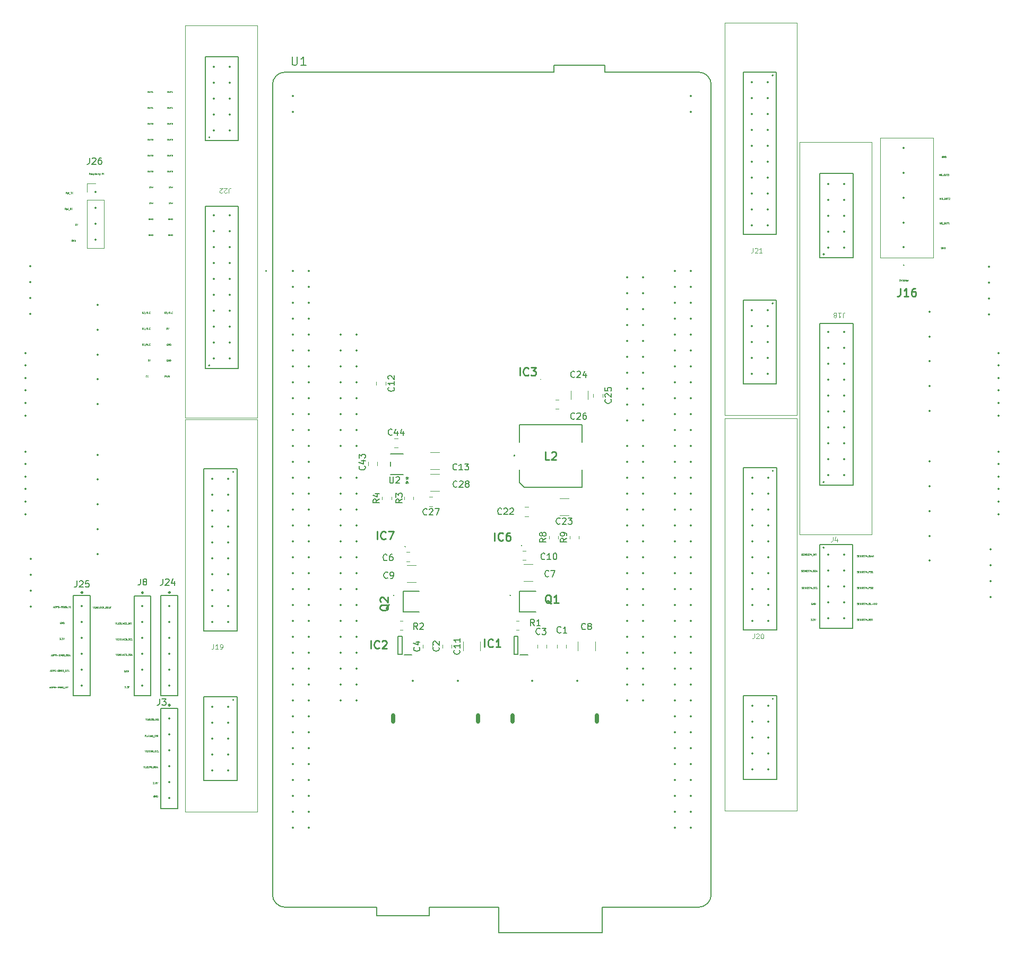
<source format=gto>
%TF.GenerationSoftware,KiCad,Pcbnew,8.0.6*%
%TF.CreationDate,2024-11-11T21:37:21+01:00*%
%TF.ProjectId,Mainboard,4d61696e-626f-4617-9264-2e6b69636164,rev?*%
%TF.SameCoordinates,Original*%
%TF.FileFunction,Legend,Top*%
%TF.FilePolarity,Positive*%
%FSLAX46Y46*%
G04 Gerber Fmt 4.6, Leading zero omitted, Abs format (unit mm)*
G04 Created by KiCad (PCBNEW 8.0.6) date 2024-11-11 21:37:21*
%MOMM*%
%LPD*%
G01*
G04 APERTURE LIST*
%ADD10C,0.050000*%
%ADD11C,0.150000*%
%ADD12C,0.065024*%
%ADD13C,0.254000*%
%ADD14C,0.120000*%
%ADD15C,0.200000*%
%ADD16C,0.100000*%
%ADD17C,0.127000*%
%ADD18C,0.250000*%
%ADD19C,0.152400*%
%ADD20C,0.350000*%
%ADD21O,0.600000X1.700000*%
G04 APERTURE END LIST*
D10*
X118560989Y-94658804D02*
X118441941Y-94658804D01*
X118441941Y-94658804D02*
X118430037Y-94777852D01*
X118430037Y-94777852D02*
X118441941Y-94765947D01*
X118441941Y-94765947D02*
X118465751Y-94754042D01*
X118465751Y-94754042D02*
X118525275Y-94754042D01*
X118525275Y-94754042D02*
X118549084Y-94765947D01*
X118549084Y-94765947D02*
X118560989Y-94777852D01*
X118560989Y-94777852D02*
X118572894Y-94801661D01*
X118572894Y-94801661D02*
X118572894Y-94861185D01*
X118572894Y-94861185D02*
X118560989Y-94884995D01*
X118560989Y-94884995D02*
X118549084Y-94896900D01*
X118549084Y-94896900D02*
X118525275Y-94908804D01*
X118525275Y-94908804D02*
X118465751Y-94908804D01*
X118465751Y-94908804D02*
X118441941Y-94896900D01*
X118441941Y-94896900D02*
X118430037Y-94884995D01*
X118644322Y-94658804D02*
X118727655Y-94908804D01*
X118727655Y-94908804D02*
X118810989Y-94658804D01*
X114370513Y-168675376D02*
X114489560Y-168675376D01*
X114346703Y-168746804D02*
X114430036Y-168496804D01*
X114430036Y-168496804D02*
X114513370Y-168746804D01*
X114596703Y-168746804D02*
X114596703Y-168496804D01*
X114596703Y-168496804D02*
X114656227Y-168496804D01*
X114656227Y-168496804D02*
X114691941Y-168508709D01*
X114691941Y-168508709D02*
X114715751Y-168532519D01*
X114715751Y-168532519D02*
X114727656Y-168556328D01*
X114727656Y-168556328D02*
X114739560Y-168603947D01*
X114739560Y-168603947D02*
X114739560Y-168639661D01*
X114739560Y-168639661D02*
X114727656Y-168687280D01*
X114727656Y-168687280D02*
X114715751Y-168711090D01*
X114715751Y-168711090D02*
X114691941Y-168734900D01*
X114691941Y-168734900D02*
X114656227Y-168746804D01*
X114656227Y-168746804D02*
X114596703Y-168746804D01*
X114846703Y-168746804D02*
X114846703Y-168496804D01*
X114846703Y-168496804D02*
X114941941Y-168496804D01*
X114941941Y-168496804D02*
X114965751Y-168508709D01*
X114965751Y-168508709D02*
X114977656Y-168520614D01*
X114977656Y-168520614D02*
X114989560Y-168544423D01*
X114989560Y-168544423D02*
X114989560Y-168580138D01*
X114989560Y-168580138D02*
X114977656Y-168603947D01*
X114977656Y-168603947D02*
X114965751Y-168615852D01*
X114965751Y-168615852D02*
X114941941Y-168627757D01*
X114941941Y-168627757D02*
X114846703Y-168627757D01*
X115084799Y-168734900D02*
X115120513Y-168746804D01*
X115120513Y-168746804D02*
X115180037Y-168746804D01*
X115180037Y-168746804D02*
X115203846Y-168734900D01*
X115203846Y-168734900D02*
X115215751Y-168722995D01*
X115215751Y-168722995D02*
X115227656Y-168699185D01*
X115227656Y-168699185D02*
X115227656Y-168675376D01*
X115227656Y-168675376D02*
X115215751Y-168651566D01*
X115215751Y-168651566D02*
X115203846Y-168639661D01*
X115203846Y-168639661D02*
X115180037Y-168627757D01*
X115180037Y-168627757D02*
X115132418Y-168615852D01*
X115132418Y-168615852D02*
X115108608Y-168603947D01*
X115108608Y-168603947D02*
X115096703Y-168592042D01*
X115096703Y-168592042D02*
X115084799Y-168568233D01*
X115084799Y-168568233D02*
X115084799Y-168544423D01*
X115084799Y-168544423D02*
X115096703Y-168520614D01*
X115096703Y-168520614D02*
X115108608Y-168508709D01*
X115108608Y-168508709D02*
X115132418Y-168496804D01*
X115132418Y-168496804D02*
X115191941Y-168496804D01*
X115191941Y-168496804D02*
X115227656Y-168508709D01*
X115334798Y-168651566D02*
X115525275Y-168651566D01*
X115656227Y-168746804D02*
X115703846Y-168746804D01*
X115703846Y-168746804D02*
X115727656Y-168734900D01*
X115727656Y-168734900D02*
X115739560Y-168722995D01*
X115739560Y-168722995D02*
X115763370Y-168687280D01*
X115763370Y-168687280D02*
X115775275Y-168639661D01*
X115775275Y-168639661D02*
X115775275Y-168544423D01*
X115775275Y-168544423D02*
X115763370Y-168520614D01*
X115763370Y-168520614D02*
X115751465Y-168508709D01*
X115751465Y-168508709D02*
X115727656Y-168496804D01*
X115727656Y-168496804D02*
X115680037Y-168496804D01*
X115680037Y-168496804D02*
X115656227Y-168508709D01*
X115656227Y-168508709D02*
X115644322Y-168520614D01*
X115644322Y-168520614D02*
X115632418Y-168544423D01*
X115632418Y-168544423D02*
X115632418Y-168603947D01*
X115632418Y-168603947D02*
X115644322Y-168627757D01*
X115644322Y-168627757D02*
X115656227Y-168639661D01*
X115656227Y-168639661D02*
X115680037Y-168651566D01*
X115680037Y-168651566D02*
X115727656Y-168651566D01*
X115727656Y-168651566D02*
X115751465Y-168639661D01*
X115751465Y-168639661D02*
X115763370Y-168627757D01*
X115763370Y-168627757D02*
X115775275Y-168603947D01*
X115894322Y-168746804D02*
X115941941Y-168746804D01*
X115941941Y-168746804D02*
X115965751Y-168734900D01*
X115965751Y-168734900D02*
X115977655Y-168722995D01*
X115977655Y-168722995D02*
X116001465Y-168687280D01*
X116001465Y-168687280D02*
X116013370Y-168639661D01*
X116013370Y-168639661D02*
X116013370Y-168544423D01*
X116013370Y-168544423D02*
X116001465Y-168520614D01*
X116001465Y-168520614D02*
X115989560Y-168508709D01*
X115989560Y-168508709D02*
X115965751Y-168496804D01*
X115965751Y-168496804D02*
X115918132Y-168496804D01*
X115918132Y-168496804D02*
X115894322Y-168508709D01*
X115894322Y-168508709D02*
X115882417Y-168520614D01*
X115882417Y-168520614D02*
X115870513Y-168544423D01*
X115870513Y-168544423D02*
X115870513Y-168603947D01*
X115870513Y-168603947D02*
X115882417Y-168627757D01*
X115882417Y-168627757D02*
X115894322Y-168639661D01*
X115894322Y-168639661D02*
X115918132Y-168651566D01*
X115918132Y-168651566D02*
X115965751Y-168651566D01*
X115965751Y-168651566D02*
X115989560Y-168639661D01*
X115989560Y-168639661D02*
X116001465Y-168627757D01*
X116001465Y-168627757D02*
X116013370Y-168603947D01*
X116227655Y-168496804D02*
X116180036Y-168496804D01*
X116180036Y-168496804D02*
X116156227Y-168508709D01*
X116156227Y-168508709D02*
X116144322Y-168520614D01*
X116144322Y-168520614D02*
X116120512Y-168556328D01*
X116120512Y-168556328D02*
X116108608Y-168603947D01*
X116108608Y-168603947D02*
X116108608Y-168699185D01*
X116108608Y-168699185D02*
X116120512Y-168722995D01*
X116120512Y-168722995D02*
X116132417Y-168734900D01*
X116132417Y-168734900D02*
X116156227Y-168746804D01*
X116156227Y-168746804D02*
X116203846Y-168746804D01*
X116203846Y-168746804D02*
X116227655Y-168734900D01*
X116227655Y-168734900D02*
X116239560Y-168722995D01*
X116239560Y-168722995D02*
X116251465Y-168699185D01*
X116251465Y-168699185D02*
X116251465Y-168639661D01*
X116251465Y-168639661D02*
X116239560Y-168615852D01*
X116239560Y-168615852D02*
X116227655Y-168603947D01*
X116227655Y-168603947D02*
X116203846Y-168592042D01*
X116203846Y-168592042D02*
X116156227Y-168592042D01*
X116156227Y-168592042D02*
X116132417Y-168603947D01*
X116132417Y-168603947D02*
X116120512Y-168615852D01*
X116120512Y-168615852D02*
X116108608Y-168639661D01*
X116406226Y-168496804D02*
X116430036Y-168496804D01*
X116430036Y-168496804D02*
X116453845Y-168508709D01*
X116453845Y-168508709D02*
X116465750Y-168520614D01*
X116465750Y-168520614D02*
X116477655Y-168544423D01*
X116477655Y-168544423D02*
X116489560Y-168592042D01*
X116489560Y-168592042D02*
X116489560Y-168651566D01*
X116489560Y-168651566D02*
X116477655Y-168699185D01*
X116477655Y-168699185D02*
X116465750Y-168722995D01*
X116465750Y-168722995D02*
X116453845Y-168734900D01*
X116453845Y-168734900D02*
X116430036Y-168746804D01*
X116430036Y-168746804D02*
X116406226Y-168746804D01*
X116406226Y-168746804D02*
X116382417Y-168734900D01*
X116382417Y-168734900D02*
X116370512Y-168722995D01*
X116370512Y-168722995D02*
X116358607Y-168699185D01*
X116358607Y-168699185D02*
X116346703Y-168651566D01*
X116346703Y-168651566D02*
X116346703Y-168592042D01*
X116346703Y-168592042D02*
X116358607Y-168544423D01*
X116358607Y-168544423D02*
X116370512Y-168520614D01*
X116370512Y-168520614D02*
X116382417Y-168508709D01*
X116382417Y-168508709D02*
X116406226Y-168496804D01*
X116537179Y-168770614D02*
X116727655Y-168770614D01*
X116787178Y-168746804D02*
X116787178Y-168496804D01*
X116906226Y-168746804D02*
X116906226Y-168496804D01*
X116906226Y-168496804D02*
X117049083Y-168746804D01*
X117049083Y-168746804D02*
X117049083Y-168496804D01*
X117132417Y-168496804D02*
X117275274Y-168496804D01*
X117203846Y-168746804D02*
X117203846Y-168496804D01*
X133141463Y-81037679D02*
X133189082Y-81037679D01*
X133189082Y-81037679D02*
X133212892Y-81049584D01*
X133212892Y-81049584D02*
X133236701Y-81073394D01*
X133236701Y-81073394D02*
X133248606Y-81121013D01*
X133248606Y-81121013D02*
X133248606Y-81204346D01*
X133248606Y-81204346D02*
X133236701Y-81251965D01*
X133236701Y-81251965D02*
X133212892Y-81275775D01*
X133212892Y-81275775D02*
X133189082Y-81287679D01*
X133189082Y-81287679D02*
X133141463Y-81287679D01*
X133141463Y-81287679D02*
X133117654Y-81275775D01*
X133117654Y-81275775D02*
X133093844Y-81251965D01*
X133093844Y-81251965D02*
X133081940Y-81204346D01*
X133081940Y-81204346D02*
X133081940Y-81121013D01*
X133081940Y-81121013D02*
X133093844Y-81073394D01*
X133093844Y-81073394D02*
X133117654Y-81049584D01*
X133117654Y-81049584D02*
X133141463Y-81037679D01*
X133355749Y-81037679D02*
X133355749Y-81240060D01*
X133355749Y-81240060D02*
X133367654Y-81263870D01*
X133367654Y-81263870D02*
X133379559Y-81275775D01*
X133379559Y-81275775D02*
X133403368Y-81287679D01*
X133403368Y-81287679D02*
X133450987Y-81287679D01*
X133450987Y-81287679D02*
X133474797Y-81275775D01*
X133474797Y-81275775D02*
X133486702Y-81263870D01*
X133486702Y-81263870D02*
X133498606Y-81240060D01*
X133498606Y-81240060D02*
X133498606Y-81037679D01*
X133581940Y-81037679D02*
X133724797Y-81037679D01*
X133653369Y-81287679D02*
X133653369Y-81037679D01*
X133796226Y-81061489D02*
X133808130Y-81049584D01*
X133808130Y-81049584D02*
X133831940Y-81037679D01*
X133831940Y-81037679D02*
X133891464Y-81037679D01*
X133891464Y-81037679D02*
X133915273Y-81049584D01*
X133915273Y-81049584D02*
X133927178Y-81061489D01*
X133927178Y-81061489D02*
X133939083Y-81085298D01*
X133939083Y-81085298D02*
X133939083Y-81109108D01*
X133939083Y-81109108D02*
X133927178Y-81144822D01*
X133927178Y-81144822D02*
X133784321Y-81287679D01*
X133784321Y-81287679D02*
X133939083Y-81287679D01*
X256282417Y-86936804D02*
X256282417Y-86686804D01*
X256282417Y-86686804D02*
X256365751Y-86865376D01*
X256365751Y-86865376D02*
X256449084Y-86686804D01*
X256449084Y-86686804D02*
X256449084Y-86936804D01*
X256687179Y-86686804D02*
X256568131Y-86686804D01*
X256568131Y-86686804D02*
X256556227Y-86805852D01*
X256556227Y-86805852D02*
X256568131Y-86793947D01*
X256568131Y-86793947D02*
X256591941Y-86782042D01*
X256591941Y-86782042D02*
X256651465Y-86782042D01*
X256651465Y-86782042D02*
X256675274Y-86793947D01*
X256675274Y-86793947D02*
X256687179Y-86805852D01*
X256687179Y-86805852D02*
X256699084Y-86829661D01*
X256699084Y-86829661D02*
X256699084Y-86889185D01*
X256699084Y-86889185D02*
X256687179Y-86912995D01*
X256687179Y-86912995D02*
X256675274Y-86924900D01*
X256675274Y-86924900D02*
X256651465Y-86936804D01*
X256651465Y-86936804D02*
X256591941Y-86936804D01*
X256591941Y-86936804D02*
X256568131Y-86924900D01*
X256568131Y-86924900D02*
X256556227Y-86912995D01*
X256746703Y-86960614D02*
X256937179Y-86960614D01*
X257044321Y-86686804D02*
X257091940Y-86686804D01*
X257091940Y-86686804D02*
X257115750Y-86698709D01*
X257115750Y-86698709D02*
X257139559Y-86722519D01*
X257139559Y-86722519D02*
X257151464Y-86770138D01*
X257151464Y-86770138D02*
X257151464Y-86853471D01*
X257151464Y-86853471D02*
X257139559Y-86901090D01*
X257139559Y-86901090D02*
X257115750Y-86924900D01*
X257115750Y-86924900D02*
X257091940Y-86936804D01*
X257091940Y-86936804D02*
X257044321Y-86936804D01*
X257044321Y-86936804D02*
X257020512Y-86924900D01*
X257020512Y-86924900D02*
X256996702Y-86901090D01*
X256996702Y-86901090D02*
X256984798Y-86853471D01*
X256984798Y-86853471D02*
X256984798Y-86770138D01*
X256984798Y-86770138D02*
X256996702Y-86722519D01*
X256996702Y-86722519D02*
X257020512Y-86698709D01*
X257020512Y-86698709D02*
X257044321Y-86686804D01*
X257258607Y-86686804D02*
X257258607Y-86889185D01*
X257258607Y-86889185D02*
X257270512Y-86912995D01*
X257270512Y-86912995D02*
X257282417Y-86924900D01*
X257282417Y-86924900D02*
X257306226Y-86936804D01*
X257306226Y-86936804D02*
X257353845Y-86936804D01*
X257353845Y-86936804D02*
X257377655Y-86924900D01*
X257377655Y-86924900D02*
X257389560Y-86912995D01*
X257389560Y-86912995D02*
X257401464Y-86889185D01*
X257401464Y-86889185D02*
X257401464Y-86686804D01*
X257484798Y-86686804D02*
X257627655Y-86686804D01*
X257556227Y-86936804D02*
X257556227Y-86686804D01*
X257687179Y-86686804D02*
X257841941Y-86686804D01*
X257841941Y-86686804D02*
X257758607Y-86782042D01*
X257758607Y-86782042D02*
X257794322Y-86782042D01*
X257794322Y-86782042D02*
X257818131Y-86793947D01*
X257818131Y-86793947D02*
X257830036Y-86805852D01*
X257830036Y-86805852D02*
X257841941Y-86829661D01*
X257841941Y-86829661D02*
X257841941Y-86889185D01*
X257841941Y-86889185D02*
X257830036Y-86912995D01*
X257830036Y-86912995D02*
X257818131Y-86924900D01*
X257818131Y-86924900D02*
X257794322Y-86936804D01*
X257794322Y-86936804D02*
X257722893Y-86936804D01*
X257722893Y-86936804D02*
X257699084Y-86924900D01*
X257699084Y-86924900D02*
X257687179Y-86912995D01*
X133415273Y-93749584D02*
X133391463Y-93737679D01*
X133391463Y-93737679D02*
X133355749Y-93737679D01*
X133355749Y-93737679D02*
X133320035Y-93749584D01*
X133320035Y-93749584D02*
X133296225Y-93773394D01*
X133296225Y-93773394D02*
X133284320Y-93797203D01*
X133284320Y-93797203D02*
X133272416Y-93844822D01*
X133272416Y-93844822D02*
X133272416Y-93880536D01*
X133272416Y-93880536D02*
X133284320Y-93928155D01*
X133284320Y-93928155D02*
X133296225Y-93951965D01*
X133296225Y-93951965D02*
X133320035Y-93975775D01*
X133320035Y-93975775D02*
X133355749Y-93987679D01*
X133355749Y-93987679D02*
X133379558Y-93987679D01*
X133379558Y-93987679D02*
X133415273Y-93975775D01*
X133415273Y-93975775D02*
X133427177Y-93963870D01*
X133427177Y-93963870D02*
X133427177Y-93880536D01*
X133427177Y-93880536D02*
X133379558Y-93880536D01*
X133534320Y-93987679D02*
X133534320Y-93737679D01*
X133534320Y-93737679D02*
X133677177Y-93987679D01*
X133677177Y-93987679D02*
X133677177Y-93737679D01*
X133796225Y-93987679D02*
X133796225Y-93737679D01*
X133796225Y-93737679D02*
X133855749Y-93737679D01*
X133855749Y-93737679D02*
X133891463Y-93749584D01*
X133891463Y-93749584D02*
X133915273Y-93773394D01*
X133915273Y-93773394D02*
X133927178Y-93797203D01*
X133927178Y-93797203D02*
X133939082Y-93844822D01*
X133939082Y-93844822D02*
X133939082Y-93880536D01*
X133939082Y-93880536D02*
X133927178Y-93928155D01*
X133927178Y-93928155D02*
X133915273Y-93951965D01*
X133915273Y-93951965D02*
X133891463Y-93975775D01*
X133891463Y-93975775D02*
X133855749Y-93987679D01*
X133855749Y-93987679D02*
X133796225Y-93987679D01*
X129526703Y-178696804D02*
X129610036Y-178946804D01*
X129610036Y-178946804D02*
X129693370Y-178696804D01*
X129895751Y-178946804D02*
X129776703Y-178946804D01*
X129776703Y-178946804D02*
X129776703Y-178696804D01*
X130086227Y-178696804D02*
X130038608Y-178696804D01*
X130038608Y-178696804D02*
X130014799Y-178708709D01*
X130014799Y-178708709D02*
X130002894Y-178720614D01*
X130002894Y-178720614D02*
X129979084Y-178756328D01*
X129979084Y-178756328D02*
X129967180Y-178803947D01*
X129967180Y-178803947D02*
X129967180Y-178899185D01*
X129967180Y-178899185D02*
X129979084Y-178922995D01*
X129979084Y-178922995D02*
X129990989Y-178934900D01*
X129990989Y-178934900D02*
X130014799Y-178946804D01*
X130014799Y-178946804D02*
X130062418Y-178946804D01*
X130062418Y-178946804D02*
X130086227Y-178934900D01*
X130086227Y-178934900D02*
X130098132Y-178922995D01*
X130098132Y-178922995D02*
X130110037Y-178899185D01*
X130110037Y-178899185D02*
X130110037Y-178839661D01*
X130110037Y-178839661D02*
X130098132Y-178815852D01*
X130098132Y-178815852D02*
X130086227Y-178803947D01*
X130086227Y-178803947D02*
X130062418Y-178792042D01*
X130062418Y-178792042D02*
X130014799Y-178792042D01*
X130014799Y-178792042D02*
X129990989Y-178803947D01*
X129990989Y-178803947D02*
X129979084Y-178815852D01*
X129979084Y-178815852D02*
X129967180Y-178839661D01*
X130348132Y-178946804D02*
X130205275Y-178946804D01*
X130276703Y-178946804D02*
X130276703Y-178696804D01*
X130276703Y-178696804D02*
X130252894Y-178732519D01*
X130252894Y-178732519D02*
X130229084Y-178756328D01*
X130229084Y-178756328D02*
X130205275Y-178768233D01*
X130490989Y-178803947D02*
X130467179Y-178792042D01*
X130467179Y-178792042D02*
X130455274Y-178780138D01*
X130455274Y-178780138D02*
X130443370Y-178756328D01*
X130443370Y-178756328D02*
X130443370Y-178744423D01*
X130443370Y-178744423D02*
X130455274Y-178720614D01*
X130455274Y-178720614D02*
X130467179Y-178708709D01*
X130467179Y-178708709D02*
X130490989Y-178696804D01*
X130490989Y-178696804D02*
X130538608Y-178696804D01*
X130538608Y-178696804D02*
X130562417Y-178708709D01*
X130562417Y-178708709D02*
X130574322Y-178720614D01*
X130574322Y-178720614D02*
X130586227Y-178744423D01*
X130586227Y-178744423D02*
X130586227Y-178756328D01*
X130586227Y-178756328D02*
X130574322Y-178780138D01*
X130574322Y-178780138D02*
X130562417Y-178792042D01*
X130562417Y-178792042D02*
X130538608Y-178803947D01*
X130538608Y-178803947D02*
X130490989Y-178803947D01*
X130490989Y-178803947D02*
X130467179Y-178815852D01*
X130467179Y-178815852D02*
X130455274Y-178827757D01*
X130455274Y-178827757D02*
X130443370Y-178851566D01*
X130443370Y-178851566D02*
X130443370Y-178899185D01*
X130443370Y-178899185D02*
X130455274Y-178922995D01*
X130455274Y-178922995D02*
X130467179Y-178934900D01*
X130467179Y-178934900D02*
X130490989Y-178946804D01*
X130490989Y-178946804D02*
X130538608Y-178946804D01*
X130538608Y-178946804D02*
X130562417Y-178934900D01*
X130562417Y-178934900D02*
X130574322Y-178922995D01*
X130574322Y-178922995D02*
X130586227Y-178899185D01*
X130586227Y-178899185D02*
X130586227Y-178851566D01*
X130586227Y-178851566D02*
X130574322Y-178827757D01*
X130574322Y-178827757D02*
X130562417Y-178815852D01*
X130562417Y-178815852D02*
X130538608Y-178803947D01*
X130740988Y-178696804D02*
X130764798Y-178696804D01*
X130764798Y-178696804D02*
X130788607Y-178708709D01*
X130788607Y-178708709D02*
X130800512Y-178720614D01*
X130800512Y-178720614D02*
X130812417Y-178744423D01*
X130812417Y-178744423D02*
X130824322Y-178792042D01*
X130824322Y-178792042D02*
X130824322Y-178851566D01*
X130824322Y-178851566D02*
X130812417Y-178899185D01*
X130812417Y-178899185D02*
X130800512Y-178922995D01*
X130800512Y-178922995D02*
X130788607Y-178934900D01*
X130788607Y-178934900D02*
X130764798Y-178946804D01*
X130764798Y-178946804D02*
X130740988Y-178946804D01*
X130740988Y-178946804D02*
X130717179Y-178934900D01*
X130717179Y-178934900D02*
X130705274Y-178922995D01*
X130705274Y-178922995D02*
X130693369Y-178899185D01*
X130693369Y-178899185D02*
X130681465Y-178851566D01*
X130681465Y-178851566D02*
X130681465Y-178792042D01*
X130681465Y-178792042D02*
X130693369Y-178744423D01*
X130693369Y-178744423D02*
X130705274Y-178720614D01*
X130705274Y-178720614D02*
X130717179Y-178708709D01*
X130717179Y-178708709D02*
X130740988Y-178696804D01*
X130871941Y-178970614D02*
X131062417Y-178970614D01*
X131110036Y-178934900D02*
X131145750Y-178946804D01*
X131145750Y-178946804D02*
X131205274Y-178946804D01*
X131205274Y-178946804D02*
X131229083Y-178934900D01*
X131229083Y-178934900D02*
X131240988Y-178922995D01*
X131240988Y-178922995D02*
X131252893Y-178899185D01*
X131252893Y-178899185D02*
X131252893Y-178875376D01*
X131252893Y-178875376D02*
X131240988Y-178851566D01*
X131240988Y-178851566D02*
X131229083Y-178839661D01*
X131229083Y-178839661D02*
X131205274Y-178827757D01*
X131205274Y-178827757D02*
X131157655Y-178815852D01*
X131157655Y-178815852D02*
X131133845Y-178803947D01*
X131133845Y-178803947D02*
X131121940Y-178792042D01*
X131121940Y-178792042D02*
X131110036Y-178768233D01*
X131110036Y-178768233D02*
X131110036Y-178744423D01*
X131110036Y-178744423D02*
X131121940Y-178720614D01*
X131121940Y-178720614D02*
X131133845Y-178708709D01*
X131133845Y-178708709D02*
X131157655Y-178696804D01*
X131157655Y-178696804D02*
X131217178Y-178696804D01*
X131217178Y-178696804D02*
X131252893Y-178708709D01*
X131502892Y-178922995D02*
X131490988Y-178934900D01*
X131490988Y-178934900D02*
X131455273Y-178946804D01*
X131455273Y-178946804D02*
X131431464Y-178946804D01*
X131431464Y-178946804D02*
X131395750Y-178934900D01*
X131395750Y-178934900D02*
X131371940Y-178911090D01*
X131371940Y-178911090D02*
X131360035Y-178887280D01*
X131360035Y-178887280D02*
X131348131Y-178839661D01*
X131348131Y-178839661D02*
X131348131Y-178803947D01*
X131348131Y-178803947D02*
X131360035Y-178756328D01*
X131360035Y-178756328D02*
X131371940Y-178732519D01*
X131371940Y-178732519D02*
X131395750Y-178708709D01*
X131395750Y-178708709D02*
X131431464Y-178696804D01*
X131431464Y-178696804D02*
X131455273Y-178696804D01*
X131455273Y-178696804D02*
X131490988Y-178708709D01*
X131490988Y-178708709D02*
X131502892Y-178720614D01*
X131729083Y-178946804D02*
X131610035Y-178946804D01*
X131610035Y-178946804D02*
X131610035Y-178696804D01*
X130016464Y-86117679D02*
X130064083Y-86117679D01*
X130064083Y-86117679D02*
X130087893Y-86129584D01*
X130087893Y-86129584D02*
X130111702Y-86153394D01*
X130111702Y-86153394D02*
X130123607Y-86201013D01*
X130123607Y-86201013D02*
X130123607Y-86284346D01*
X130123607Y-86284346D02*
X130111702Y-86331965D01*
X130111702Y-86331965D02*
X130087893Y-86355775D01*
X130087893Y-86355775D02*
X130064083Y-86367679D01*
X130064083Y-86367679D02*
X130016464Y-86367679D01*
X130016464Y-86367679D02*
X129992655Y-86355775D01*
X129992655Y-86355775D02*
X129968845Y-86331965D01*
X129968845Y-86331965D02*
X129956941Y-86284346D01*
X129956941Y-86284346D02*
X129956941Y-86201013D01*
X129956941Y-86201013D02*
X129968845Y-86153394D01*
X129968845Y-86153394D02*
X129992655Y-86129584D01*
X129992655Y-86129584D02*
X130016464Y-86117679D01*
X130230750Y-86117679D02*
X130230750Y-86320060D01*
X130230750Y-86320060D02*
X130242655Y-86343870D01*
X130242655Y-86343870D02*
X130254560Y-86355775D01*
X130254560Y-86355775D02*
X130278369Y-86367679D01*
X130278369Y-86367679D02*
X130325988Y-86367679D01*
X130325988Y-86367679D02*
X130349798Y-86355775D01*
X130349798Y-86355775D02*
X130361703Y-86343870D01*
X130361703Y-86343870D02*
X130373607Y-86320060D01*
X130373607Y-86320060D02*
X130373607Y-86117679D01*
X130456941Y-86117679D02*
X130599798Y-86117679D01*
X130528370Y-86367679D02*
X130528370Y-86117679D01*
X130659322Y-86117679D02*
X130814084Y-86117679D01*
X130814084Y-86117679D02*
X130730750Y-86212917D01*
X130730750Y-86212917D02*
X130766465Y-86212917D01*
X130766465Y-86212917D02*
X130790274Y-86224822D01*
X130790274Y-86224822D02*
X130802179Y-86236727D01*
X130802179Y-86236727D02*
X130814084Y-86260536D01*
X130814084Y-86260536D02*
X130814084Y-86320060D01*
X130814084Y-86320060D02*
X130802179Y-86343870D01*
X130802179Y-86343870D02*
X130790274Y-86355775D01*
X130790274Y-86355775D02*
X130766465Y-86367679D01*
X130766465Y-86367679D02*
X130695036Y-86367679D01*
X130695036Y-86367679D02*
X130671227Y-86355775D01*
X130671227Y-86355775D02*
X130659322Y-86343870D01*
X256873370Y-83838709D02*
X256849560Y-83826804D01*
X256849560Y-83826804D02*
X256813846Y-83826804D01*
X256813846Y-83826804D02*
X256778132Y-83838709D01*
X256778132Y-83838709D02*
X256754322Y-83862519D01*
X256754322Y-83862519D02*
X256742417Y-83886328D01*
X256742417Y-83886328D02*
X256730513Y-83933947D01*
X256730513Y-83933947D02*
X256730513Y-83969661D01*
X256730513Y-83969661D02*
X256742417Y-84017280D01*
X256742417Y-84017280D02*
X256754322Y-84041090D01*
X256754322Y-84041090D02*
X256778132Y-84064900D01*
X256778132Y-84064900D02*
X256813846Y-84076804D01*
X256813846Y-84076804D02*
X256837655Y-84076804D01*
X256837655Y-84076804D02*
X256873370Y-84064900D01*
X256873370Y-84064900D02*
X256885274Y-84052995D01*
X256885274Y-84052995D02*
X256885274Y-83969661D01*
X256885274Y-83969661D02*
X256837655Y-83969661D01*
X256992417Y-84076804D02*
X256992417Y-83826804D01*
X256992417Y-83826804D02*
X257135274Y-84076804D01*
X257135274Y-84076804D02*
X257135274Y-83826804D01*
X257254322Y-84076804D02*
X257254322Y-83826804D01*
X257254322Y-83826804D02*
X257313846Y-83826804D01*
X257313846Y-83826804D02*
X257349560Y-83838709D01*
X257349560Y-83838709D02*
X257373370Y-83862519D01*
X257373370Y-83862519D02*
X257385275Y-83886328D01*
X257385275Y-83886328D02*
X257397179Y-83933947D01*
X257397179Y-83933947D02*
X257397179Y-83969661D01*
X257397179Y-83969661D02*
X257385275Y-84017280D01*
X257385275Y-84017280D02*
X257373370Y-84041090D01*
X257373370Y-84041090D02*
X257349560Y-84064900D01*
X257349560Y-84064900D02*
X257313846Y-84076804D01*
X257313846Y-84076804D02*
X257254322Y-84076804D01*
X124866703Y-163266804D02*
X124950036Y-163516804D01*
X124950036Y-163516804D02*
X125033370Y-163266804D01*
X125235751Y-163516804D02*
X125116703Y-163516804D01*
X125116703Y-163516804D02*
X125116703Y-163266804D01*
X125438132Y-163266804D02*
X125319084Y-163266804D01*
X125319084Y-163266804D02*
X125307180Y-163385852D01*
X125307180Y-163385852D02*
X125319084Y-163373947D01*
X125319084Y-163373947D02*
X125342894Y-163362042D01*
X125342894Y-163362042D02*
X125402418Y-163362042D01*
X125402418Y-163362042D02*
X125426227Y-163373947D01*
X125426227Y-163373947D02*
X125438132Y-163385852D01*
X125438132Y-163385852D02*
X125450037Y-163409661D01*
X125450037Y-163409661D02*
X125450037Y-163469185D01*
X125450037Y-163469185D02*
X125438132Y-163492995D01*
X125438132Y-163492995D02*
X125426227Y-163504900D01*
X125426227Y-163504900D02*
X125402418Y-163516804D01*
X125402418Y-163516804D02*
X125342894Y-163516804D01*
X125342894Y-163516804D02*
X125319084Y-163504900D01*
X125319084Y-163504900D02*
X125307180Y-163492995D01*
X125533370Y-163266804D02*
X125688132Y-163266804D01*
X125688132Y-163266804D02*
X125604798Y-163362042D01*
X125604798Y-163362042D02*
X125640513Y-163362042D01*
X125640513Y-163362042D02*
X125664322Y-163373947D01*
X125664322Y-163373947D02*
X125676227Y-163385852D01*
X125676227Y-163385852D02*
X125688132Y-163409661D01*
X125688132Y-163409661D02*
X125688132Y-163469185D01*
X125688132Y-163469185D02*
X125676227Y-163492995D01*
X125676227Y-163492995D02*
X125664322Y-163504900D01*
X125664322Y-163504900D02*
X125640513Y-163516804D01*
X125640513Y-163516804D02*
X125569084Y-163516804D01*
X125569084Y-163516804D02*
X125545275Y-163504900D01*
X125545275Y-163504900D02*
X125533370Y-163492995D01*
X125914322Y-163516804D02*
X125795274Y-163516804D01*
X125795274Y-163516804D02*
X125795274Y-163266804D01*
X126104798Y-163350138D02*
X126104798Y-163516804D01*
X126045274Y-163254900D02*
X125985751Y-163433471D01*
X125985751Y-163433471D02*
X126140512Y-163433471D01*
X126378607Y-163492995D02*
X126366703Y-163504900D01*
X126366703Y-163504900D02*
X126330988Y-163516804D01*
X126330988Y-163516804D02*
X126307179Y-163516804D01*
X126307179Y-163516804D02*
X126271465Y-163504900D01*
X126271465Y-163504900D02*
X126247655Y-163481090D01*
X126247655Y-163481090D02*
X126235750Y-163457280D01*
X126235750Y-163457280D02*
X126223846Y-163409661D01*
X126223846Y-163409661D02*
X126223846Y-163373947D01*
X126223846Y-163373947D02*
X126235750Y-163326328D01*
X126235750Y-163326328D02*
X126247655Y-163302519D01*
X126247655Y-163302519D02*
X126271465Y-163278709D01*
X126271465Y-163278709D02*
X126307179Y-163266804D01*
X126307179Y-163266804D02*
X126330988Y-163266804D01*
X126330988Y-163266804D02*
X126366703Y-163278709D01*
X126366703Y-163278709D02*
X126378607Y-163290614D01*
X126485750Y-163516804D02*
X126485750Y-163266804D01*
X126485750Y-163266804D02*
X126545274Y-163266804D01*
X126545274Y-163266804D02*
X126580988Y-163278709D01*
X126580988Y-163278709D02*
X126604798Y-163302519D01*
X126604798Y-163302519D02*
X126616703Y-163326328D01*
X126616703Y-163326328D02*
X126628607Y-163373947D01*
X126628607Y-163373947D02*
X126628607Y-163409661D01*
X126628607Y-163409661D02*
X126616703Y-163457280D01*
X126616703Y-163457280D02*
X126604798Y-163481090D01*
X126604798Y-163481090D02*
X126580988Y-163504900D01*
X126580988Y-163504900D02*
X126545274Y-163516804D01*
X126545274Y-163516804D02*
X126485750Y-163516804D01*
X126676227Y-163540614D02*
X126866703Y-163540614D01*
X126914322Y-163504900D02*
X126950036Y-163516804D01*
X126950036Y-163516804D02*
X127009560Y-163516804D01*
X127009560Y-163516804D02*
X127033369Y-163504900D01*
X127033369Y-163504900D02*
X127045274Y-163492995D01*
X127045274Y-163492995D02*
X127057179Y-163469185D01*
X127057179Y-163469185D02*
X127057179Y-163445376D01*
X127057179Y-163445376D02*
X127045274Y-163421566D01*
X127045274Y-163421566D02*
X127033369Y-163409661D01*
X127033369Y-163409661D02*
X127009560Y-163397757D01*
X127009560Y-163397757D02*
X126961941Y-163385852D01*
X126961941Y-163385852D02*
X126938131Y-163373947D01*
X126938131Y-163373947D02*
X126926226Y-163362042D01*
X126926226Y-163362042D02*
X126914322Y-163338233D01*
X126914322Y-163338233D02*
X126914322Y-163314423D01*
X126914322Y-163314423D02*
X126926226Y-163290614D01*
X126926226Y-163290614D02*
X126938131Y-163278709D01*
X126938131Y-163278709D02*
X126961941Y-163266804D01*
X126961941Y-163266804D02*
X127021464Y-163266804D01*
X127021464Y-163266804D02*
X127057179Y-163278709D01*
X127164321Y-163516804D02*
X127164321Y-163266804D01*
X127164321Y-163266804D02*
X127223845Y-163266804D01*
X127223845Y-163266804D02*
X127259559Y-163278709D01*
X127259559Y-163278709D02*
X127283369Y-163302519D01*
X127283369Y-163302519D02*
X127295274Y-163326328D01*
X127295274Y-163326328D02*
X127307178Y-163373947D01*
X127307178Y-163373947D02*
X127307178Y-163409661D01*
X127307178Y-163409661D02*
X127295274Y-163457280D01*
X127295274Y-163457280D02*
X127283369Y-163481090D01*
X127283369Y-163481090D02*
X127259559Y-163504900D01*
X127259559Y-163504900D02*
X127223845Y-163516804D01*
X127223845Y-163516804D02*
X127164321Y-163516804D01*
X127402417Y-163445376D02*
X127521464Y-163445376D01*
X127378607Y-163516804D02*
X127461940Y-163266804D01*
X127461940Y-163266804D02*
X127545274Y-163516804D01*
X130016464Y-78497679D02*
X130064083Y-78497679D01*
X130064083Y-78497679D02*
X130087893Y-78509584D01*
X130087893Y-78509584D02*
X130111702Y-78533394D01*
X130111702Y-78533394D02*
X130123607Y-78581013D01*
X130123607Y-78581013D02*
X130123607Y-78664346D01*
X130123607Y-78664346D02*
X130111702Y-78711965D01*
X130111702Y-78711965D02*
X130087893Y-78735775D01*
X130087893Y-78735775D02*
X130064083Y-78747679D01*
X130064083Y-78747679D02*
X130016464Y-78747679D01*
X130016464Y-78747679D02*
X129992655Y-78735775D01*
X129992655Y-78735775D02*
X129968845Y-78711965D01*
X129968845Y-78711965D02*
X129956941Y-78664346D01*
X129956941Y-78664346D02*
X129956941Y-78581013D01*
X129956941Y-78581013D02*
X129968845Y-78533394D01*
X129968845Y-78533394D02*
X129992655Y-78509584D01*
X129992655Y-78509584D02*
X130016464Y-78497679D01*
X130230750Y-78497679D02*
X130230750Y-78700060D01*
X130230750Y-78700060D02*
X130242655Y-78723870D01*
X130242655Y-78723870D02*
X130254560Y-78735775D01*
X130254560Y-78735775D02*
X130278369Y-78747679D01*
X130278369Y-78747679D02*
X130325988Y-78747679D01*
X130325988Y-78747679D02*
X130349798Y-78735775D01*
X130349798Y-78735775D02*
X130361703Y-78723870D01*
X130361703Y-78723870D02*
X130373607Y-78700060D01*
X130373607Y-78700060D02*
X130373607Y-78497679D01*
X130456941Y-78497679D02*
X130599798Y-78497679D01*
X130528370Y-78747679D02*
X130528370Y-78497679D01*
X130671227Y-78521489D02*
X130683131Y-78509584D01*
X130683131Y-78509584D02*
X130706941Y-78497679D01*
X130706941Y-78497679D02*
X130766465Y-78497679D01*
X130766465Y-78497679D02*
X130790274Y-78509584D01*
X130790274Y-78509584D02*
X130802179Y-78521489D01*
X130802179Y-78521489D02*
X130814084Y-78545298D01*
X130814084Y-78545298D02*
X130814084Y-78569108D01*
X130814084Y-78569108D02*
X130802179Y-78604822D01*
X130802179Y-78604822D02*
X130659322Y-78747679D01*
X130659322Y-78747679D02*
X130814084Y-78747679D01*
X256362417Y-94656804D02*
X256362417Y-94406804D01*
X256362417Y-94406804D02*
X256445751Y-94585376D01*
X256445751Y-94585376D02*
X256529084Y-94406804D01*
X256529084Y-94406804D02*
X256529084Y-94656804D01*
X256767179Y-94406804D02*
X256648131Y-94406804D01*
X256648131Y-94406804D02*
X256636227Y-94525852D01*
X256636227Y-94525852D02*
X256648131Y-94513947D01*
X256648131Y-94513947D02*
X256671941Y-94502042D01*
X256671941Y-94502042D02*
X256731465Y-94502042D01*
X256731465Y-94502042D02*
X256755274Y-94513947D01*
X256755274Y-94513947D02*
X256767179Y-94525852D01*
X256767179Y-94525852D02*
X256779084Y-94549661D01*
X256779084Y-94549661D02*
X256779084Y-94609185D01*
X256779084Y-94609185D02*
X256767179Y-94632995D01*
X256767179Y-94632995D02*
X256755274Y-94644900D01*
X256755274Y-94644900D02*
X256731465Y-94656804D01*
X256731465Y-94656804D02*
X256671941Y-94656804D01*
X256671941Y-94656804D02*
X256648131Y-94644900D01*
X256648131Y-94644900D02*
X256636227Y-94632995D01*
X256826703Y-94680614D02*
X257017179Y-94680614D01*
X257124321Y-94406804D02*
X257171940Y-94406804D01*
X257171940Y-94406804D02*
X257195750Y-94418709D01*
X257195750Y-94418709D02*
X257219559Y-94442519D01*
X257219559Y-94442519D02*
X257231464Y-94490138D01*
X257231464Y-94490138D02*
X257231464Y-94573471D01*
X257231464Y-94573471D02*
X257219559Y-94621090D01*
X257219559Y-94621090D02*
X257195750Y-94644900D01*
X257195750Y-94644900D02*
X257171940Y-94656804D01*
X257171940Y-94656804D02*
X257124321Y-94656804D01*
X257124321Y-94656804D02*
X257100512Y-94644900D01*
X257100512Y-94644900D02*
X257076702Y-94621090D01*
X257076702Y-94621090D02*
X257064798Y-94573471D01*
X257064798Y-94573471D02*
X257064798Y-94490138D01*
X257064798Y-94490138D02*
X257076702Y-94442519D01*
X257076702Y-94442519D02*
X257100512Y-94418709D01*
X257100512Y-94418709D02*
X257124321Y-94406804D01*
X257338607Y-94406804D02*
X257338607Y-94609185D01*
X257338607Y-94609185D02*
X257350512Y-94632995D01*
X257350512Y-94632995D02*
X257362417Y-94644900D01*
X257362417Y-94644900D02*
X257386226Y-94656804D01*
X257386226Y-94656804D02*
X257433845Y-94656804D01*
X257433845Y-94656804D02*
X257457655Y-94644900D01*
X257457655Y-94644900D02*
X257469560Y-94632995D01*
X257469560Y-94632995D02*
X257481464Y-94609185D01*
X257481464Y-94609185D02*
X257481464Y-94406804D01*
X257564798Y-94406804D02*
X257707655Y-94406804D01*
X257636227Y-94656804D02*
X257636227Y-94406804D01*
X257921941Y-94656804D02*
X257779084Y-94656804D01*
X257850512Y-94656804D02*
X257850512Y-94406804D01*
X257850512Y-94406804D02*
X257826703Y-94442519D01*
X257826703Y-94442519D02*
X257802893Y-94466328D01*
X257802893Y-94466328D02*
X257779084Y-94478233D01*
X129326703Y-181206804D02*
X129410036Y-181456804D01*
X129410036Y-181456804D02*
X129493370Y-181206804D01*
X129695751Y-181456804D02*
X129576703Y-181456804D01*
X129576703Y-181456804D02*
X129576703Y-181206804D01*
X129886227Y-181206804D02*
X129838608Y-181206804D01*
X129838608Y-181206804D02*
X129814799Y-181218709D01*
X129814799Y-181218709D02*
X129802894Y-181230614D01*
X129802894Y-181230614D02*
X129779084Y-181266328D01*
X129779084Y-181266328D02*
X129767180Y-181313947D01*
X129767180Y-181313947D02*
X129767180Y-181409185D01*
X129767180Y-181409185D02*
X129779084Y-181432995D01*
X129779084Y-181432995D02*
X129790989Y-181444900D01*
X129790989Y-181444900D02*
X129814799Y-181456804D01*
X129814799Y-181456804D02*
X129862418Y-181456804D01*
X129862418Y-181456804D02*
X129886227Y-181444900D01*
X129886227Y-181444900D02*
X129898132Y-181432995D01*
X129898132Y-181432995D02*
X129910037Y-181409185D01*
X129910037Y-181409185D02*
X129910037Y-181349661D01*
X129910037Y-181349661D02*
X129898132Y-181325852D01*
X129898132Y-181325852D02*
X129886227Y-181313947D01*
X129886227Y-181313947D02*
X129862418Y-181302042D01*
X129862418Y-181302042D02*
X129814799Y-181302042D01*
X129814799Y-181302042D02*
X129790989Y-181313947D01*
X129790989Y-181313947D02*
X129779084Y-181325852D01*
X129779084Y-181325852D02*
X129767180Y-181349661D01*
X130148132Y-181456804D02*
X130005275Y-181456804D01*
X130076703Y-181456804D02*
X130076703Y-181206804D01*
X130076703Y-181206804D02*
X130052894Y-181242519D01*
X130052894Y-181242519D02*
X130029084Y-181266328D01*
X130029084Y-181266328D02*
X130005275Y-181278233D01*
X130290989Y-181313947D02*
X130267179Y-181302042D01*
X130267179Y-181302042D02*
X130255274Y-181290138D01*
X130255274Y-181290138D02*
X130243370Y-181266328D01*
X130243370Y-181266328D02*
X130243370Y-181254423D01*
X130243370Y-181254423D02*
X130255274Y-181230614D01*
X130255274Y-181230614D02*
X130267179Y-181218709D01*
X130267179Y-181218709D02*
X130290989Y-181206804D01*
X130290989Y-181206804D02*
X130338608Y-181206804D01*
X130338608Y-181206804D02*
X130362417Y-181218709D01*
X130362417Y-181218709D02*
X130374322Y-181230614D01*
X130374322Y-181230614D02*
X130386227Y-181254423D01*
X130386227Y-181254423D02*
X130386227Y-181266328D01*
X130386227Y-181266328D02*
X130374322Y-181290138D01*
X130374322Y-181290138D02*
X130362417Y-181302042D01*
X130362417Y-181302042D02*
X130338608Y-181313947D01*
X130338608Y-181313947D02*
X130290989Y-181313947D01*
X130290989Y-181313947D02*
X130267179Y-181325852D01*
X130267179Y-181325852D02*
X130255274Y-181337757D01*
X130255274Y-181337757D02*
X130243370Y-181361566D01*
X130243370Y-181361566D02*
X130243370Y-181409185D01*
X130243370Y-181409185D02*
X130255274Y-181432995D01*
X130255274Y-181432995D02*
X130267179Y-181444900D01*
X130267179Y-181444900D02*
X130290989Y-181456804D01*
X130290989Y-181456804D02*
X130338608Y-181456804D01*
X130338608Y-181456804D02*
X130362417Y-181444900D01*
X130362417Y-181444900D02*
X130374322Y-181432995D01*
X130374322Y-181432995D02*
X130386227Y-181409185D01*
X130386227Y-181409185D02*
X130386227Y-181361566D01*
X130386227Y-181361566D02*
X130374322Y-181337757D01*
X130374322Y-181337757D02*
X130362417Y-181325852D01*
X130362417Y-181325852D02*
X130338608Y-181313947D01*
X130540988Y-181206804D02*
X130564798Y-181206804D01*
X130564798Y-181206804D02*
X130588607Y-181218709D01*
X130588607Y-181218709D02*
X130600512Y-181230614D01*
X130600512Y-181230614D02*
X130612417Y-181254423D01*
X130612417Y-181254423D02*
X130624322Y-181302042D01*
X130624322Y-181302042D02*
X130624322Y-181361566D01*
X130624322Y-181361566D02*
X130612417Y-181409185D01*
X130612417Y-181409185D02*
X130600512Y-181432995D01*
X130600512Y-181432995D02*
X130588607Y-181444900D01*
X130588607Y-181444900D02*
X130564798Y-181456804D01*
X130564798Y-181456804D02*
X130540988Y-181456804D01*
X130540988Y-181456804D02*
X130517179Y-181444900D01*
X130517179Y-181444900D02*
X130505274Y-181432995D01*
X130505274Y-181432995D02*
X130493369Y-181409185D01*
X130493369Y-181409185D02*
X130481465Y-181361566D01*
X130481465Y-181361566D02*
X130481465Y-181302042D01*
X130481465Y-181302042D02*
X130493369Y-181254423D01*
X130493369Y-181254423D02*
X130505274Y-181230614D01*
X130505274Y-181230614D02*
X130517179Y-181218709D01*
X130517179Y-181218709D02*
X130540988Y-181206804D01*
X130671941Y-181480614D02*
X130862417Y-181480614D01*
X130910036Y-181444900D02*
X130945750Y-181456804D01*
X130945750Y-181456804D02*
X131005274Y-181456804D01*
X131005274Y-181456804D02*
X131029083Y-181444900D01*
X131029083Y-181444900D02*
X131040988Y-181432995D01*
X131040988Y-181432995D02*
X131052893Y-181409185D01*
X131052893Y-181409185D02*
X131052893Y-181385376D01*
X131052893Y-181385376D02*
X131040988Y-181361566D01*
X131040988Y-181361566D02*
X131029083Y-181349661D01*
X131029083Y-181349661D02*
X131005274Y-181337757D01*
X131005274Y-181337757D02*
X130957655Y-181325852D01*
X130957655Y-181325852D02*
X130933845Y-181313947D01*
X130933845Y-181313947D02*
X130921940Y-181302042D01*
X130921940Y-181302042D02*
X130910036Y-181278233D01*
X130910036Y-181278233D02*
X130910036Y-181254423D01*
X130910036Y-181254423D02*
X130921940Y-181230614D01*
X130921940Y-181230614D02*
X130933845Y-181218709D01*
X130933845Y-181218709D02*
X130957655Y-181206804D01*
X130957655Y-181206804D02*
X131017178Y-181206804D01*
X131017178Y-181206804D02*
X131052893Y-181218709D01*
X131160035Y-181456804D02*
X131160035Y-181206804D01*
X131160035Y-181206804D02*
X131219559Y-181206804D01*
X131219559Y-181206804D02*
X131255273Y-181218709D01*
X131255273Y-181218709D02*
X131279083Y-181242519D01*
X131279083Y-181242519D02*
X131290988Y-181266328D01*
X131290988Y-181266328D02*
X131302892Y-181313947D01*
X131302892Y-181313947D02*
X131302892Y-181349661D01*
X131302892Y-181349661D02*
X131290988Y-181397280D01*
X131290988Y-181397280D02*
X131279083Y-181421090D01*
X131279083Y-181421090D02*
X131255273Y-181444900D01*
X131255273Y-181444900D02*
X131219559Y-181456804D01*
X131219559Y-181456804D02*
X131160035Y-181456804D01*
X131398131Y-181385376D02*
X131517178Y-181385376D01*
X131374321Y-181456804D02*
X131457654Y-181206804D01*
X131457654Y-181206804D02*
X131540988Y-181456804D01*
X133415273Y-96289584D02*
X133391463Y-96277679D01*
X133391463Y-96277679D02*
X133355749Y-96277679D01*
X133355749Y-96277679D02*
X133320035Y-96289584D01*
X133320035Y-96289584D02*
X133296225Y-96313394D01*
X133296225Y-96313394D02*
X133284320Y-96337203D01*
X133284320Y-96337203D02*
X133272416Y-96384822D01*
X133272416Y-96384822D02*
X133272416Y-96420536D01*
X133272416Y-96420536D02*
X133284320Y-96468155D01*
X133284320Y-96468155D02*
X133296225Y-96491965D01*
X133296225Y-96491965D02*
X133320035Y-96515775D01*
X133320035Y-96515775D02*
X133355749Y-96527679D01*
X133355749Y-96527679D02*
X133379558Y-96527679D01*
X133379558Y-96527679D02*
X133415273Y-96515775D01*
X133415273Y-96515775D02*
X133427177Y-96503870D01*
X133427177Y-96503870D02*
X133427177Y-96420536D01*
X133427177Y-96420536D02*
X133379558Y-96420536D01*
X133534320Y-96527679D02*
X133534320Y-96277679D01*
X133534320Y-96277679D02*
X133677177Y-96527679D01*
X133677177Y-96527679D02*
X133677177Y-96277679D01*
X133796225Y-96527679D02*
X133796225Y-96277679D01*
X133796225Y-96277679D02*
X133855749Y-96277679D01*
X133855749Y-96277679D02*
X133891463Y-96289584D01*
X133891463Y-96289584D02*
X133915273Y-96313394D01*
X133915273Y-96313394D02*
X133927178Y-96337203D01*
X133927178Y-96337203D02*
X133939082Y-96384822D01*
X133939082Y-96384822D02*
X133939082Y-96420536D01*
X133939082Y-96420536D02*
X133927178Y-96468155D01*
X133927178Y-96468155D02*
X133915273Y-96491965D01*
X133915273Y-96491965D02*
X133891463Y-96515775D01*
X133891463Y-96515775D02*
X133855749Y-96527679D01*
X133855749Y-96527679D02*
X133796225Y-96527679D01*
X132712892Y-119096804D02*
X132712892Y-118846804D01*
X132712892Y-118846804D02*
X132808130Y-118846804D01*
X132808130Y-118846804D02*
X132831940Y-118858709D01*
X132831940Y-118858709D02*
X132843845Y-118870614D01*
X132843845Y-118870614D02*
X132855749Y-118894423D01*
X132855749Y-118894423D02*
X132855749Y-118930138D01*
X132855749Y-118930138D02*
X132843845Y-118953947D01*
X132843845Y-118953947D02*
X132831940Y-118965852D01*
X132831940Y-118965852D02*
X132808130Y-118977757D01*
X132808130Y-118977757D02*
X132712892Y-118977757D01*
X132939083Y-118846804D02*
X132998607Y-119096804D01*
X132998607Y-119096804D02*
X133046226Y-118918233D01*
X133046226Y-118918233D02*
X133093845Y-119096804D01*
X133093845Y-119096804D02*
X133153369Y-118846804D01*
X133248606Y-119096804D02*
X133248606Y-118846804D01*
X133248606Y-118846804D02*
X133331940Y-119025376D01*
X133331940Y-119025376D02*
X133415273Y-118846804D01*
X133415273Y-118846804D02*
X133415273Y-119096804D01*
X133141463Y-73417679D02*
X133189082Y-73417679D01*
X133189082Y-73417679D02*
X133212892Y-73429584D01*
X133212892Y-73429584D02*
X133236701Y-73453394D01*
X133236701Y-73453394D02*
X133248606Y-73501013D01*
X133248606Y-73501013D02*
X133248606Y-73584346D01*
X133248606Y-73584346D02*
X133236701Y-73631965D01*
X133236701Y-73631965D02*
X133212892Y-73655775D01*
X133212892Y-73655775D02*
X133189082Y-73667679D01*
X133189082Y-73667679D02*
X133141463Y-73667679D01*
X133141463Y-73667679D02*
X133117654Y-73655775D01*
X133117654Y-73655775D02*
X133093844Y-73631965D01*
X133093844Y-73631965D02*
X133081940Y-73584346D01*
X133081940Y-73584346D02*
X133081940Y-73501013D01*
X133081940Y-73501013D02*
X133093844Y-73453394D01*
X133093844Y-73453394D02*
X133117654Y-73429584D01*
X133117654Y-73429584D02*
X133141463Y-73417679D01*
X133355749Y-73417679D02*
X133355749Y-73620060D01*
X133355749Y-73620060D02*
X133367654Y-73643870D01*
X133367654Y-73643870D02*
X133379559Y-73655775D01*
X133379559Y-73655775D02*
X133403368Y-73667679D01*
X133403368Y-73667679D02*
X133450987Y-73667679D01*
X133450987Y-73667679D02*
X133474797Y-73655775D01*
X133474797Y-73655775D02*
X133486702Y-73643870D01*
X133486702Y-73643870D02*
X133498606Y-73620060D01*
X133498606Y-73620060D02*
X133498606Y-73417679D01*
X133581940Y-73417679D02*
X133724797Y-73417679D01*
X133653369Y-73667679D02*
X133653369Y-73417679D01*
X133939083Y-73667679D02*
X133796226Y-73667679D01*
X133867654Y-73667679D02*
X133867654Y-73417679D01*
X133867654Y-73417679D02*
X133843845Y-73453394D01*
X133843845Y-73453394D02*
X133820035Y-73477203D01*
X133820035Y-73477203D02*
X133796226Y-73489108D01*
X126298608Y-168456804D02*
X126453370Y-168456804D01*
X126453370Y-168456804D02*
X126370036Y-168552042D01*
X126370036Y-168552042D02*
X126405751Y-168552042D01*
X126405751Y-168552042D02*
X126429560Y-168563947D01*
X126429560Y-168563947D02*
X126441465Y-168575852D01*
X126441465Y-168575852D02*
X126453370Y-168599661D01*
X126453370Y-168599661D02*
X126453370Y-168659185D01*
X126453370Y-168659185D02*
X126441465Y-168682995D01*
X126441465Y-168682995D02*
X126429560Y-168694900D01*
X126429560Y-168694900D02*
X126405751Y-168706804D01*
X126405751Y-168706804D02*
X126334322Y-168706804D01*
X126334322Y-168706804D02*
X126310513Y-168694900D01*
X126310513Y-168694900D02*
X126298608Y-168682995D01*
X126560512Y-168682995D02*
X126572417Y-168694900D01*
X126572417Y-168694900D02*
X126560512Y-168706804D01*
X126560512Y-168706804D02*
X126548608Y-168694900D01*
X126548608Y-168694900D02*
X126560512Y-168682995D01*
X126560512Y-168682995D02*
X126560512Y-168706804D01*
X126655751Y-168456804D02*
X126810513Y-168456804D01*
X126810513Y-168456804D02*
X126727179Y-168552042D01*
X126727179Y-168552042D02*
X126762894Y-168552042D01*
X126762894Y-168552042D02*
X126786703Y-168563947D01*
X126786703Y-168563947D02*
X126798608Y-168575852D01*
X126798608Y-168575852D02*
X126810513Y-168599661D01*
X126810513Y-168599661D02*
X126810513Y-168659185D01*
X126810513Y-168659185D02*
X126798608Y-168682995D01*
X126798608Y-168682995D02*
X126786703Y-168694900D01*
X126786703Y-168694900D02*
X126762894Y-168706804D01*
X126762894Y-168706804D02*
X126691465Y-168706804D01*
X126691465Y-168706804D02*
X126667656Y-168694900D01*
X126667656Y-168694900D02*
X126655751Y-168682995D01*
X126881941Y-168456804D02*
X126965274Y-168706804D01*
X126965274Y-168706804D02*
X127048608Y-168456804D01*
X126363370Y-165928709D02*
X126339560Y-165916804D01*
X126339560Y-165916804D02*
X126303846Y-165916804D01*
X126303846Y-165916804D02*
X126268132Y-165928709D01*
X126268132Y-165928709D02*
X126244322Y-165952519D01*
X126244322Y-165952519D02*
X126232417Y-165976328D01*
X126232417Y-165976328D02*
X126220513Y-166023947D01*
X126220513Y-166023947D02*
X126220513Y-166059661D01*
X126220513Y-166059661D02*
X126232417Y-166107280D01*
X126232417Y-166107280D02*
X126244322Y-166131090D01*
X126244322Y-166131090D02*
X126268132Y-166154900D01*
X126268132Y-166154900D02*
X126303846Y-166166804D01*
X126303846Y-166166804D02*
X126327655Y-166166804D01*
X126327655Y-166166804D02*
X126363370Y-166154900D01*
X126363370Y-166154900D02*
X126375274Y-166142995D01*
X126375274Y-166142995D02*
X126375274Y-166059661D01*
X126375274Y-166059661D02*
X126327655Y-166059661D01*
X126482417Y-166166804D02*
X126482417Y-165916804D01*
X126482417Y-165916804D02*
X126625274Y-166166804D01*
X126625274Y-166166804D02*
X126625274Y-165916804D01*
X126744322Y-166166804D02*
X126744322Y-165916804D01*
X126744322Y-165916804D02*
X126803846Y-165916804D01*
X126803846Y-165916804D02*
X126839560Y-165928709D01*
X126839560Y-165928709D02*
X126863370Y-165952519D01*
X126863370Y-165952519D02*
X126875275Y-165976328D01*
X126875275Y-165976328D02*
X126887179Y-166023947D01*
X126887179Y-166023947D02*
X126887179Y-166059661D01*
X126887179Y-166059661D02*
X126875275Y-166107280D01*
X126875275Y-166107280D02*
X126863370Y-166131090D01*
X126863370Y-166131090D02*
X126839560Y-166154900D01*
X126839560Y-166154900D02*
X126803846Y-166166804D01*
X126803846Y-166166804D02*
X126744322Y-166166804D01*
X130016464Y-81037679D02*
X130064083Y-81037679D01*
X130064083Y-81037679D02*
X130087893Y-81049584D01*
X130087893Y-81049584D02*
X130111702Y-81073394D01*
X130111702Y-81073394D02*
X130123607Y-81121013D01*
X130123607Y-81121013D02*
X130123607Y-81204346D01*
X130123607Y-81204346D02*
X130111702Y-81251965D01*
X130111702Y-81251965D02*
X130087893Y-81275775D01*
X130087893Y-81275775D02*
X130064083Y-81287679D01*
X130064083Y-81287679D02*
X130016464Y-81287679D01*
X130016464Y-81287679D02*
X129992655Y-81275775D01*
X129992655Y-81275775D02*
X129968845Y-81251965D01*
X129968845Y-81251965D02*
X129956941Y-81204346D01*
X129956941Y-81204346D02*
X129956941Y-81121013D01*
X129956941Y-81121013D02*
X129968845Y-81073394D01*
X129968845Y-81073394D02*
X129992655Y-81049584D01*
X129992655Y-81049584D02*
X130016464Y-81037679D01*
X130230750Y-81037679D02*
X130230750Y-81240060D01*
X130230750Y-81240060D02*
X130242655Y-81263870D01*
X130242655Y-81263870D02*
X130254560Y-81275775D01*
X130254560Y-81275775D02*
X130278369Y-81287679D01*
X130278369Y-81287679D02*
X130325988Y-81287679D01*
X130325988Y-81287679D02*
X130349798Y-81275775D01*
X130349798Y-81275775D02*
X130361703Y-81263870D01*
X130361703Y-81263870D02*
X130373607Y-81240060D01*
X130373607Y-81240060D02*
X130373607Y-81037679D01*
X130456941Y-81037679D02*
X130599798Y-81037679D01*
X130528370Y-81287679D02*
X130528370Y-81037679D01*
X130671227Y-81061489D02*
X130683131Y-81049584D01*
X130683131Y-81049584D02*
X130706941Y-81037679D01*
X130706941Y-81037679D02*
X130766465Y-81037679D01*
X130766465Y-81037679D02*
X130790274Y-81049584D01*
X130790274Y-81049584D02*
X130802179Y-81061489D01*
X130802179Y-81061489D02*
X130814084Y-81085298D01*
X130814084Y-81085298D02*
X130814084Y-81109108D01*
X130814084Y-81109108D02*
X130802179Y-81144822D01*
X130802179Y-81144822D02*
X130659322Y-81287679D01*
X130659322Y-81287679D02*
X130814084Y-81287679D01*
X234300513Y-150154900D02*
X234336227Y-150166804D01*
X234336227Y-150166804D02*
X234395751Y-150166804D01*
X234395751Y-150166804D02*
X234419560Y-150154900D01*
X234419560Y-150154900D02*
X234431465Y-150142995D01*
X234431465Y-150142995D02*
X234443370Y-150119185D01*
X234443370Y-150119185D02*
X234443370Y-150095376D01*
X234443370Y-150095376D02*
X234431465Y-150071566D01*
X234431465Y-150071566D02*
X234419560Y-150059661D01*
X234419560Y-150059661D02*
X234395751Y-150047757D01*
X234395751Y-150047757D02*
X234348132Y-150035852D01*
X234348132Y-150035852D02*
X234324322Y-150023947D01*
X234324322Y-150023947D02*
X234312417Y-150012042D01*
X234312417Y-150012042D02*
X234300513Y-149988233D01*
X234300513Y-149988233D02*
X234300513Y-149964423D01*
X234300513Y-149964423D02*
X234312417Y-149940614D01*
X234312417Y-149940614D02*
X234324322Y-149928709D01*
X234324322Y-149928709D02*
X234348132Y-149916804D01*
X234348132Y-149916804D02*
X234407655Y-149916804D01*
X234407655Y-149916804D02*
X234443370Y-149928709D01*
X234550512Y-150035852D02*
X234633846Y-150035852D01*
X234669560Y-150166804D02*
X234550512Y-150166804D01*
X234550512Y-150166804D02*
X234550512Y-149916804D01*
X234550512Y-149916804D02*
X234669560Y-149916804D01*
X234776702Y-150166804D02*
X234776702Y-149916804D01*
X234776702Y-149916804D02*
X234919559Y-150166804D01*
X234919559Y-150166804D02*
X234919559Y-149916804D01*
X235086226Y-149916804D02*
X235110036Y-149916804D01*
X235110036Y-149916804D02*
X235133845Y-149928709D01*
X235133845Y-149928709D02*
X235145750Y-149940614D01*
X235145750Y-149940614D02*
X235157655Y-149964423D01*
X235157655Y-149964423D02*
X235169560Y-150012042D01*
X235169560Y-150012042D02*
X235169560Y-150071566D01*
X235169560Y-150071566D02*
X235157655Y-150119185D01*
X235157655Y-150119185D02*
X235145750Y-150142995D01*
X235145750Y-150142995D02*
X235133845Y-150154900D01*
X235133845Y-150154900D02*
X235110036Y-150166804D01*
X235110036Y-150166804D02*
X235086226Y-150166804D01*
X235086226Y-150166804D02*
X235062417Y-150154900D01*
X235062417Y-150154900D02*
X235050512Y-150142995D01*
X235050512Y-150142995D02*
X235038607Y-150119185D01*
X235038607Y-150119185D02*
X235026703Y-150071566D01*
X235026703Y-150071566D02*
X235026703Y-150012042D01*
X235026703Y-150012042D02*
X235038607Y-149964423D01*
X235038607Y-149964423D02*
X235050512Y-149940614D01*
X235050512Y-149940614D02*
X235062417Y-149928709D01*
X235062417Y-149928709D02*
X235086226Y-149916804D01*
X235252893Y-149916804D02*
X235407655Y-149916804D01*
X235407655Y-149916804D02*
X235324321Y-150012042D01*
X235324321Y-150012042D02*
X235360036Y-150012042D01*
X235360036Y-150012042D02*
X235383845Y-150023947D01*
X235383845Y-150023947D02*
X235395750Y-150035852D01*
X235395750Y-150035852D02*
X235407655Y-150059661D01*
X235407655Y-150059661D02*
X235407655Y-150119185D01*
X235407655Y-150119185D02*
X235395750Y-150142995D01*
X235395750Y-150142995D02*
X235383845Y-150154900D01*
X235383845Y-150154900D02*
X235360036Y-150166804D01*
X235360036Y-150166804D02*
X235288607Y-150166804D01*
X235288607Y-150166804D02*
X235264798Y-150154900D01*
X235264798Y-150154900D02*
X235252893Y-150142995D01*
X235490988Y-149916804D02*
X235657654Y-149916804D01*
X235657654Y-149916804D02*
X235550512Y-150166804D01*
X235860035Y-150000138D02*
X235860035Y-150166804D01*
X235800511Y-149904900D02*
X235740988Y-150083471D01*
X235740988Y-150083471D02*
X235895749Y-150083471D01*
X235931464Y-150190614D02*
X236121940Y-150190614D01*
X236169559Y-150154900D02*
X236205273Y-150166804D01*
X236205273Y-150166804D02*
X236264797Y-150166804D01*
X236264797Y-150166804D02*
X236288606Y-150154900D01*
X236288606Y-150154900D02*
X236300511Y-150142995D01*
X236300511Y-150142995D02*
X236312416Y-150119185D01*
X236312416Y-150119185D02*
X236312416Y-150095376D01*
X236312416Y-150095376D02*
X236300511Y-150071566D01*
X236300511Y-150071566D02*
X236288606Y-150059661D01*
X236288606Y-150059661D02*
X236264797Y-150047757D01*
X236264797Y-150047757D02*
X236217178Y-150035852D01*
X236217178Y-150035852D02*
X236193368Y-150023947D01*
X236193368Y-150023947D02*
X236181463Y-150012042D01*
X236181463Y-150012042D02*
X236169559Y-149988233D01*
X236169559Y-149988233D02*
X236169559Y-149964423D01*
X236169559Y-149964423D02*
X236181463Y-149940614D01*
X236181463Y-149940614D02*
X236193368Y-149928709D01*
X236193368Y-149928709D02*
X236217178Y-149916804D01*
X236217178Y-149916804D02*
X236276701Y-149916804D01*
X236276701Y-149916804D02*
X236312416Y-149928709D01*
X236419558Y-150166804D02*
X236419558Y-149916804D01*
X236419558Y-149916804D02*
X236479082Y-149916804D01*
X236479082Y-149916804D02*
X236514796Y-149928709D01*
X236514796Y-149928709D02*
X236538606Y-149952519D01*
X236538606Y-149952519D02*
X236550511Y-149976328D01*
X236550511Y-149976328D02*
X236562415Y-150023947D01*
X236562415Y-150023947D02*
X236562415Y-150059661D01*
X236562415Y-150059661D02*
X236550511Y-150107280D01*
X236550511Y-150107280D02*
X236538606Y-150131090D01*
X236538606Y-150131090D02*
X236514796Y-150154900D01*
X236514796Y-150154900D02*
X236479082Y-150166804D01*
X236479082Y-150166804D02*
X236419558Y-150166804D01*
X236657654Y-150095376D02*
X236776701Y-150095376D01*
X236633844Y-150166804D02*
X236717177Y-149916804D01*
X236717177Y-149916804D02*
X236800511Y-150166804D01*
X133153370Y-116318709D02*
X133129560Y-116306804D01*
X133129560Y-116306804D02*
X133093846Y-116306804D01*
X133093846Y-116306804D02*
X133058132Y-116318709D01*
X133058132Y-116318709D02*
X133034322Y-116342519D01*
X133034322Y-116342519D02*
X133022417Y-116366328D01*
X133022417Y-116366328D02*
X133010513Y-116413947D01*
X133010513Y-116413947D02*
X133010513Y-116449661D01*
X133010513Y-116449661D02*
X133022417Y-116497280D01*
X133022417Y-116497280D02*
X133034322Y-116521090D01*
X133034322Y-116521090D02*
X133058132Y-116544900D01*
X133058132Y-116544900D02*
X133093846Y-116556804D01*
X133093846Y-116556804D02*
X133117655Y-116556804D01*
X133117655Y-116556804D02*
X133153370Y-116544900D01*
X133153370Y-116544900D02*
X133165274Y-116532995D01*
X133165274Y-116532995D02*
X133165274Y-116449661D01*
X133165274Y-116449661D02*
X133117655Y-116449661D01*
X133272417Y-116556804D02*
X133272417Y-116306804D01*
X133272417Y-116306804D02*
X133415274Y-116556804D01*
X133415274Y-116556804D02*
X133415274Y-116306804D01*
X133534322Y-116556804D02*
X133534322Y-116306804D01*
X133534322Y-116306804D02*
X133593846Y-116306804D01*
X133593846Y-116306804D02*
X133629560Y-116318709D01*
X133629560Y-116318709D02*
X133653370Y-116342519D01*
X133653370Y-116342519D02*
X133665275Y-116366328D01*
X133665275Y-116366328D02*
X133677179Y-116413947D01*
X133677179Y-116413947D02*
X133677179Y-116449661D01*
X133677179Y-116449661D02*
X133665275Y-116497280D01*
X133665275Y-116497280D02*
X133653370Y-116521090D01*
X133653370Y-116521090D02*
X133629560Y-116544900D01*
X133629560Y-116544900D02*
X133593846Y-116556804D01*
X133593846Y-116556804D02*
X133534322Y-116556804D01*
X130290274Y-96289584D02*
X130266464Y-96277679D01*
X130266464Y-96277679D02*
X130230750Y-96277679D01*
X130230750Y-96277679D02*
X130195036Y-96289584D01*
X130195036Y-96289584D02*
X130171226Y-96313394D01*
X130171226Y-96313394D02*
X130159321Y-96337203D01*
X130159321Y-96337203D02*
X130147417Y-96384822D01*
X130147417Y-96384822D02*
X130147417Y-96420536D01*
X130147417Y-96420536D02*
X130159321Y-96468155D01*
X130159321Y-96468155D02*
X130171226Y-96491965D01*
X130171226Y-96491965D02*
X130195036Y-96515775D01*
X130195036Y-96515775D02*
X130230750Y-96527679D01*
X130230750Y-96527679D02*
X130254559Y-96527679D01*
X130254559Y-96527679D02*
X130290274Y-96515775D01*
X130290274Y-96515775D02*
X130302178Y-96503870D01*
X130302178Y-96503870D02*
X130302178Y-96420536D01*
X130302178Y-96420536D02*
X130254559Y-96420536D01*
X130409321Y-96527679D02*
X130409321Y-96277679D01*
X130409321Y-96277679D02*
X130552178Y-96527679D01*
X130552178Y-96527679D02*
X130552178Y-96277679D01*
X130671226Y-96527679D02*
X130671226Y-96277679D01*
X130671226Y-96277679D02*
X130730750Y-96277679D01*
X130730750Y-96277679D02*
X130766464Y-96289584D01*
X130766464Y-96289584D02*
X130790274Y-96313394D01*
X130790274Y-96313394D02*
X130802179Y-96337203D01*
X130802179Y-96337203D02*
X130814083Y-96384822D01*
X130814083Y-96384822D02*
X130814083Y-96420536D01*
X130814083Y-96420536D02*
X130802179Y-96468155D01*
X130802179Y-96468155D02*
X130790274Y-96491965D01*
X130790274Y-96491965D02*
X130766464Y-96515775D01*
X130766464Y-96515775D02*
X130730750Y-96527679D01*
X130730750Y-96527679D02*
X130671226Y-96527679D01*
X130850513Y-183810614D02*
X130862417Y-183798709D01*
X130862417Y-183798709D02*
X130886227Y-183786804D01*
X130886227Y-183786804D02*
X130945751Y-183786804D01*
X130945751Y-183786804D02*
X130969560Y-183798709D01*
X130969560Y-183798709D02*
X130981465Y-183810614D01*
X130981465Y-183810614D02*
X130993370Y-183834423D01*
X130993370Y-183834423D02*
X130993370Y-183858233D01*
X130993370Y-183858233D02*
X130981465Y-183893947D01*
X130981465Y-183893947D02*
X130838608Y-184036804D01*
X130838608Y-184036804D02*
X130993370Y-184036804D01*
X131100512Y-184012995D02*
X131112417Y-184024900D01*
X131112417Y-184024900D02*
X131100512Y-184036804D01*
X131100512Y-184036804D02*
X131088608Y-184024900D01*
X131088608Y-184024900D02*
X131100512Y-184012995D01*
X131100512Y-184012995D02*
X131100512Y-184036804D01*
X131255275Y-183893947D02*
X131231465Y-183882042D01*
X131231465Y-183882042D02*
X131219560Y-183870138D01*
X131219560Y-183870138D02*
X131207656Y-183846328D01*
X131207656Y-183846328D02*
X131207656Y-183834423D01*
X131207656Y-183834423D02*
X131219560Y-183810614D01*
X131219560Y-183810614D02*
X131231465Y-183798709D01*
X131231465Y-183798709D02*
X131255275Y-183786804D01*
X131255275Y-183786804D02*
X131302894Y-183786804D01*
X131302894Y-183786804D02*
X131326703Y-183798709D01*
X131326703Y-183798709D02*
X131338608Y-183810614D01*
X131338608Y-183810614D02*
X131350513Y-183834423D01*
X131350513Y-183834423D02*
X131350513Y-183846328D01*
X131350513Y-183846328D02*
X131338608Y-183870138D01*
X131338608Y-183870138D02*
X131326703Y-183882042D01*
X131326703Y-183882042D02*
X131302894Y-183893947D01*
X131302894Y-183893947D02*
X131255275Y-183893947D01*
X131255275Y-183893947D02*
X131231465Y-183905852D01*
X131231465Y-183905852D02*
X131219560Y-183917757D01*
X131219560Y-183917757D02*
X131207656Y-183941566D01*
X131207656Y-183941566D02*
X131207656Y-183989185D01*
X131207656Y-183989185D02*
X131219560Y-184012995D01*
X131219560Y-184012995D02*
X131231465Y-184024900D01*
X131231465Y-184024900D02*
X131255275Y-184036804D01*
X131255275Y-184036804D02*
X131302894Y-184036804D01*
X131302894Y-184036804D02*
X131326703Y-184024900D01*
X131326703Y-184024900D02*
X131338608Y-184012995D01*
X131338608Y-184012995D02*
X131350513Y-183989185D01*
X131350513Y-183989185D02*
X131350513Y-183941566D01*
X131350513Y-183941566D02*
X131338608Y-183917757D01*
X131338608Y-183917757D02*
X131326703Y-183905852D01*
X131326703Y-183905852D02*
X131302894Y-183893947D01*
X131421941Y-183786804D02*
X131505274Y-184036804D01*
X131505274Y-184036804D02*
X131588608Y-183786804D01*
X130016464Y-75957679D02*
X130064083Y-75957679D01*
X130064083Y-75957679D02*
X130087893Y-75969584D01*
X130087893Y-75969584D02*
X130111702Y-75993394D01*
X130111702Y-75993394D02*
X130123607Y-76041013D01*
X130123607Y-76041013D02*
X130123607Y-76124346D01*
X130123607Y-76124346D02*
X130111702Y-76171965D01*
X130111702Y-76171965D02*
X130087893Y-76195775D01*
X130087893Y-76195775D02*
X130064083Y-76207679D01*
X130064083Y-76207679D02*
X130016464Y-76207679D01*
X130016464Y-76207679D02*
X129992655Y-76195775D01*
X129992655Y-76195775D02*
X129968845Y-76171965D01*
X129968845Y-76171965D02*
X129956941Y-76124346D01*
X129956941Y-76124346D02*
X129956941Y-76041013D01*
X129956941Y-76041013D02*
X129968845Y-75993394D01*
X129968845Y-75993394D02*
X129992655Y-75969584D01*
X129992655Y-75969584D02*
X130016464Y-75957679D01*
X130230750Y-75957679D02*
X130230750Y-76160060D01*
X130230750Y-76160060D02*
X130242655Y-76183870D01*
X130242655Y-76183870D02*
X130254560Y-76195775D01*
X130254560Y-76195775D02*
X130278369Y-76207679D01*
X130278369Y-76207679D02*
X130325988Y-76207679D01*
X130325988Y-76207679D02*
X130349798Y-76195775D01*
X130349798Y-76195775D02*
X130361703Y-76183870D01*
X130361703Y-76183870D02*
X130373607Y-76160060D01*
X130373607Y-76160060D02*
X130373607Y-75957679D01*
X130456941Y-75957679D02*
X130599798Y-75957679D01*
X130528370Y-76207679D02*
X130528370Y-75957679D01*
X130814084Y-76207679D02*
X130671227Y-76207679D01*
X130742655Y-76207679D02*
X130742655Y-75957679D01*
X130742655Y-75957679D02*
X130718846Y-75993394D01*
X130718846Y-75993394D02*
X130695036Y-76017203D01*
X130695036Y-76017203D02*
X130671227Y-76029108D01*
X114950513Y-155835376D02*
X115069560Y-155835376D01*
X114926703Y-155906804D02*
X115010036Y-155656804D01*
X115010036Y-155656804D02*
X115093370Y-155906804D01*
X115176703Y-155906804D02*
X115176703Y-155656804D01*
X115176703Y-155656804D02*
X115236227Y-155656804D01*
X115236227Y-155656804D02*
X115271941Y-155668709D01*
X115271941Y-155668709D02*
X115295751Y-155692519D01*
X115295751Y-155692519D02*
X115307656Y-155716328D01*
X115307656Y-155716328D02*
X115319560Y-155763947D01*
X115319560Y-155763947D02*
X115319560Y-155799661D01*
X115319560Y-155799661D02*
X115307656Y-155847280D01*
X115307656Y-155847280D02*
X115295751Y-155871090D01*
X115295751Y-155871090D02*
X115271941Y-155894900D01*
X115271941Y-155894900D02*
X115236227Y-155906804D01*
X115236227Y-155906804D02*
X115176703Y-155906804D01*
X115426703Y-155906804D02*
X115426703Y-155656804D01*
X115426703Y-155656804D02*
X115521941Y-155656804D01*
X115521941Y-155656804D02*
X115545751Y-155668709D01*
X115545751Y-155668709D02*
X115557656Y-155680614D01*
X115557656Y-155680614D02*
X115569560Y-155704423D01*
X115569560Y-155704423D02*
X115569560Y-155740138D01*
X115569560Y-155740138D02*
X115557656Y-155763947D01*
X115557656Y-155763947D02*
X115545751Y-155775852D01*
X115545751Y-155775852D02*
X115521941Y-155787757D01*
X115521941Y-155787757D02*
X115426703Y-155787757D01*
X115664799Y-155894900D02*
X115700513Y-155906804D01*
X115700513Y-155906804D02*
X115760037Y-155906804D01*
X115760037Y-155906804D02*
X115783846Y-155894900D01*
X115783846Y-155894900D02*
X115795751Y-155882995D01*
X115795751Y-155882995D02*
X115807656Y-155859185D01*
X115807656Y-155859185D02*
X115807656Y-155835376D01*
X115807656Y-155835376D02*
X115795751Y-155811566D01*
X115795751Y-155811566D02*
X115783846Y-155799661D01*
X115783846Y-155799661D02*
X115760037Y-155787757D01*
X115760037Y-155787757D02*
X115712418Y-155775852D01*
X115712418Y-155775852D02*
X115688608Y-155763947D01*
X115688608Y-155763947D02*
X115676703Y-155752042D01*
X115676703Y-155752042D02*
X115664799Y-155728233D01*
X115664799Y-155728233D02*
X115664799Y-155704423D01*
X115664799Y-155704423D02*
X115676703Y-155680614D01*
X115676703Y-155680614D02*
X115688608Y-155668709D01*
X115688608Y-155668709D02*
X115712418Y-155656804D01*
X115712418Y-155656804D02*
X115771941Y-155656804D01*
X115771941Y-155656804D02*
X115807656Y-155668709D01*
X115914798Y-155811566D02*
X116105275Y-155811566D01*
X116236227Y-155906804D02*
X116283846Y-155906804D01*
X116283846Y-155906804D02*
X116307656Y-155894900D01*
X116307656Y-155894900D02*
X116319560Y-155882995D01*
X116319560Y-155882995D02*
X116343370Y-155847280D01*
X116343370Y-155847280D02*
X116355275Y-155799661D01*
X116355275Y-155799661D02*
X116355275Y-155704423D01*
X116355275Y-155704423D02*
X116343370Y-155680614D01*
X116343370Y-155680614D02*
X116331465Y-155668709D01*
X116331465Y-155668709D02*
X116307656Y-155656804D01*
X116307656Y-155656804D02*
X116260037Y-155656804D01*
X116260037Y-155656804D02*
X116236227Y-155668709D01*
X116236227Y-155668709D02*
X116224322Y-155680614D01*
X116224322Y-155680614D02*
X116212418Y-155704423D01*
X116212418Y-155704423D02*
X116212418Y-155763947D01*
X116212418Y-155763947D02*
X116224322Y-155787757D01*
X116224322Y-155787757D02*
X116236227Y-155799661D01*
X116236227Y-155799661D02*
X116260037Y-155811566D01*
X116260037Y-155811566D02*
X116307656Y-155811566D01*
X116307656Y-155811566D02*
X116331465Y-155799661D01*
X116331465Y-155799661D02*
X116343370Y-155787757D01*
X116343370Y-155787757D02*
X116355275Y-155763947D01*
X116474322Y-155906804D02*
X116521941Y-155906804D01*
X116521941Y-155906804D02*
X116545751Y-155894900D01*
X116545751Y-155894900D02*
X116557655Y-155882995D01*
X116557655Y-155882995D02*
X116581465Y-155847280D01*
X116581465Y-155847280D02*
X116593370Y-155799661D01*
X116593370Y-155799661D02*
X116593370Y-155704423D01*
X116593370Y-155704423D02*
X116581465Y-155680614D01*
X116581465Y-155680614D02*
X116569560Y-155668709D01*
X116569560Y-155668709D02*
X116545751Y-155656804D01*
X116545751Y-155656804D02*
X116498132Y-155656804D01*
X116498132Y-155656804D02*
X116474322Y-155668709D01*
X116474322Y-155668709D02*
X116462417Y-155680614D01*
X116462417Y-155680614D02*
X116450513Y-155704423D01*
X116450513Y-155704423D02*
X116450513Y-155763947D01*
X116450513Y-155763947D02*
X116462417Y-155787757D01*
X116462417Y-155787757D02*
X116474322Y-155799661D01*
X116474322Y-155799661D02*
X116498132Y-155811566D01*
X116498132Y-155811566D02*
X116545751Y-155811566D01*
X116545751Y-155811566D02*
X116569560Y-155799661D01*
X116569560Y-155799661D02*
X116581465Y-155787757D01*
X116581465Y-155787757D02*
X116593370Y-155763947D01*
X116807655Y-155656804D02*
X116760036Y-155656804D01*
X116760036Y-155656804D02*
X116736227Y-155668709D01*
X116736227Y-155668709D02*
X116724322Y-155680614D01*
X116724322Y-155680614D02*
X116700512Y-155716328D01*
X116700512Y-155716328D02*
X116688608Y-155763947D01*
X116688608Y-155763947D02*
X116688608Y-155859185D01*
X116688608Y-155859185D02*
X116700512Y-155882995D01*
X116700512Y-155882995D02*
X116712417Y-155894900D01*
X116712417Y-155894900D02*
X116736227Y-155906804D01*
X116736227Y-155906804D02*
X116783846Y-155906804D01*
X116783846Y-155906804D02*
X116807655Y-155894900D01*
X116807655Y-155894900D02*
X116819560Y-155882995D01*
X116819560Y-155882995D02*
X116831465Y-155859185D01*
X116831465Y-155859185D02*
X116831465Y-155799661D01*
X116831465Y-155799661D02*
X116819560Y-155775852D01*
X116819560Y-155775852D02*
X116807655Y-155763947D01*
X116807655Y-155763947D02*
X116783846Y-155752042D01*
X116783846Y-155752042D02*
X116736227Y-155752042D01*
X116736227Y-155752042D02*
X116712417Y-155763947D01*
X116712417Y-155763947D02*
X116700512Y-155775852D01*
X116700512Y-155775852D02*
X116688608Y-155799661D01*
X116986226Y-155656804D02*
X117010036Y-155656804D01*
X117010036Y-155656804D02*
X117033845Y-155668709D01*
X117033845Y-155668709D02*
X117045750Y-155680614D01*
X117045750Y-155680614D02*
X117057655Y-155704423D01*
X117057655Y-155704423D02*
X117069560Y-155752042D01*
X117069560Y-155752042D02*
X117069560Y-155811566D01*
X117069560Y-155811566D02*
X117057655Y-155859185D01*
X117057655Y-155859185D02*
X117045750Y-155882995D01*
X117045750Y-155882995D02*
X117033845Y-155894900D01*
X117033845Y-155894900D02*
X117010036Y-155906804D01*
X117010036Y-155906804D02*
X116986226Y-155906804D01*
X116986226Y-155906804D02*
X116962417Y-155894900D01*
X116962417Y-155894900D02*
X116950512Y-155882995D01*
X116950512Y-155882995D02*
X116938607Y-155859185D01*
X116938607Y-155859185D02*
X116926703Y-155811566D01*
X116926703Y-155811566D02*
X116926703Y-155752042D01*
X116926703Y-155752042D02*
X116938607Y-155704423D01*
X116938607Y-155704423D02*
X116950512Y-155680614D01*
X116950512Y-155680614D02*
X116962417Y-155668709D01*
X116962417Y-155668709D02*
X116986226Y-155656804D01*
X117117179Y-155930614D02*
X117307655Y-155930614D01*
X117331464Y-155656804D02*
X117414797Y-155906804D01*
X117414797Y-155906804D02*
X117498131Y-155656804D01*
X117700512Y-155906804D02*
X117581464Y-155906804D01*
X117581464Y-155906804D02*
X117581464Y-155656804D01*
X131063370Y-185946209D02*
X131039560Y-185934304D01*
X131039560Y-185934304D02*
X131003846Y-185934304D01*
X131003846Y-185934304D02*
X130968132Y-185946209D01*
X130968132Y-185946209D02*
X130944322Y-185970019D01*
X130944322Y-185970019D02*
X130932417Y-185993828D01*
X130932417Y-185993828D02*
X130920513Y-186041447D01*
X130920513Y-186041447D02*
X130920513Y-186077161D01*
X130920513Y-186077161D02*
X130932417Y-186124780D01*
X130932417Y-186124780D02*
X130944322Y-186148590D01*
X130944322Y-186148590D02*
X130968132Y-186172400D01*
X130968132Y-186172400D02*
X131003846Y-186184304D01*
X131003846Y-186184304D02*
X131027655Y-186184304D01*
X131027655Y-186184304D02*
X131063370Y-186172400D01*
X131063370Y-186172400D02*
X131075274Y-186160495D01*
X131075274Y-186160495D02*
X131075274Y-186077161D01*
X131075274Y-186077161D02*
X131027655Y-186077161D01*
X131182417Y-186184304D02*
X131182417Y-185934304D01*
X131182417Y-185934304D02*
X131325274Y-186184304D01*
X131325274Y-186184304D02*
X131325274Y-185934304D01*
X131444322Y-186184304D02*
X131444322Y-185934304D01*
X131444322Y-185934304D02*
X131503846Y-185934304D01*
X131503846Y-185934304D02*
X131539560Y-185946209D01*
X131539560Y-185946209D02*
X131563370Y-185970019D01*
X131563370Y-185970019D02*
X131575275Y-185993828D01*
X131575275Y-185993828D02*
X131587179Y-186041447D01*
X131587179Y-186041447D02*
X131587179Y-186077161D01*
X131587179Y-186077161D02*
X131575275Y-186124780D01*
X131575275Y-186124780D02*
X131563370Y-186148590D01*
X131563370Y-186148590D02*
X131539560Y-186172400D01*
X131539560Y-186172400D02*
X131503846Y-186184304D01*
X131503846Y-186184304D02*
X131444322Y-186184304D01*
X243180513Y-155374900D02*
X243216227Y-155386804D01*
X243216227Y-155386804D02*
X243275751Y-155386804D01*
X243275751Y-155386804D02*
X243299560Y-155374900D01*
X243299560Y-155374900D02*
X243311465Y-155362995D01*
X243311465Y-155362995D02*
X243323370Y-155339185D01*
X243323370Y-155339185D02*
X243323370Y-155315376D01*
X243323370Y-155315376D02*
X243311465Y-155291566D01*
X243311465Y-155291566D02*
X243299560Y-155279661D01*
X243299560Y-155279661D02*
X243275751Y-155267757D01*
X243275751Y-155267757D02*
X243228132Y-155255852D01*
X243228132Y-155255852D02*
X243204322Y-155243947D01*
X243204322Y-155243947D02*
X243192417Y-155232042D01*
X243192417Y-155232042D02*
X243180513Y-155208233D01*
X243180513Y-155208233D02*
X243180513Y-155184423D01*
X243180513Y-155184423D02*
X243192417Y-155160614D01*
X243192417Y-155160614D02*
X243204322Y-155148709D01*
X243204322Y-155148709D02*
X243228132Y-155136804D01*
X243228132Y-155136804D02*
X243287655Y-155136804D01*
X243287655Y-155136804D02*
X243323370Y-155148709D01*
X243430512Y-155255852D02*
X243513846Y-155255852D01*
X243549560Y-155386804D02*
X243430512Y-155386804D01*
X243430512Y-155386804D02*
X243430512Y-155136804D01*
X243430512Y-155136804D02*
X243549560Y-155136804D01*
X243656702Y-155386804D02*
X243656702Y-155136804D01*
X243656702Y-155136804D02*
X243799559Y-155386804D01*
X243799559Y-155386804D02*
X243799559Y-155136804D01*
X243966226Y-155136804D02*
X243990036Y-155136804D01*
X243990036Y-155136804D02*
X244013845Y-155148709D01*
X244013845Y-155148709D02*
X244025750Y-155160614D01*
X244025750Y-155160614D02*
X244037655Y-155184423D01*
X244037655Y-155184423D02*
X244049560Y-155232042D01*
X244049560Y-155232042D02*
X244049560Y-155291566D01*
X244049560Y-155291566D02*
X244037655Y-155339185D01*
X244037655Y-155339185D02*
X244025750Y-155362995D01*
X244025750Y-155362995D02*
X244013845Y-155374900D01*
X244013845Y-155374900D02*
X243990036Y-155386804D01*
X243990036Y-155386804D02*
X243966226Y-155386804D01*
X243966226Y-155386804D02*
X243942417Y-155374900D01*
X243942417Y-155374900D02*
X243930512Y-155362995D01*
X243930512Y-155362995D02*
X243918607Y-155339185D01*
X243918607Y-155339185D02*
X243906703Y-155291566D01*
X243906703Y-155291566D02*
X243906703Y-155232042D01*
X243906703Y-155232042D02*
X243918607Y-155184423D01*
X243918607Y-155184423D02*
X243930512Y-155160614D01*
X243930512Y-155160614D02*
X243942417Y-155148709D01*
X243942417Y-155148709D02*
X243966226Y-155136804D01*
X244132893Y-155136804D02*
X244287655Y-155136804D01*
X244287655Y-155136804D02*
X244204321Y-155232042D01*
X244204321Y-155232042D02*
X244240036Y-155232042D01*
X244240036Y-155232042D02*
X244263845Y-155243947D01*
X244263845Y-155243947D02*
X244275750Y-155255852D01*
X244275750Y-155255852D02*
X244287655Y-155279661D01*
X244287655Y-155279661D02*
X244287655Y-155339185D01*
X244287655Y-155339185D02*
X244275750Y-155362995D01*
X244275750Y-155362995D02*
X244263845Y-155374900D01*
X244263845Y-155374900D02*
X244240036Y-155386804D01*
X244240036Y-155386804D02*
X244168607Y-155386804D01*
X244168607Y-155386804D02*
X244144798Y-155374900D01*
X244144798Y-155374900D02*
X244132893Y-155362995D01*
X244370988Y-155136804D02*
X244537654Y-155136804D01*
X244537654Y-155136804D02*
X244430512Y-155386804D01*
X244740035Y-155220138D02*
X244740035Y-155386804D01*
X244680511Y-155124900D02*
X244620988Y-155303471D01*
X244620988Y-155303471D02*
X244775749Y-155303471D01*
X244811464Y-155410614D02*
X245001940Y-155410614D01*
X245144797Y-155255852D02*
X245180511Y-155267757D01*
X245180511Y-155267757D02*
X245192416Y-155279661D01*
X245192416Y-155279661D02*
X245204320Y-155303471D01*
X245204320Y-155303471D02*
X245204320Y-155339185D01*
X245204320Y-155339185D02*
X245192416Y-155362995D01*
X245192416Y-155362995D02*
X245180511Y-155374900D01*
X245180511Y-155374900D02*
X245156701Y-155386804D01*
X245156701Y-155386804D02*
X245061463Y-155386804D01*
X245061463Y-155386804D02*
X245061463Y-155136804D01*
X245061463Y-155136804D02*
X245144797Y-155136804D01*
X245144797Y-155136804D02*
X245168606Y-155148709D01*
X245168606Y-155148709D02*
X245180511Y-155160614D01*
X245180511Y-155160614D02*
X245192416Y-155184423D01*
X245192416Y-155184423D02*
X245192416Y-155208233D01*
X245192416Y-155208233D02*
X245180511Y-155232042D01*
X245180511Y-155232042D02*
X245168606Y-155243947D01*
X245168606Y-155243947D02*
X245144797Y-155255852D01*
X245144797Y-155255852D02*
X245061463Y-155255852D01*
X245430511Y-155386804D02*
X245311463Y-155386804D01*
X245311463Y-155386804D02*
X245311463Y-155136804D01*
X245513844Y-155291566D02*
X245704321Y-155291566D01*
X245823368Y-155386804D02*
X245823368Y-155136804D01*
X245942416Y-155386804D02*
X245942416Y-155136804D01*
X245942416Y-155136804D02*
X246085273Y-155386804D01*
X246085273Y-155386804D02*
X246085273Y-155136804D01*
X246204321Y-155386804D02*
X246204321Y-155136804D01*
X246204321Y-155136804D02*
X246263845Y-155136804D01*
X246263845Y-155136804D02*
X246299559Y-155148709D01*
X246299559Y-155148709D02*
X246323369Y-155172519D01*
X246323369Y-155172519D02*
X246335274Y-155196328D01*
X246335274Y-155196328D02*
X246347178Y-155243947D01*
X246347178Y-155243947D02*
X246347178Y-155279661D01*
X246347178Y-155279661D02*
X246335274Y-155327280D01*
X246335274Y-155327280D02*
X246323369Y-155351090D01*
X246323369Y-155351090D02*
X246299559Y-155374900D01*
X246299559Y-155374900D02*
X246263845Y-155386804D01*
X246263845Y-155386804D02*
X246204321Y-155386804D01*
X130016464Y-73417679D02*
X130064083Y-73417679D01*
X130064083Y-73417679D02*
X130087893Y-73429584D01*
X130087893Y-73429584D02*
X130111702Y-73453394D01*
X130111702Y-73453394D02*
X130123607Y-73501013D01*
X130123607Y-73501013D02*
X130123607Y-73584346D01*
X130123607Y-73584346D02*
X130111702Y-73631965D01*
X130111702Y-73631965D02*
X130087893Y-73655775D01*
X130087893Y-73655775D02*
X130064083Y-73667679D01*
X130064083Y-73667679D02*
X130016464Y-73667679D01*
X130016464Y-73667679D02*
X129992655Y-73655775D01*
X129992655Y-73655775D02*
X129968845Y-73631965D01*
X129968845Y-73631965D02*
X129956941Y-73584346D01*
X129956941Y-73584346D02*
X129956941Y-73501013D01*
X129956941Y-73501013D02*
X129968845Y-73453394D01*
X129968845Y-73453394D02*
X129992655Y-73429584D01*
X129992655Y-73429584D02*
X130016464Y-73417679D01*
X130230750Y-73417679D02*
X130230750Y-73620060D01*
X130230750Y-73620060D02*
X130242655Y-73643870D01*
X130242655Y-73643870D02*
X130254560Y-73655775D01*
X130254560Y-73655775D02*
X130278369Y-73667679D01*
X130278369Y-73667679D02*
X130325988Y-73667679D01*
X130325988Y-73667679D02*
X130349798Y-73655775D01*
X130349798Y-73655775D02*
X130361703Y-73643870D01*
X130361703Y-73643870D02*
X130373607Y-73620060D01*
X130373607Y-73620060D02*
X130373607Y-73417679D01*
X130456941Y-73417679D02*
X130599798Y-73417679D01*
X130528370Y-73667679D02*
X130528370Y-73417679D01*
X130814084Y-73667679D02*
X130671227Y-73667679D01*
X130742655Y-73667679D02*
X130742655Y-73417679D01*
X130742655Y-73417679D02*
X130718846Y-73453394D01*
X130718846Y-73453394D02*
X130695036Y-73477203D01*
X130695036Y-73477203D02*
X130671227Y-73489108D01*
X121223370Y-155716804D02*
X121306703Y-155966804D01*
X121306703Y-155966804D02*
X121390037Y-155716804D01*
X121592418Y-155966804D02*
X121473370Y-155966804D01*
X121473370Y-155966804D02*
X121473370Y-155716804D01*
X121794799Y-155716804D02*
X121675751Y-155716804D01*
X121675751Y-155716804D02*
X121663847Y-155835852D01*
X121663847Y-155835852D02*
X121675751Y-155823947D01*
X121675751Y-155823947D02*
X121699561Y-155812042D01*
X121699561Y-155812042D02*
X121759085Y-155812042D01*
X121759085Y-155812042D02*
X121782894Y-155823947D01*
X121782894Y-155823947D02*
X121794799Y-155835852D01*
X121794799Y-155835852D02*
X121806704Y-155859661D01*
X121806704Y-155859661D02*
X121806704Y-155919185D01*
X121806704Y-155919185D02*
X121794799Y-155942995D01*
X121794799Y-155942995D02*
X121782894Y-155954900D01*
X121782894Y-155954900D02*
X121759085Y-155966804D01*
X121759085Y-155966804D02*
X121699561Y-155966804D01*
X121699561Y-155966804D02*
X121675751Y-155954900D01*
X121675751Y-155954900D02*
X121663847Y-155942995D01*
X121890037Y-155716804D02*
X122044799Y-155716804D01*
X122044799Y-155716804D02*
X121961465Y-155812042D01*
X121961465Y-155812042D02*
X121997180Y-155812042D01*
X121997180Y-155812042D02*
X122020989Y-155823947D01*
X122020989Y-155823947D02*
X122032894Y-155835852D01*
X122032894Y-155835852D02*
X122044799Y-155859661D01*
X122044799Y-155859661D02*
X122044799Y-155919185D01*
X122044799Y-155919185D02*
X122032894Y-155942995D01*
X122032894Y-155942995D02*
X122020989Y-155954900D01*
X122020989Y-155954900D02*
X121997180Y-155966804D01*
X121997180Y-155966804D02*
X121925751Y-155966804D01*
X121925751Y-155966804D02*
X121901942Y-155954900D01*
X121901942Y-155954900D02*
X121890037Y-155942995D01*
X122270989Y-155966804D02*
X122151941Y-155966804D01*
X122151941Y-155966804D02*
X122151941Y-155716804D01*
X122461465Y-155800138D02*
X122461465Y-155966804D01*
X122401941Y-155704900D02*
X122342418Y-155883471D01*
X122342418Y-155883471D02*
X122497179Y-155883471D01*
X122735274Y-155942995D02*
X122723370Y-155954900D01*
X122723370Y-155954900D02*
X122687655Y-155966804D01*
X122687655Y-155966804D02*
X122663846Y-155966804D01*
X122663846Y-155966804D02*
X122628132Y-155954900D01*
X122628132Y-155954900D02*
X122604322Y-155931090D01*
X122604322Y-155931090D02*
X122592417Y-155907280D01*
X122592417Y-155907280D02*
X122580513Y-155859661D01*
X122580513Y-155859661D02*
X122580513Y-155823947D01*
X122580513Y-155823947D02*
X122592417Y-155776328D01*
X122592417Y-155776328D02*
X122604322Y-155752519D01*
X122604322Y-155752519D02*
X122628132Y-155728709D01*
X122628132Y-155728709D02*
X122663846Y-155716804D01*
X122663846Y-155716804D02*
X122687655Y-155716804D01*
X122687655Y-155716804D02*
X122723370Y-155728709D01*
X122723370Y-155728709D02*
X122735274Y-155740614D01*
X122842417Y-155966804D02*
X122842417Y-155716804D01*
X122842417Y-155716804D02*
X122901941Y-155716804D01*
X122901941Y-155716804D02*
X122937655Y-155728709D01*
X122937655Y-155728709D02*
X122961465Y-155752519D01*
X122961465Y-155752519D02*
X122973370Y-155776328D01*
X122973370Y-155776328D02*
X122985274Y-155823947D01*
X122985274Y-155823947D02*
X122985274Y-155859661D01*
X122985274Y-155859661D02*
X122973370Y-155907280D01*
X122973370Y-155907280D02*
X122961465Y-155931090D01*
X122961465Y-155931090D02*
X122937655Y-155954900D01*
X122937655Y-155954900D02*
X122901941Y-155966804D01*
X122901941Y-155966804D02*
X122842417Y-155966804D01*
X123032894Y-155990614D02*
X123223370Y-155990614D01*
X123270989Y-155954900D02*
X123306703Y-155966804D01*
X123306703Y-155966804D02*
X123366227Y-155966804D01*
X123366227Y-155966804D02*
X123390036Y-155954900D01*
X123390036Y-155954900D02*
X123401941Y-155942995D01*
X123401941Y-155942995D02*
X123413846Y-155919185D01*
X123413846Y-155919185D02*
X123413846Y-155895376D01*
X123413846Y-155895376D02*
X123401941Y-155871566D01*
X123401941Y-155871566D02*
X123390036Y-155859661D01*
X123390036Y-155859661D02*
X123366227Y-155847757D01*
X123366227Y-155847757D02*
X123318608Y-155835852D01*
X123318608Y-155835852D02*
X123294798Y-155823947D01*
X123294798Y-155823947D02*
X123282893Y-155812042D01*
X123282893Y-155812042D02*
X123270989Y-155788233D01*
X123270989Y-155788233D02*
X123270989Y-155764423D01*
X123270989Y-155764423D02*
X123282893Y-155740614D01*
X123282893Y-155740614D02*
X123294798Y-155728709D01*
X123294798Y-155728709D02*
X123318608Y-155716804D01*
X123318608Y-155716804D02*
X123378131Y-155716804D01*
X123378131Y-155716804D02*
X123413846Y-155728709D01*
X123520988Y-155966804D02*
X123520988Y-155716804D01*
X123520988Y-155835852D02*
X123663845Y-155835852D01*
X123663845Y-155966804D02*
X123663845Y-155716804D01*
X123782893Y-155716804D02*
X123782893Y-155919185D01*
X123782893Y-155919185D02*
X123794798Y-155942995D01*
X123794798Y-155942995D02*
X123806703Y-155954900D01*
X123806703Y-155954900D02*
X123830512Y-155966804D01*
X123830512Y-155966804D02*
X123878131Y-155966804D01*
X123878131Y-155966804D02*
X123901941Y-155954900D01*
X123901941Y-155954900D02*
X123913846Y-155942995D01*
X123913846Y-155942995D02*
X123925750Y-155919185D01*
X123925750Y-155919185D02*
X123925750Y-155716804D01*
X124009084Y-155716804D02*
X124151941Y-155716804D01*
X124080513Y-155966804D02*
X124080513Y-155716804D01*
X234370513Y-152844900D02*
X234406227Y-152856804D01*
X234406227Y-152856804D02*
X234465751Y-152856804D01*
X234465751Y-152856804D02*
X234489560Y-152844900D01*
X234489560Y-152844900D02*
X234501465Y-152832995D01*
X234501465Y-152832995D02*
X234513370Y-152809185D01*
X234513370Y-152809185D02*
X234513370Y-152785376D01*
X234513370Y-152785376D02*
X234501465Y-152761566D01*
X234501465Y-152761566D02*
X234489560Y-152749661D01*
X234489560Y-152749661D02*
X234465751Y-152737757D01*
X234465751Y-152737757D02*
X234418132Y-152725852D01*
X234418132Y-152725852D02*
X234394322Y-152713947D01*
X234394322Y-152713947D02*
X234382417Y-152702042D01*
X234382417Y-152702042D02*
X234370513Y-152678233D01*
X234370513Y-152678233D02*
X234370513Y-152654423D01*
X234370513Y-152654423D02*
X234382417Y-152630614D01*
X234382417Y-152630614D02*
X234394322Y-152618709D01*
X234394322Y-152618709D02*
X234418132Y-152606804D01*
X234418132Y-152606804D02*
X234477655Y-152606804D01*
X234477655Y-152606804D02*
X234513370Y-152618709D01*
X234620512Y-152725852D02*
X234703846Y-152725852D01*
X234739560Y-152856804D02*
X234620512Y-152856804D01*
X234620512Y-152856804D02*
X234620512Y-152606804D01*
X234620512Y-152606804D02*
X234739560Y-152606804D01*
X234846702Y-152856804D02*
X234846702Y-152606804D01*
X234846702Y-152606804D02*
X234989559Y-152856804D01*
X234989559Y-152856804D02*
X234989559Y-152606804D01*
X235156226Y-152606804D02*
X235180036Y-152606804D01*
X235180036Y-152606804D02*
X235203845Y-152618709D01*
X235203845Y-152618709D02*
X235215750Y-152630614D01*
X235215750Y-152630614D02*
X235227655Y-152654423D01*
X235227655Y-152654423D02*
X235239560Y-152702042D01*
X235239560Y-152702042D02*
X235239560Y-152761566D01*
X235239560Y-152761566D02*
X235227655Y-152809185D01*
X235227655Y-152809185D02*
X235215750Y-152832995D01*
X235215750Y-152832995D02*
X235203845Y-152844900D01*
X235203845Y-152844900D02*
X235180036Y-152856804D01*
X235180036Y-152856804D02*
X235156226Y-152856804D01*
X235156226Y-152856804D02*
X235132417Y-152844900D01*
X235132417Y-152844900D02*
X235120512Y-152832995D01*
X235120512Y-152832995D02*
X235108607Y-152809185D01*
X235108607Y-152809185D02*
X235096703Y-152761566D01*
X235096703Y-152761566D02*
X235096703Y-152702042D01*
X235096703Y-152702042D02*
X235108607Y-152654423D01*
X235108607Y-152654423D02*
X235120512Y-152630614D01*
X235120512Y-152630614D02*
X235132417Y-152618709D01*
X235132417Y-152618709D02*
X235156226Y-152606804D01*
X235322893Y-152606804D02*
X235477655Y-152606804D01*
X235477655Y-152606804D02*
X235394321Y-152702042D01*
X235394321Y-152702042D02*
X235430036Y-152702042D01*
X235430036Y-152702042D02*
X235453845Y-152713947D01*
X235453845Y-152713947D02*
X235465750Y-152725852D01*
X235465750Y-152725852D02*
X235477655Y-152749661D01*
X235477655Y-152749661D02*
X235477655Y-152809185D01*
X235477655Y-152809185D02*
X235465750Y-152832995D01*
X235465750Y-152832995D02*
X235453845Y-152844900D01*
X235453845Y-152844900D02*
X235430036Y-152856804D01*
X235430036Y-152856804D02*
X235358607Y-152856804D01*
X235358607Y-152856804D02*
X235334798Y-152844900D01*
X235334798Y-152844900D02*
X235322893Y-152832995D01*
X235560988Y-152606804D02*
X235727654Y-152606804D01*
X235727654Y-152606804D02*
X235620512Y-152856804D01*
X235930035Y-152690138D02*
X235930035Y-152856804D01*
X235870511Y-152594900D02*
X235810988Y-152773471D01*
X235810988Y-152773471D02*
X235965749Y-152773471D01*
X236001464Y-152880614D02*
X236191940Y-152880614D01*
X236239559Y-152844900D02*
X236275273Y-152856804D01*
X236275273Y-152856804D02*
X236334797Y-152856804D01*
X236334797Y-152856804D02*
X236358606Y-152844900D01*
X236358606Y-152844900D02*
X236370511Y-152832995D01*
X236370511Y-152832995D02*
X236382416Y-152809185D01*
X236382416Y-152809185D02*
X236382416Y-152785376D01*
X236382416Y-152785376D02*
X236370511Y-152761566D01*
X236370511Y-152761566D02*
X236358606Y-152749661D01*
X236358606Y-152749661D02*
X236334797Y-152737757D01*
X236334797Y-152737757D02*
X236287178Y-152725852D01*
X236287178Y-152725852D02*
X236263368Y-152713947D01*
X236263368Y-152713947D02*
X236251463Y-152702042D01*
X236251463Y-152702042D02*
X236239559Y-152678233D01*
X236239559Y-152678233D02*
X236239559Y-152654423D01*
X236239559Y-152654423D02*
X236251463Y-152630614D01*
X236251463Y-152630614D02*
X236263368Y-152618709D01*
X236263368Y-152618709D02*
X236287178Y-152606804D01*
X236287178Y-152606804D02*
X236346701Y-152606804D01*
X236346701Y-152606804D02*
X236382416Y-152618709D01*
X236632415Y-152832995D02*
X236620511Y-152844900D01*
X236620511Y-152844900D02*
X236584796Y-152856804D01*
X236584796Y-152856804D02*
X236560987Y-152856804D01*
X236560987Y-152856804D02*
X236525273Y-152844900D01*
X236525273Y-152844900D02*
X236501463Y-152821090D01*
X236501463Y-152821090D02*
X236489558Y-152797280D01*
X236489558Y-152797280D02*
X236477654Y-152749661D01*
X236477654Y-152749661D02*
X236477654Y-152713947D01*
X236477654Y-152713947D02*
X236489558Y-152666328D01*
X236489558Y-152666328D02*
X236501463Y-152642519D01*
X236501463Y-152642519D02*
X236525273Y-152618709D01*
X236525273Y-152618709D02*
X236560987Y-152606804D01*
X236560987Y-152606804D02*
X236584796Y-152606804D01*
X236584796Y-152606804D02*
X236620511Y-152618709D01*
X236620511Y-152618709D02*
X236632415Y-152630614D01*
X236858606Y-152856804D02*
X236739558Y-152856804D01*
X236739558Y-152856804D02*
X236739558Y-152606804D01*
X116941941Y-92368804D02*
X116858608Y-92249757D01*
X116799084Y-92368804D02*
X116799084Y-92118804D01*
X116799084Y-92118804D02*
X116894322Y-92118804D01*
X116894322Y-92118804D02*
X116918132Y-92130709D01*
X116918132Y-92130709D02*
X116930037Y-92142614D01*
X116930037Y-92142614D02*
X116941941Y-92166423D01*
X116941941Y-92166423D02*
X116941941Y-92202138D01*
X116941941Y-92202138D02*
X116930037Y-92225947D01*
X116930037Y-92225947D02*
X116918132Y-92237852D01*
X116918132Y-92237852D02*
X116894322Y-92249757D01*
X116894322Y-92249757D02*
X116799084Y-92249757D01*
X117049084Y-92202138D02*
X117049084Y-92452138D01*
X117049084Y-92214042D02*
X117072894Y-92202138D01*
X117072894Y-92202138D02*
X117120513Y-92202138D01*
X117120513Y-92202138D02*
X117144322Y-92214042D01*
X117144322Y-92214042D02*
X117156227Y-92225947D01*
X117156227Y-92225947D02*
X117168132Y-92249757D01*
X117168132Y-92249757D02*
X117168132Y-92321185D01*
X117168132Y-92321185D02*
X117156227Y-92344995D01*
X117156227Y-92344995D02*
X117144322Y-92356900D01*
X117144322Y-92356900D02*
X117120513Y-92368804D01*
X117120513Y-92368804D02*
X117072894Y-92368804D01*
X117072894Y-92368804D02*
X117049084Y-92356900D01*
X117275274Y-92368804D02*
X117275274Y-92202138D01*
X117275274Y-92118804D02*
X117263370Y-92130709D01*
X117263370Y-92130709D02*
X117275274Y-92142614D01*
X117275274Y-92142614D02*
X117287179Y-92130709D01*
X117287179Y-92130709D02*
X117275274Y-92118804D01*
X117275274Y-92118804D02*
X117275274Y-92142614D01*
X117334799Y-92392614D02*
X117525275Y-92392614D01*
X117727655Y-92368804D02*
X117644322Y-92249757D01*
X117584798Y-92368804D02*
X117584798Y-92118804D01*
X117584798Y-92118804D02*
X117680036Y-92118804D01*
X117680036Y-92118804D02*
X117703846Y-92130709D01*
X117703846Y-92130709D02*
X117715751Y-92142614D01*
X117715751Y-92142614D02*
X117727655Y-92166423D01*
X117727655Y-92166423D02*
X117727655Y-92202138D01*
X117727655Y-92202138D02*
X117715751Y-92225947D01*
X117715751Y-92225947D02*
X117703846Y-92237852D01*
X117703846Y-92237852D02*
X117680036Y-92249757D01*
X117680036Y-92249757D02*
X117584798Y-92249757D01*
X117810989Y-92118804D02*
X117977655Y-92368804D01*
X117977655Y-92118804D02*
X117810989Y-92368804D01*
X130218847Y-88681489D02*
X130230751Y-88669584D01*
X130230751Y-88669584D02*
X130254561Y-88657679D01*
X130254561Y-88657679D02*
X130314085Y-88657679D01*
X130314085Y-88657679D02*
X130337894Y-88669584D01*
X130337894Y-88669584D02*
X130349799Y-88681489D01*
X130349799Y-88681489D02*
X130361704Y-88705298D01*
X130361704Y-88705298D02*
X130361704Y-88729108D01*
X130361704Y-88729108D02*
X130349799Y-88764822D01*
X130349799Y-88764822D02*
X130206942Y-88907679D01*
X130206942Y-88907679D02*
X130361704Y-88907679D01*
X130575989Y-88741013D02*
X130575989Y-88907679D01*
X130516465Y-88645775D02*
X130456942Y-88824346D01*
X130456942Y-88824346D02*
X130611703Y-88824346D01*
X130671227Y-88657679D02*
X130754560Y-88907679D01*
X130754560Y-88907679D02*
X130837894Y-88657679D01*
X133141463Y-78497679D02*
X133189082Y-78497679D01*
X133189082Y-78497679D02*
X133212892Y-78509584D01*
X133212892Y-78509584D02*
X133236701Y-78533394D01*
X133236701Y-78533394D02*
X133248606Y-78581013D01*
X133248606Y-78581013D02*
X133248606Y-78664346D01*
X133248606Y-78664346D02*
X133236701Y-78711965D01*
X133236701Y-78711965D02*
X133212892Y-78735775D01*
X133212892Y-78735775D02*
X133189082Y-78747679D01*
X133189082Y-78747679D02*
X133141463Y-78747679D01*
X133141463Y-78747679D02*
X133117654Y-78735775D01*
X133117654Y-78735775D02*
X133093844Y-78711965D01*
X133093844Y-78711965D02*
X133081940Y-78664346D01*
X133081940Y-78664346D02*
X133081940Y-78581013D01*
X133081940Y-78581013D02*
X133093844Y-78533394D01*
X133093844Y-78533394D02*
X133117654Y-78509584D01*
X133117654Y-78509584D02*
X133141463Y-78497679D01*
X133355749Y-78497679D02*
X133355749Y-78700060D01*
X133355749Y-78700060D02*
X133367654Y-78723870D01*
X133367654Y-78723870D02*
X133379559Y-78735775D01*
X133379559Y-78735775D02*
X133403368Y-78747679D01*
X133403368Y-78747679D02*
X133450987Y-78747679D01*
X133450987Y-78747679D02*
X133474797Y-78735775D01*
X133474797Y-78735775D02*
X133486702Y-78723870D01*
X133486702Y-78723870D02*
X133498606Y-78700060D01*
X133498606Y-78700060D02*
X133498606Y-78497679D01*
X133581940Y-78497679D02*
X133724797Y-78497679D01*
X133653369Y-78747679D02*
X133653369Y-78497679D01*
X133796226Y-78521489D02*
X133808130Y-78509584D01*
X133808130Y-78509584D02*
X133831940Y-78497679D01*
X133831940Y-78497679D02*
X133891464Y-78497679D01*
X133891464Y-78497679D02*
X133915273Y-78509584D01*
X133915273Y-78509584D02*
X133927178Y-78521489D01*
X133927178Y-78521489D02*
X133939083Y-78545298D01*
X133939083Y-78545298D02*
X133939083Y-78569108D01*
X133939083Y-78569108D02*
X133927178Y-78604822D01*
X133927178Y-78604822D02*
X133784321Y-78747679D01*
X133784321Y-78747679D02*
X133939083Y-78747679D01*
X235808608Y-157716804D02*
X235963370Y-157716804D01*
X235963370Y-157716804D02*
X235880036Y-157812042D01*
X235880036Y-157812042D02*
X235915751Y-157812042D01*
X235915751Y-157812042D02*
X235939560Y-157823947D01*
X235939560Y-157823947D02*
X235951465Y-157835852D01*
X235951465Y-157835852D02*
X235963370Y-157859661D01*
X235963370Y-157859661D02*
X235963370Y-157919185D01*
X235963370Y-157919185D02*
X235951465Y-157942995D01*
X235951465Y-157942995D02*
X235939560Y-157954900D01*
X235939560Y-157954900D02*
X235915751Y-157966804D01*
X235915751Y-157966804D02*
X235844322Y-157966804D01*
X235844322Y-157966804D02*
X235820513Y-157954900D01*
X235820513Y-157954900D02*
X235808608Y-157942995D01*
X236070512Y-157942995D02*
X236082417Y-157954900D01*
X236082417Y-157954900D02*
X236070512Y-157966804D01*
X236070512Y-157966804D02*
X236058608Y-157954900D01*
X236058608Y-157954900D02*
X236070512Y-157942995D01*
X236070512Y-157942995D02*
X236070512Y-157966804D01*
X236165751Y-157716804D02*
X236320513Y-157716804D01*
X236320513Y-157716804D02*
X236237179Y-157812042D01*
X236237179Y-157812042D02*
X236272894Y-157812042D01*
X236272894Y-157812042D02*
X236296703Y-157823947D01*
X236296703Y-157823947D02*
X236308608Y-157835852D01*
X236308608Y-157835852D02*
X236320513Y-157859661D01*
X236320513Y-157859661D02*
X236320513Y-157919185D01*
X236320513Y-157919185D02*
X236308608Y-157942995D01*
X236308608Y-157942995D02*
X236296703Y-157954900D01*
X236296703Y-157954900D02*
X236272894Y-157966804D01*
X236272894Y-157966804D02*
X236201465Y-157966804D01*
X236201465Y-157966804D02*
X236177656Y-157954900D01*
X236177656Y-157954900D02*
X236165751Y-157942995D01*
X236391941Y-157716804D02*
X236475274Y-157966804D01*
X236475274Y-157966804D02*
X236558608Y-157716804D01*
X243180513Y-157914900D02*
X243216227Y-157926804D01*
X243216227Y-157926804D02*
X243275751Y-157926804D01*
X243275751Y-157926804D02*
X243299560Y-157914900D01*
X243299560Y-157914900D02*
X243311465Y-157902995D01*
X243311465Y-157902995D02*
X243323370Y-157879185D01*
X243323370Y-157879185D02*
X243323370Y-157855376D01*
X243323370Y-157855376D02*
X243311465Y-157831566D01*
X243311465Y-157831566D02*
X243299560Y-157819661D01*
X243299560Y-157819661D02*
X243275751Y-157807757D01*
X243275751Y-157807757D02*
X243228132Y-157795852D01*
X243228132Y-157795852D02*
X243204322Y-157783947D01*
X243204322Y-157783947D02*
X243192417Y-157772042D01*
X243192417Y-157772042D02*
X243180513Y-157748233D01*
X243180513Y-157748233D02*
X243180513Y-157724423D01*
X243180513Y-157724423D02*
X243192417Y-157700614D01*
X243192417Y-157700614D02*
X243204322Y-157688709D01*
X243204322Y-157688709D02*
X243228132Y-157676804D01*
X243228132Y-157676804D02*
X243287655Y-157676804D01*
X243287655Y-157676804D02*
X243323370Y-157688709D01*
X243430512Y-157795852D02*
X243513846Y-157795852D01*
X243549560Y-157926804D02*
X243430512Y-157926804D01*
X243430512Y-157926804D02*
X243430512Y-157676804D01*
X243430512Y-157676804D02*
X243549560Y-157676804D01*
X243656702Y-157926804D02*
X243656702Y-157676804D01*
X243656702Y-157676804D02*
X243799559Y-157926804D01*
X243799559Y-157926804D02*
X243799559Y-157676804D01*
X243966226Y-157676804D02*
X243990036Y-157676804D01*
X243990036Y-157676804D02*
X244013845Y-157688709D01*
X244013845Y-157688709D02*
X244025750Y-157700614D01*
X244025750Y-157700614D02*
X244037655Y-157724423D01*
X244037655Y-157724423D02*
X244049560Y-157772042D01*
X244049560Y-157772042D02*
X244049560Y-157831566D01*
X244049560Y-157831566D02*
X244037655Y-157879185D01*
X244037655Y-157879185D02*
X244025750Y-157902995D01*
X244025750Y-157902995D02*
X244013845Y-157914900D01*
X244013845Y-157914900D02*
X243990036Y-157926804D01*
X243990036Y-157926804D02*
X243966226Y-157926804D01*
X243966226Y-157926804D02*
X243942417Y-157914900D01*
X243942417Y-157914900D02*
X243930512Y-157902995D01*
X243930512Y-157902995D02*
X243918607Y-157879185D01*
X243918607Y-157879185D02*
X243906703Y-157831566D01*
X243906703Y-157831566D02*
X243906703Y-157772042D01*
X243906703Y-157772042D02*
X243918607Y-157724423D01*
X243918607Y-157724423D02*
X243930512Y-157700614D01*
X243930512Y-157700614D02*
X243942417Y-157688709D01*
X243942417Y-157688709D02*
X243966226Y-157676804D01*
X244132893Y-157676804D02*
X244287655Y-157676804D01*
X244287655Y-157676804D02*
X244204321Y-157772042D01*
X244204321Y-157772042D02*
X244240036Y-157772042D01*
X244240036Y-157772042D02*
X244263845Y-157783947D01*
X244263845Y-157783947D02*
X244275750Y-157795852D01*
X244275750Y-157795852D02*
X244287655Y-157819661D01*
X244287655Y-157819661D02*
X244287655Y-157879185D01*
X244287655Y-157879185D02*
X244275750Y-157902995D01*
X244275750Y-157902995D02*
X244263845Y-157914900D01*
X244263845Y-157914900D02*
X244240036Y-157926804D01*
X244240036Y-157926804D02*
X244168607Y-157926804D01*
X244168607Y-157926804D02*
X244144798Y-157914900D01*
X244144798Y-157914900D02*
X244132893Y-157902995D01*
X244370988Y-157676804D02*
X244537654Y-157676804D01*
X244537654Y-157676804D02*
X244430512Y-157926804D01*
X244740035Y-157760138D02*
X244740035Y-157926804D01*
X244680511Y-157664900D02*
X244620988Y-157843471D01*
X244620988Y-157843471D02*
X244775749Y-157843471D01*
X244811464Y-157950614D02*
X245001940Y-157950614D01*
X245204320Y-157926804D02*
X245120987Y-157807757D01*
X245061463Y-157926804D02*
X245061463Y-157676804D01*
X245061463Y-157676804D02*
X245156701Y-157676804D01*
X245156701Y-157676804D02*
X245180511Y-157688709D01*
X245180511Y-157688709D02*
X245192416Y-157700614D01*
X245192416Y-157700614D02*
X245204320Y-157724423D01*
X245204320Y-157724423D02*
X245204320Y-157760138D01*
X245204320Y-157760138D02*
X245192416Y-157783947D01*
X245192416Y-157783947D02*
X245180511Y-157795852D01*
X245180511Y-157795852D02*
X245156701Y-157807757D01*
X245156701Y-157807757D02*
X245061463Y-157807757D01*
X245299559Y-157914900D02*
X245335273Y-157926804D01*
X245335273Y-157926804D02*
X245394797Y-157926804D01*
X245394797Y-157926804D02*
X245418606Y-157914900D01*
X245418606Y-157914900D02*
X245430511Y-157902995D01*
X245430511Y-157902995D02*
X245442416Y-157879185D01*
X245442416Y-157879185D02*
X245442416Y-157855376D01*
X245442416Y-157855376D02*
X245430511Y-157831566D01*
X245430511Y-157831566D02*
X245418606Y-157819661D01*
X245418606Y-157819661D02*
X245394797Y-157807757D01*
X245394797Y-157807757D02*
X245347178Y-157795852D01*
X245347178Y-157795852D02*
X245323368Y-157783947D01*
X245323368Y-157783947D02*
X245311463Y-157772042D01*
X245311463Y-157772042D02*
X245299559Y-157748233D01*
X245299559Y-157748233D02*
X245299559Y-157724423D01*
X245299559Y-157724423D02*
X245311463Y-157700614D01*
X245311463Y-157700614D02*
X245323368Y-157688709D01*
X245323368Y-157688709D02*
X245347178Y-157676804D01*
X245347178Y-157676804D02*
X245406701Y-157676804D01*
X245406701Y-157676804D02*
X245442416Y-157688709D01*
X245513844Y-157676804D02*
X245656701Y-157676804D01*
X245585273Y-157926804D02*
X245585273Y-157676804D01*
X133177179Y-113778709D02*
X133153369Y-113766804D01*
X133153369Y-113766804D02*
X133117655Y-113766804D01*
X133117655Y-113766804D02*
X133081941Y-113778709D01*
X133081941Y-113778709D02*
X133058131Y-113802519D01*
X133058131Y-113802519D02*
X133046226Y-113826328D01*
X133046226Y-113826328D02*
X133034322Y-113873947D01*
X133034322Y-113873947D02*
X133034322Y-113909661D01*
X133034322Y-113909661D02*
X133046226Y-113957280D01*
X133046226Y-113957280D02*
X133058131Y-113981090D01*
X133058131Y-113981090D02*
X133081941Y-114004900D01*
X133081941Y-114004900D02*
X133117655Y-114016804D01*
X133117655Y-114016804D02*
X133141464Y-114016804D01*
X133141464Y-114016804D02*
X133177179Y-114004900D01*
X133177179Y-114004900D02*
X133189083Y-113992995D01*
X133189083Y-113992995D02*
X133189083Y-113909661D01*
X133189083Y-113909661D02*
X133141464Y-113909661D01*
X133296226Y-114016804D02*
X133296226Y-113766804D01*
X133296226Y-113766804D02*
X133439083Y-114016804D01*
X133439083Y-114016804D02*
X133439083Y-113766804D01*
X133558131Y-114016804D02*
X133558131Y-113766804D01*
X133558131Y-113766804D02*
X133617655Y-113766804D01*
X133617655Y-113766804D02*
X133653369Y-113778709D01*
X133653369Y-113778709D02*
X133677179Y-113802519D01*
X133677179Y-113802519D02*
X133689084Y-113826328D01*
X133689084Y-113826328D02*
X133700988Y-113873947D01*
X133700988Y-113873947D02*
X133700988Y-113909661D01*
X133700988Y-113909661D02*
X133689084Y-113957280D01*
X133689084Y-113957280D02*
X133677179Y-113981090D01*
X133677179Y-113981090D02*
X133653369Y-114004900D01*
X133653369Y-114004900D02*
X133617655Y-114016804D01*
X133617655Y-114016804D02*
X133558131Y-114016804D01*
X116151938Y-158250709D02*
X116128128Y-158238804D01*
X116128128Y-158238804D02*
X116092414Y-158238804D01*
X116092414Y-158238804D02*
X116056700Y-158250709D01*
X116056700Y-158250709D02*
X116032890Y-158274519D01*
X116032890Y-158274519D02*
X116020985Y-158298328D01*
X116020985Y-158298328D02*
X116009081Y-158345947D01*
X116009081Y-158345947D02*
X116009081Y-158381661D01*
X116009081Y-158381661D02*
X116020985Y-158429280D01*
X116020985Y-158429280D02*
X116032890Y-158453090D01*
X116032890Y-158453090D02*
X116056700Y-158476900D01*
X116056700Y-158476900D02*
X116092414Y-158488804D01*
X116092414Y-158488804D02*
X116116223Y-158488804D01*
X116116223Y-158488804D02*
X116151938Y-158476900D01*
X116151938Y-158476900D02*
X116163842Y-158464995D01*
X116163842Y-158464995D02*
X116163842Y-158381661D01*
X116163842Y-158381661D02*
X116116223Y-158381661D01*
X116270985Y-158488804D02*
X116270985Y-158238804D01*
X116270985Y-158238804D02*
X116413842Y-158488804D01*
X116413842Y-158488804D02*
X116413842Y-158238804D01*
X116532890Y-158488804D02*
X116532890Y-158238804D01*
X116532890Y-158238804D02*
X116592414Y-158238804D01*
X116592414Y-158238804D02*
X116628128Y-158250709D01*
X116628128Y-158250709D02*
X116651938Y-158274519D01*
X116651938Y-158274519D02*
X116663843Y-158298328D01*
X116663843Y-158298328D02*
X116675747Y-158345947D01*
X116675747Y-158345947D02*
X116675747Y-158381661D01*
X116675747Y-158381661D02*
X116663843Y-158429280D01*
X116663843Y-158429280D02*
X116651938Y-158453090D01*
X116651938Y-158453090D02*
X116628128Y-158476900D01*
X116628128Y-158476900D02*
X116592414Y-158488804D01*
X116592414Y-158488804D02*
X116532890Y-158488804D01*
X243180513Y-147754900D02*
X243216227Y-147766804D01*
X243216227Y-147766804D02*
X243275751Y-147766804D01*
X243275751Y-147766804D02*
X243299560Y-147754900D01*
X243299560Y-147754900D02*
X243311465Y-147742995D01*
X243311465Y-147742995D02*
X243323370Y-147719185D01*
X243323370Y-147719185D02*
X243323370Y-147695376D01*
X243323370Y-147695376D02*
X243311465Y-147671566D01*
X243311465Y-147671566D02*
X243299560Y-147659661D01*
X243299560Y-147659661D02*
X243275751Y-147647757D01*
X243275751Y-147647757D02*
X243228132Y-147635852D01*
X243228132Y-147635852D02*
X243204322Y-147623947D01*
X243204322Y-147623947D02*
X243192417Y-147612042D01*
X243192417Y-147612042D02*
X243180513Y-147588233D01*
X243180513Y-147588233D02*
X243180513Y-147564423D01*
X243180513Y-147564423D02*
X243192417Y-147540614D01*
X243192417Y-147540614D02*
X243204322Y-147528709D01*
X243204322Y-147528709D02*
X243228132Y-147516804D01*
X243228132Y-147516804D02*
X243287655Y-147516804D01*
X243287655Y-147516804D02*
X243323370Y-147528709D01*
X243430512Y-147635852D02*
X243513846Y-147635852D01*
X243549560Y-147766804D02*
X243430512Y-147766804D01*
X243430512Y-147766804D02*
X243430512Y-147516804D01*
X243430512Y-147516804D02*
X243549560Y-147516804D01*
X243656702Y-147766804D02*
X243656702Y-147516804D01*
X243656702Y-147516804D02*
X243799559Y-147766804D01*
X243799559Y-147766804D02*
X243799559Y-147516804D01*
X243966226Y-147516804D02*
X243990036Y-147516804D01*
X243990036Y-147516804D02*
X244013845Y-147528709D01*
X244013845Y-147528709D02*
X244025750Y-147540614D01*
X244025750Y-147540614D02*
X244037655Y-147564423D01*
X244037655Y-147564423D02*
X244049560Y-147612042D01*
X244049560Y-147612042D02*
X244049560Y-147671566D01*
X244049560Y-147671566D02*
X244037655Y-147719185D01*
X244037655Y-147719185D02*
X244025750Y-147742995D01*
X244025750Y-147742995D02*
X244013845Y-147754900D01*
X244013845Y-147754900D02*
X243990036Y-147766804D01*
X243990036Y-147766804D02*
X243966226Y-147766804D01*
X243966226Y-147766804D02*
X243942417Y-147754900D01*
X243942417Y-147754900D02*
X243930512Y-147742995D01*
X243930512Y-147742995D02*
X243918607Y-147719185D01*
X243918607Y-147719185D02*
X243906703Y-147671566D01*
X243906703Y-147671566D02*
X243906703Y-147612042D01*
X243906703Y-147612042D02*
X243918607Y-147564423D01*
X243918607Y-147564423D02*
X243930512Y-147540614D01*
X243930512Y-147540614D02*
X243942417Y-147528709D01*
X243942417Y-147528709D02*
X243966226Y-147516804D01*
X244132893Y-147516804D02*
X244287655Y-147516804D01*
X244287655Y-147516804D02*
X244204321Y-147612042D01*
X244204321Y-147612042D02*
X244240036Y-147612042D01*
X244240036Y-147612042D02*
X244263845Y-147623947D01*
X244263845Y-147623947D02*
X244275750Y-147635852D01*
X244275750Y-147635852D02*
X244287655Y-147659661D01*
X244287655Y-147659661D02*
X244287655Y-147719185D01*
X244287655Y-147719185D02*
X244275750Y-147742995D01*
X244275750Y-147742995D02*
X244263845Y-147754900D01*
X244263845Y-147754900D02*
X244240036Y-147766804D01*
X244240036Y-147766804D02*
X244168607Y-147766804D01*
X244168607Y-147766804D02*
X244144798Y-147754900D01*
X244144798Y-147754900D02*
X244132893Y-147742995D01*
X244370988Y-147516804D02*
X244537654Y-147516804D01*
X244537654Y-147516804D02*
X244430512Y-147766804D01*
X244740035Y-147600138D02*
X244740035Y-147766804D01*
X244680511Y-147504900D02*
X244620988Y-147683471D01*
X244620988Y-147683471D02*
X244775749Y-147683471D01*
X244811464Y-147790614D02*
X245001940Y-147790614D01*
X245144797Y-147635852D02*
X245180511Y-147647757D01*
X245180511Y-147647757D02*
X245192416Y-147659661D01*
X245192416Y-147659661D02*
X245204320Y-147683471D01*
X245204320Y-147683471D02*
X245204320Y-147719185D01*
X245204320Y-147719185D02*
X245192416Y-147742995D01*
X245192416Y-147742995D02*
X245180511Y-147754900D01*
X245180511Y-147754900D02*
X245156701Y-147766804D01*
X245156701Y-147766804D02*
X245061463Y-147766804D01*
X245061463Y-147766804D02*
X245061463Y-147516804D01*
X245061463Y-147516804D02*
X245144797Y-147516804D01*
X245144797Y-147516804D02*
X245168606Y-147528709D01*
X245168606Y-147528709D02*
X245180511Y-147540614D01*
X245180511Y-147540614D02*
X245192416Y-147564423D01*
X245192416Y-147564423D02*
X245192416Y-147588233D01*
X245192416Y-147588233D02*
X245180511Y-147612042D01*
X245180511Y-147612042D02*
X245168606Y-147623947D01*
X245168606Y-147623947D02*
X245144797Y-147635852D01*
X245144797Y-147635852D02*
X245061463Y-147635852D01*
X245347178Y-147766804D02*
X245323368Y-147754900D01*
X245323368Y-147754900D02*
X245311463Y-147742995D01*
X245311463Y-147742995D02*
X245299559Y-147719185D01*
X245299559Y-147719185D02*
X245299559Y-147647757D01*
X245299559Y-147647757D02*
X245311463Y-147623947D01*
X245311463Y-147623947D02*
X245323368Y-147612042D01*
X245323368Y-147612042D02*
X245347178Y-147600138D01*
X245347178Y-147600138D02*
X245382892Y-147600138D01*
X245382892Y-147600138D02*
X245406701Y-147612042D01*
X245406701Y-147612042D02*
X245418606Y-147623947D01*
X245418606Y-147623947D02*
X245430511Y-147647757D01*
X245430511Y-147647757D02*
X245430511Y-147719185D01*
X245430511Y-147719185D02*
X245418606Y-147742995D01*
X245418606Y-147742995D02*
X245406701Y-147754900D01*
X245406701Y-147754900D02*
X245382892Y-147766804D01*
X245382892Y-147766804D02*
X245347178Y-147766804D01*
X245573368Y-147766804D02*
X245549558Y-147754900D01*
X245549558Y-147754900D02*
X245537653Y-147742995D01*
X245537653Y-147742995D02*
X245525749Y-147719185D01*
X245525749Y-147719185D02*
X245525749Y-147647757D01*
X245525749Y-147647757D02*
X245537653Y-147623947D01*
X245537653Y-147623947D02*
X245549558Y-147612042D01*
X245549558Y-147612042D02*
X245573368Y-147600138D01*
X245573368Y-147600138D02*
X245609082Y-147600138D01*
X245609082Y-147600138D02*
X245632891Y-147612042D01*
X245632891Y-147612042D02*
X245644796Y-147623947D01*
X245644796Y-147623947D02*
X245656701Y-147647757D01*
X245656701Y-147647757D02*
X245656701Y-147719185D01*
X245656701Y-147719185D02*
X245644796Y-147742995D01*
X245644796Y-147742995D02*
X245632891Y-147754900D01*
X245632891Y-147754900D02*
X245609082Y-147766804D01*
X245609082Y-147766804D02*
X245573368Y-147766804D01*
X245728129Y-147600138D02*
X245823367Y-147600138D01*
X245763843Y-147516804D02*
X245763843Y-147731090D01*
X245763843Y-147731090D02*
X245775748Y-147754900D01*
X245775748Y-147754900D02*
X245799558Y-147766804D01*
X245799558Y-147766804D02*
X245823367Y-147766804D01*
X256402417Y-90706804D02*
X256402417Y-90456804D01*
X256402417Y-90456804D02*
X256485751Y-90635376D01*
X256485751Y-90635376D02*
X256569084Y-90456804D01*
X256569084Y-90456804D02*
X256569084Y-90706804D01*
X256807179Y-90456804D02*
X256688131Y-90456804D01*
X256688131Y-90456804D02*
X256676227Y-90575852D01*
X256676227Y-90575852D02*
X256688131Y-90563947D01*
X256688131Y-90563947D02*
X256711941Y-90552042D01*
X256711941Y-90552042D02*
X256771465Y-90552042D01*
X256771465Y-90552042D02*
X256795274Y-90563947D01*
X256795274Y-90563947D02*
X256807179Y-90575852D01*
X256807179Y-90575852D02*
X256819084Y-90599661D01*
X256819084Y-90599661D02*
X256819084Y-90659185D01*
X256819084Y-90659185D02*
X256807179Y-90682995D01*
X256807179Y-90682995D02*
X256795274Y-90694900D01*
X256795274Y-90694900D02*
X256771465Y-90706804D01*
X256771465Y-90706804D02*
X256711941Y-90706804D01*
X256711941Y-90706804D02*
X256688131Y-90694900D01*
X256688131Y-90694900D02*
X256676227Y-90682995D01*
X256866703Y-90730614D02*
X257057179Y-90730614D01*
X257164321Y-90456804D02*
X257211940Y-90456804D01*
X257211940Y-90456804D02*
X257235750Y-90468709D01*
X257235750Y-90468709D02*
X257259559Y-90492519D01*
X257259559Y-90492519D02*
X257271464Y-90540138D01*
X257271464Y-90540138D02*
X257271464Y-90623471D01*
X257271464Y-90623471D02*
X257259559Y-90671090D01*
X257259559Y-90671090D02*
X257235750Y-90694900D01*
X257235750Y-90694900D02*
X257211940Y-90706804D01*
X257211940Y-90706804D02*
X257164321Y-90706804D01*
X257164321Y-90706804D02*
X257140512Y-90694900D01*
X257140512Y-90694900D02*
X257116702Y-90671090D01*
X257116702Y-90671090D02*
X257104798Y-90623471D01*
X257104798Y-90623471D02*
X257104798Y-90540138D01*
X257104798Y-90540138D02*
X257116702Y-90492519D01*
X257116702Y-90492519D02*
X257140512Y-90468709D01*
X257140512Y-90468709D02*
X257164321Y-90456804D01*
X257378607Y-90456804D02*
X257378607Y-90659185D01*
X257378607Y-90659185D02*
X257390512Y-90682995D01*
X257390512Y-90682995D02*
X257402417Y-90694900D01*
X257402417Y-90694900D02*
X257426226Y-90706804D01*
X257426226Y-90706804D02*
X257473845Y-90706804D01*
X257473845Y-90706804D02*
X257497655Y-90694900D01*
X257497655Y-90694900D02*
X257509560Y-90682995D01*
X257509560Y-90682995D02*
X257521464Y-90659185D01*
X257521464Y-90659185D02*
X257521464Y-90456804D01*
X257604798Y-90456804D02*
X257747655Y-90456804D01*
X257676227Y-90706804D02*
X257676227Y-90456804D01*
X257819084Y-90480614D02*
X257830988Y-90468709D01*
X257830988Y-90468709D02*
X257854798Y-90456804D01*
X257854798Y-90456804D02*
X257914322Y-90456804D01*
X257914322Y-90456804D02*
X257938131Y-90468709D01*
X257938131Y-90468709D02*
X257950036Y-90480614D01*
X257950036Y-90480614D02*
X257961941Y-90504423D01*
X257961941Y-90504423D02*
X257961941Y-90528233D01*
X257961941Y-90528233D02*
X257950036Y-90563947D01*
X257950036Y-90563947D02*
X257807179Y-90706804D01*
X257807179Y-90706804D02*
X257961941Y-90706804D01*
X129230749Y-114016804D02*
X129147416Y-113897757D01*
X129087892Y-114016804D02*
X129087892Y-113766804D01*
X129087892Y-113766804D02*
X129183130Y-113766804D01*
X129183130Y-113766804D02*
X129206940Y-113778709D01*
X129206940Y-113778709D02*
X129218845Y-113790614D01*
X129218845Y-113790614D02*
X129230749Y-113814423D01*
X129230749Y-113814423D02*
X129230749Y-113850138D01*
X129230749Y-113850138D02*
X129218845Y-113873947D01*
X129218845Y-113873947D02*
X129206940Y-113885852D01*
X129206940Y-113885852D02*
X129183130Y-113897757D01*
X129183130Y-113897757D02*
X129087892Y-113897757D01*
X129314083Y-113766804D02*
X129480749Y-114016804D01*
X129480749Y-113766804D02*
X129314083Y-114016804D01*
X129754559Y-113754900D02*
X129540273Y-114076328D01*
X129837892Y-114016804D02*
X129837892Y-113766804D01*
X129837892Y-113766804D02*
X129980749Y-114016804D01*
X129980749Y-114016804D02*
X129980749Y-113766804D01*
X130099797Y-113992995D02*
X130111702Y-114004900D01*
X130111702Y-114004900D02*
X130099797Y-114016804D01*
X130099797Y-114016804D02*
X130087893Y-114004900D01*
X130087893Y-114004900D02*
X130099797Y-113992995D01*
X130099797Y-113992995D02*
X130099797Y-114016804D01*
X130361702Y-113992995D02*
X130349798Y-114004900D01*
X130349798Y-114004900D02*
X130314083Y-114016804D01*
X130314083Y-114016804D02*
X130290274Y-114016804D01*
X130290274Y-114016804D02*
X130254560Y-114004900D01*
X130254560Y-114004900D02*
X130230750Y-113981090D01*
X130230750Y-113981090D02*
X130218845Y-113957280D01*
X130218845Y-113957280D02*
X130206941Y-113909661D01*
X130206941Y-113909661D02*
X130206941Y-113873947D01*
X130206941Y-113873947D02*
X130218845Y-113826328D01*
X130218845Y-113826328D02*
X130230750Y-113802519D01*
X130230750Y-113802519D02*
X130254560Y-113778709D01*
X130254560Y-113778709D02*
X130290274Y-113766804D01*
X130290274Y-113766804D02*
X130314083Y-113766804D01*
X130314083Y-113766804D02*
X130349798Y-113778709D01*
X130349798Y-113778709D02*
X130361702Y-113790614D01*
X129087892Y-111476804D02*
X129087892Y-111226804D01*
X129087892Y-111345852D02*
X129230749Y-111345852D01*
X129230749Y-111476804D02*
X129230749Y-111226804D01*
X129480750Y-111476804D02*
X129337893Y-111476804D01*
X129409321Y-111476804D02*
X129409321Y-111226804D01*
X129409321Y-111226804D02*
X129385512Y-111262519D01*
X129385512Y-111262519D02*
X129361702Y-111286328D01*
X129361702Y-111286328D02*
X129337893Y-111298233D01*
X129766464Y-111214900D02*
X129552178Y-111536328D01*
X129849797Y-111476804D02*
X129849797Y-111226804D01*
X129849797Y-111226804D02*
X129992654Y-111476804D01*
X129992654Y-111476804D02*
X129992654Y-111226804D01*
X130111702Y-111452995D02*
X130123607Y-111464900D01*
X130123607Y-111464900D02*
X130111702Y-111476804D01*
X130111702Y-111476804D02*
X130099798Y-111464900D01*
X130099798Y-111464900D02*
X130111702Y-111452995D01*
X130111702Y-111452995D02*
X130111702Y-111476804D01*
X130373607Y-111452995D02*
X130361703Y-111464900D01*
X130361703Y-111464900D02*
X130325988Y-111476804D01*
X130325988Y-111476804D02*
X130302179Y-111476804D01*
X130302179Y-111476804D02*
X130266465Y-111464900D01*
X130266465Y-111464900D02*
X130242655Y-111441090D01*
X130242655Y-111441090D02*
X130230750Y-111417280D01*
X130230750Y-111417280D02*
X130218846Y-111369661D01*
X130218846Y-111369661D02*
X130218846Y-111333947D01*
X130218846Y-111333947D02*
X130230750Y-111286328D01*
X130230750Y-111286328D02*
X130242655Y-111262519D01*
X130242655Y-111262519D02*
X130266465Y-111238709D01*
X130266465Y-111238709D02*
X130302179Y-111226804D01*
X130302179Y-111226804D02*
X130325988Y-111226804D01*
X130325988Y-111226804D02*
X130361703Y-111238709D01*
X130361703Y-111238709D02*
X130373607Y-111250614D01*
X133343846Y-91221489D02*
X133355750Y-91209584D01*
X133355750Y-91209584D02*
X133379560Y-91197679D01*
X133379560Y-91197679D02*
X133439084Y-91197679D01*
X133439084Y-91197679D02*
X133462893Y-91209584D01*
X133462893Y-91209584D02*
X133474798Y-91221489D01*
X133474798Y-91221489D02*
X133486703Y-91245298D01*
X133486703Y-91245298D02*
X133486703Y-91269108D01*
X133486703Y-91269108D02*
X133474798Y-91304822D01*
X133474798Y-91304822D02*
X133331941Y-91447679D01*
X133331941Y-91447679D02*
X133486703Y-91447679D01*
X133700988Y-91281013D02*
X133700988Y-91447679D01*
X133641464Y-91185775D02*
X133581941Y-91364346D01*
X133581941Y-91364346D02*
X133736702Y-91364346D01*
X133796226Y-91197679D02*
X133879559Y-91447679D01*
X133879559Y-91447679D02*
X133962893Y-91197679D01*
X133343846Y-88681489D02*
X133355750Y-88669584D01*
X133355750Y-88669584D02*
X133379560Y-88657679D01*
X133379560Y-88657679D02*
X133439084Y-88657679D01*
X133439084Y-88657679D02*
X133462893Y-88669584D01*
X133462893Y-88669584D02*
X133474798Y-88681489D01*
X133474798Y-88681489D02*
X133486703Y-88705298D01*
X133486703Y-88705298D02*
X133486703Y-88729108D01*
X133486703Y-88729108D02*
X133474798Y-88764822D01*
X133474798Y-88764822D02*
X133331941Y-88907679D01*
X133331941Y-88907679D02*
X133486703Y-88907679D01*
X133700988Y-88741013D02*
X133700988Y-88907679D01*
X133641464Y-88645775D02*
X133581941Y-88824346D01*
X133581941Y-88824346D02*
X133736702Y-88824346D01*
X133796226Y-88657679D02*
X133879559Y-88907679D01*
X133879559Y-88907679D02*
X133962893Y-88657679D01*
X129656703Y-173596804D02*
X129740036Y-173846804D01*
X129740036Y-173846804D02*
X129823370Y-173596804D01*
X130025751Y-173846804D02*
X129906703Y-173846804D01*
X129906703Y-173846804D02*
X129906703Y-173596804D01*
X130216227Y-173596804D02*
X130168608Y-173596804D01*
X130168608Y-173596804D02*
X130144799Y-173608709D01*
X130144799Y-173608709D02*
X130132894Y-173620614D01*
X130132894Y-173620614D02*
X130109084Y-173656328D01*
X130109084Y-173656328D02*
X130097180Y-173703947D01*
X130097180Y-173703947D02*
X130097180Y-173799185D01*
X130097180Y-173799185D02*
X130109084Y-173822995D01*
X130109084Y-173822995D02*
X130120989Y-173834900D01*
X130120989Y-173834900D02*
X130144799Y-173846804D01*
X130144799Y-173846804D02*
X130192418Y-173846804D01*
X130192418Y-173846804D02*
X130216227Y-173834900D01*
X130216227Y-173834900D02*
X130228132Y-173822995D01*
X130228132Y-173822995D02*
X130240037Y-173799185D01*
X130240037Y-173799185D02*
X130240037Y-173739661D01*
X130240037Y-173739661D02*
X130228132Y-173715852D01*
X130228132Y-173715852D02*
X130216227Y-173703947D01*
X130216227Y-173703947D02*
X130192418Y-173692042D01*
X130192418Y-173692042D02*
X130144799Y-173692042D01*
X130144799Y-173692042D02*
X130120989Y-173703947D01*
X130120989Y-173703947D02*
X130109084Y-173715852D01*
X130109084Y-173715852D02*
X130097180Y-173739661D01*
X130478132Y-173846804D02*
X130335275Y-173846804D01*
X130406703Y-173846804D02*
X130406703Y-173596804D01*
X130406703Y-173596804D02*
X130382894Y-173632519D01*
X130382894Y-173632519D02*
X130359084Y-173656328D01*
X130359084Y-173656328D02*
X130335275Y-173668233D01*
X130620989Y-173703947D02*
X130597179Y-173692042D01*
X130597179Y-173692042D02*
X130585274Y-173680138D01*
X130585274Y-173680138D02*
X130573370Y-173656328D01*
X130573370Y-173656328D02*
X130573370Y-173644423D01*
X130573370Y-173644423D02*
X130585274Y-173620614D01*
X130585274Y-173620614D02*
X130597179Y-173608709D01*
X130597179Y-173608709D02*
X130620989Y-173596804D01*
X130620989Y-173596804D02*
X130668608Y-173596804D01*
X130668608Y-173596804D02*
X130692417Y-173608709D01*
X130692417Y-173608709D02*
X130704322Y-173620614D01*
X130704322Y-173620614D02*
X130716227Y-173644423D01*
X130716227Y-173644423D02*
X130716227Y-173656328D01*
X130716227Y-173656328D02*
X130704322Y-173680138D01*
X130704322Y-173680138D02*
X130692417Y-173692042D01*
X130692417Y-173692042D02*
X130668608Y-173703947D01*
X130668608Y-173703947D02*
X130620989Y-173703947D01*
X130620989Y-173703947D02*
X130597179Y-173715852D01*
X130597179Y-173715852D02*
X130585274Y-173727757D01*
X130585274Y-173727757D02*
X130573370Y-173751566D01*
X130573370Y-173751566D02*
X130573370Y-173799185D01*
X130573370Y-173799185D02*
X130585274Y-173822995D01*
X130585274Y-173822995D02*
X130597179Y-173834900D01*
X130597179Y-173834900D02*
X130620989Y-173846804D01*
X130620989Y-173846804D02*
X130668608Y-173846804D01*
X130668608Y-173846804D02*
X130692417Y-173834900D01*
X130692417Y-173834900D02*
X130704322Y-173822995D01*
X130704322Y-173822995D02*
X130716227Y-173799185D01*
X130716227Y-173799185D02*
X130716227Y-173751566D01*
X130716227Y-173751566D02*
X130704322Y-173727757D01*
X130704322Y-173727757D02*
X130692417Y-173715852D01*
X130692417Y-173715852D02*
X130668608Y-173703947D01*
X130870988Y-173596804D02*
X130894798Y-173596804D01*
X130894798Y-173596804D02*
X130918607Y-173608709D01*
X130918607Y-173608709D02*
X130930512Y-173620614D01*
X130930512Y-173620614D02*
X130942417Y-173644423D01*
X130942417Y-173644423D02*
X130954322Y-173692042D01*
X130954322Y-173692042D02*
X130954322Y-173751566D01*
X130954322Y-173751566D02*
X130942417Y-173799185D01*
X130942417Y-173799185D02*
X130930512Y-173822995D01*
X130930512Y-173822995D02*
X130918607Y-173834900D01*
X130918607Y-173834900D02*
X130894798Y-173846804D01*
X130894798Y-173846804D02*
X130870988Y-173846804D01*
X130870988Y-173846804D02*
X130847179Y-173834900D01*
X130847179Y-173834900D02*
X130835274Y-173822995D01*
X130835274Y-173822995D02*
X130823369Y-173799185D01*
X130823369Y-173799185D02*
X130811465Y-173751566D01*
X130811465Y-173751566D02*
X130811465Y-173692042D01*
X130811465Y-173692042D02*
X130823369Y-173644423D01*
X130823369Y-173644423D02*
X130835274Y-173620614D01*
X130835274Y-173620614D02*
X130847179Y-173608709D01*
X130847179Y-173608709D02*
X130870988Y-173596804D01*
X131001941Y-173870614D02*
X131192417Y-173870614D01*
X131251940Y-173846804D02*
X131251940Y-173596804D01*
X131418607Y-173596804D02*
X131466226Y-173596804D01*
X131466226Y-173596804D02*
X131490036Y-173608709D01*
X131490036Y-173608709D02*
X131513845Y-173632519D01*
X131513845Y-173632519D02*
X131525750Y-173680138D01*
X131525750Y-173680138D02*
X131525750Y-173763471D01*
X131525750Y-173763471D02*
X131513845Y-173811090D01*
X131513845Y-173811090D02*
X131490036Y-173834900D01*
X131490036Y-173834900D02*
X131466226Y-173846804D01*
X131466226Y-173846804D02*
X131418607Y-173846804D01*
X131418607Y-173846804D02*
X131394798Y-173834900D01*
X131394798Y-173834900D02*
X131370988Y-173811090D01*
X131370988Y-173811090D02*
X131359084Y-173763471D01*
X131359084Y-173763471D02*
X131359084Y-173680138D01*
X131359084Y-173680138D02*
X131370988Y-173632519D01*
X131370988Y-173632519D02*
X131394798Y-173608709D01*
X131394798Y-173608709D02*
X131418607Y-173596804D01*
X131763846Y-173846804D02*
X131620989Y-173846804D01*
X131692417Y-173846804D02*
X131692417Y-173596804D01*
X131692417Y-173596804D02*
X131668608Y-173632519D01*
X131668608Y-173632519D02*
X131644798Y-173656328D01*
X131644798Y-173656328D02*
X131620989Y-173668233D01*
X124836703Y-158306804D02*
X124920036Y-158556804D01*
X124920036Y-158556804D02*
X125003370Y-158306804D01*
X125205751Y-158556804D02*
X125086703Y-158556804D01*
X125086703Y-158556804D02*
X125086703Y-158306804D01*
X125408132Y-158306804D02*
X125289084Y-158306804D01*
X125289084Y-158306804D02*
X125277180Y-158425852D01*
X125277180Y-158425852D02*
X125289084Y-158413947D01*
X125289084Y-158413947D02*
X125312894Y-158402042D01*
X125312894Y-158402042D02*
X125372418Y-158402042D01*
X125372418Y-158402042D02*
X125396227Y-158413947D01*
X125396227Y-158413947D02*
X125408132Y-158425852D01*
X125408132Y-158425852D02*
X125420037Y-158449661D01*
X125420037Y-158449661D02*
X125420037Y-158509185D01*
X125420037Y-158509185D02*
X125408132Y-158532995D01*
X125408132Y-158532995D02*
X125396227Y-158544900D01*
X125396227Y-158544900D02*
X125372418Y-158556804D01*
X125372418Y-158556804D02*
X125312894Y-158556804D01*
X125312894Y-158556804D02*
X125289084Y-158544900D01*
X125289084Y-158544900D02*
X125277180Y-158532995D01*
X125503370Y-158306804D02*
X125658132Y-158306804D01*
X125658132Y-158306804D02*
X125574798Y-158402042D01*
X125574798Y-158402042D02*
X125610513Y-158402042D01*
X125610513Y-158402042D02*
X125634322Y-158413947D01*
X125634322Y-158413947D02*
X125646227Y-158425852D01*
X125646227Y-158425852D02*
X125658132Y-158449661D01*
X125658132Y-158449661D02*
X125658132Y-158509185D01*
X125658132Y-158509185D02*
X125646227Y-158532995D01*
X125646227Y-158532995D02*
X125634322Y-158544900D01*
X125634322Y-158544900D02*
X125610513Y-158556804D01*
X125610513Y-158556804D02*
X125539084Y-158556804D01*
X125539084Y-158556804D02*
X125515275Y-158544900D01*
X125515275Y-158544900D02*
X125503370Y-158532995D01*
X125884322Y-158556804D02*
X125765274Y-158556804D01*
X125765274Y-158556804D02*
X125765274Y-158306804D01*
X126074798Y-158390138D02*
X126074798Y-158556804D01*
X126015274Y-158294900D02*
X125955751Y-158473471D01*
X125955751Y-158473471D02*
X126110512Y-158473471D01*
X126348607Y-158532995D02*
X126336703Y-158544900D01*
X126336703Y-158544900D02*
X126300988Y-158556804D01*
X126300988Y-158556804D02*
X126277179Y-158556804D01*
X126277179Y-158556804D02*
X126241465Y-158544900D01*
X126241465Y-158544900D02*
X126217655Y-158521090D01*
X126217655Y-158521090D02*
X126205750Y-158497280D01*
X126205750Y-158497280D02*
X126193846Y-158449661D01*
X126193846Y-158449661D02*
X126193846Y-158413947D01*
X126193846Y-158413947D02*
X126205750Y-158366328D01*
X126205750Y-158366328D02*
X126217655Y-158342519D01*
X126217655Y-158342519D02*
X126241465Y-158318709D01*
X126241465Y-158318709D02*
X126277179Y-158306804D01*
X126277179Y-158306804D02*
X126300988Y-158306804D01*
X126300988Y-158306804D02*
X126336703Y-158318709D01*
X126336703Y-158318709D02*
X126348607Y-158330614D01*
X126455750Y-158556804D02*
X126455750Y-158306804D01*
X126455750Y-158306804D02*
X126515274Y-158306804D01*
X126515274Y-158306804D02*
X126550988Y-158318709D01*
X126550988Y-158318709D02*
X126574798Y-158342519D01*
X126574798Y-158342519D02*
X126586703Y-158366328D01*
X126586703Y-158366328D02*
X126598607Y-158413947D01*
X126598607Y-158413947D02*
X126598607Y-158449661D01*
X126598607Y-158449661D02*
X126586703Y-158497280D01*
X126586703Y-158497280D02*
X126574798Y-158521090D01*
X126574798Y-158521090D02*
X126550988Y-158544900D01*
X126550988Y-158544900D02*
X126515274Y-158556804D01*
X126515274Y-158556804D02*
X126455750Y-158556804D01*
X126646227Y-158580614D02*
X126836703Y-158580614D01*
X126896226Y-158556804D02*
X126896226Y-158306804D01*
X127015274Y-158556804D02*
X127015274Y-158306804D01*
X127015274Y-158306804D02*
X127158131Y-158556804D01*
X127158131Y-158556804D02*
X127158131Y-158306804D01*
X127241465Y-158306804D02*
X127384322Y-158306804D01*
X127312894Y-158556804D02*
X127312894Y-158306804D01*
X129506703Y-176276804D02*
X129590036Y-176526804D01*
X129590036Y-176526804D02*
X129673370Y-176276804D01*
X129875751Y-176526804D02*
X129756703Y-176526804D01*
X129756703Y-176526804D02*
X129756703Y-176276804D01*
X130066227Y-176276804D02*
X130018608Y-176276804D01*
X130018608Y-176276804D02*
X129994799Y-176288709D01*
X129994799Y-176288709D02*
X129982894Y-176300614D01*
X129982894Y-176300614D02*
X129959084Y-176336328D01*
X129959084Y-176336328D02*
X129947180Y-176383947D01*
X129947180Y-176383947D02*
X129947180Y-176479185D01*
X129947180Y-176479185D02*
X129959084Y-176502995D01*
X129959084Y-176502995D02*
X129970989Y-176514900D01*
X129970989Y-176514900D02*
X129994799Y-176526804D01*
X129994799Y-176526804D02*
X130042418Y-176526804D01*
X130042418Y-176526804D02*
X130066227Y-176514900D01*
X130066227Y-176514900D02*
X130078132Y-176502995D01*
X130078132Y-176502995D02*
X130090037Y-176479185D01*
X130090037Y-176479185D02*
X130090037Y-176419661D01*
X130090037Y-176419661D02*
X130078132Y-176395852D01*
X130078132Y-176395852D02*
X130066227Y-176383947D01*
X130066227Y-176383947D02*
X130042418Y-176372042D01*
X130042418Y-176372042D02*
X129994799Y-176372042D01*
X129994799Y-176372042D02*
X129970989Y-176383947D01*
X129970989Y-176383947D02*
X129959084Y-176395852D01*
X129959084Y-176395852D02*
X129947180Y-176419661D01*
X130328132Y-176526804D02*
X130185275Y-176526804D01*
X130256703Y-176526804D02*
X130256703Y-176276804D01*
X130256703Y-176276804D02*
X130232894Y-176312519D01*
X130232894Y-176312519D02*
X130209084Y-176336328D01*
X130209084Y-176336328D02*
X130185275Y-176348233D01*
X130470989Y-176383947D02*
X130447179Y-176372042D01*
X130447179Y-176372042D02*
X130435274Y-176360138D01*
X130435274Y-176360138D02*
X130423370Y-176336328D01*
X130423370Y-176336328D02*
X130423370Y-176324423D01*
X130423370Y-176324423D02*
X130435274Y-176300614D01*
X130435274Y-176300614D02*
X130447179Y-176288709D01*
X130447179Y-176288709D02*
X130470989Y-176276804D01*
X130470989Y-176276804D02*
X130518608Y-176276804D01*
X130518608Y-176276804D02*
X130542417Y-176288709D01*
X130542417Y-176288709D02*
X130554322Y-176300614D01*
X130554322Y-176300614D02*
X130566227Y-176324423D01*
X130566227Y-176324423D02*
X130566227Y-176336328D01*
X130566227Y-176336328D02*
X130554322Y-176360138D01*
X130554322Y-176360138D02*
X130542417Y-176372042D01*
X130542417Y-176372042D02*
X130518608Y-176383947D01*
X130518608Y-176383947D02*
X130470989Y-176383947D01*
X130470989Y-176383947D02*
X130447179Y-176395852D01*
X130447179Y-176395852D02*
X130435274Y-176407757D01*
X130435274Y-176407757D02*
X130423370Y-176431566D01*
X130423370Y-176431566D02*
X130423370Y-176479185D01*
X130423370Y-176479185D02*
X130435274Y-176502995D01*
X130435274Y-176502995D02*
X130447179Y-176514900D01*
X130447179Y-176514900D02*
X130470989Y-176526804D01*
X130470989Y-176526804D02*
X130518608Y-176526804D01*
X130518608Y-176526804D02*
X130542417Y-176514900D01*
X130542417Y-176514900D02*
X130554322Y-176502995D01*
X130554322Y-176502995D02*
X130566227Y-176479185D01*
X130566227Y-176479185D02*
X130566227Y-176431566D01*
X130566227Y-176431566D02*
X130554322Y-176407757D01*
X130554322Y-176407757D02*
X130542417Y-176395852D01*
X130542417Y-176395852D02*
X130518608Y-176383947D01*
X130720988Y-176276804D02*
X130744798Y-176276804D01*
X130744798Y-176276804D02*
X130768607Y-176288709D01*
X130768607Y-176288709D02*
X130780512Y-176300614D01*
X130780512Y-176300614D02*
X130792417Y-176324423D01*
X130792417Y-176324423D02*
X130804322Y-176372042D01*
X130804322Y-176372042D02*
X130804322Y-176431566D01*
X130804322Y-176431566D02*
X130792417Y-176479185D01*
X130792417Y-176479185D02*
X130780512Y-176502995D01*
X130780512Y-176502995D02*
X130768607Y-176514900D01*
X130768607Y-176514900D02*
X130744798Y-176526804D01*
X130744798Y-176526804D02*
X130720988Y-176526804D01*
X130720988Y-176526804D02*
X130697179Y-176514900D01*
X130697179Y-176514900D02*
X130685274Y-176502995D01*
X130685274Y-176502995D02*
X130673369Y-176479185D01*
X130673369Y-176479185D02*
X130661465Y-176431566D01*
X130661465Y-176431566D02*
X130661465Y-176372042D01*
X130661465Y-176372042D02*
X130673369Y-176324423D01*
X130673369Y-176324423D02*
X130685274Y-176300614D01*
X130685274Y-176300614D02*
X130697179Y-176288709D01*
X130697179Y-176288709D02*
X130720988Y-176276804D01*
X130851941Y-176550614D02*
X131042417Y-176550614D01*
X131101940Y-176526804D02*
X131101940Y-176276804D01*
X131268607Y-176276804D02*
X131316226Y-176276804D01*
X131316226Y-176276804D02*
X131340036Y-176288709D01*
X131340036Y-176288709D02*
X131363845Y-176312519D01*
X131363845Y-176312519D02*
X131375750Y-176360138D01*
X131375750Y-176360138D02*
X131375750Y-176443471D01*
X131375750Y-176443471D02*
X131363845Y-176491090D01*
X131363845Y-176491090D02*
X131340036Y-176514900D01*
X131340036Y-176514900D02*
X131316226Y-176526804D01*
X131316226Y-176526804D02*
X131268607Y-176526804D01*
X131268607Y-176526804D02*
X131244798Y-176514900D01*
X131244798Y-176514900D02*
X131220988Y-176491090D01*
X131220988Y-176491090D02*
X131209084Y-176443471D01*
X131209084Y-176443471D02*
X131209084Y-176360138D01*
X131209084Y-176360138D02*
X131220988Y-176312519D01*
X131220988Y-176312519D02*
X131244798Y-176288709D01*
X131244798Y-176288709D02*
X131268607Y-176276804D01*
X131530512Y-176276804D02*
X131554322Y-176276804D01*
X131554322Y-176276804D02*
X131578131Y-176288709D01*
X131578131Y-176288709D02*
X131590036Y-176300614D01*
X131590036Y-176300614D02*
X131601941Y-176324423D01*
X131601941Y-176324423D02*
X131613846Y-176372042D01*
X131613846Y-176372042D02*
X131613846Y-176431566D01*
X131613846Y-176431566D02*
X131601941Y-176479185D01*
X131601941Y-176479185D02*
X131590036Y-176502995D01*
X131590036Y-176502995D02*
X131578131Y-176514900D01*
X131578131Y-176514900D02*
X131554322Y-176526804D01*
X131554322Y-176526804D02*
X131530512Y-176526804D01*
X131530512Y-176526804D02*
X131506703Y-176514900D01*
X131506703Y-176514900D02*
X131494798Y-176502995D01*
X131494798Y-176502995D02*
X131482893Y-176479185D01*
X131482893Y-176479185D02*
X131470989Y-176431566D01*
X131470989Y-176431566D02*
X131470989Y-176372042D01*
X131470989Y-176372042D02*
X131482893Y-176324423D01*
X131482893Y-176324423D02*
X131494798Y-176300614D01*
X131494798Y-176300614D02*
X131506703Y-176288709D01*
X131506703Y-176288709D02*
X131530512Y-176276804D01*
X133141463Y-75957679D02*
X133189082Y-75957679D01*
X133189082Y-75957679D02*
X133212892Y-75969584D01*
X133212892Y-75969584D02*
X133236701Y-75993394D01*
X133236701Y-75993394D02*
X133248606Y-76041013D01*
X133248606Y-76041013D02*
X133248606Y-76124346D01*
X133248606Y-76124346D02*
X133236701Y-76171965D01*
X133236701Y-76171965D02*
X133212892Y-76195775D01*
X133212892Y-76195775D02*
X133189082Y-76207679D01*
X133189082Y-76207679D02*
X133141463Y-76207679D01*
X133141463Y-76207679D02*
X133117654Y-76195775D01*
X133117654Y-76195775D02*
X133093844Y-76171965D01*
X133093844Y-76171965D02*
X133081940Y-76124346D01*
X133081940Y-76124346D02*
X133081940Y-76041013D01*
X133081940Y-76041013D02*
X133093844Y-75993394D01*
X133093844Y-75993394D02*
X133117654Y-75969584D01*
X133117654Y-75969584D02*
X133141463Y-75957679D01*
X133355749Y-75957679D02*
X133355749Y-76160060D01*
X133355749Y-76160060D02*
X133367654Y-76183870D01*
X133367654Y-76183870D02*
X133379559Y-76195775D01*
X133379559Y-76195775D02*
X133403368Y-76207679D01*
X133403368Y-76207679D02*
X133450987Y-76207679D01*
X133450987Y-76207679D02*
X133474797Y-76195775D01*
X133474797Y-76195775D02*
X133486702Y-76183870D01*
X133486702Y-76183870D02*
X133498606Y-76160060D01*
X133498606Y-76160060D02*
X133498606Y-75957679D01*
X133581940Y-75957679D02*
X133724797Y-75957679D01*
X133653369Y-76207679D02*
X133653369Y-75957679D01*
X133939083Y-76207679D02*
X133796226Y-76207679D01*
X133867654Y-76207679D02*
X133867654Y-75957679D01*
X133867654Y-75957679D02*
X133843845Y-75993394D01*
X133843845Y-75993394D02*
X133820035Y-76017203D01*
X133820035Y-76017203D02*
X133796226Y-76029108D01*
X236013370Y-155168709D02*
X235989560Y-155156804D01*
X235989560Y-155156804D02*
X235953846Y-155156804D01*
X235953846Y-155156804D02*
X235918132Y-155168709D01*
X235918132Y-155168709D02*
X235894322Y-155192519D01*
X235894322Y-155192519D02*
X235882417Y-155216328D01*
X235882417Y-155216328D02*
X235870513Y-155263947D01*
X235870513Y-155263947D02*
X235870513Y-155299661D01*
X235870513Y-155299661D02*
X235882417Y-155347280D01*
X235882417Y-155347280D02*
X235894322Y-155371090D01*
X235894322Y-155371090D02*
X235918132Y-155394900D01*
X235918132Y-155394900D02*
X235953846Y-155406804D01*
X235953846Y-155406804D02*
X235977655Y-155406804D01*
X235977655Y-155406804D02*
X236013370Y-155394900D01*
X236013370Y-155394900D02*
X236025274Y-155382995D01*
X236025274Y-155382995D02*
X236025274Y-155299661D01*
X236025274Y-155299661D02*
X235977655Y-155299661D01*
X236132417Y-155406804D02*
X236132417Y-155156804D01*
X236132417Y-155156804D02*
X236275274Y-155406804D01*
X236275274Y-155406804D02*
X236275274Y-155156804D01*
X236394322Y-155406804D02*
X236394322Y-155156804D01*
X236394322Y-155156804D02*
X236453846Y-155156804D01*
X236453846Y-155156804D02*
X236489560Y-155168709D01*
X236489560Y-155168709D02*
X236513370Y-155192519D01*
X236513370Y-155192519D02*
X236525275Y-155216328D01*
X236525275Y-155216328D02*
X236537179Y-155263947D01*
X236537179Y-155263947D02*
X236537179Y-155299661D01*
X236537179Y-155299661D02*
X236525275Y-155347280D01*
X236525275Y-155347280D02*
X236513370Y-155371090D01*
X236513370Y-155371090D02*
X236489560Y-155394900D01*
X236489560Y-155394900D02*
X236453846Y-155406804D01*
X236453846Y-155406804D02*
X236394322Y-155406804D01*
X114550513Y-163525376D02*
X114669560Y-163525376D01*
X114526703Y-163596804D02*
X114610036Y-163346804D01*
X114610036Y-163346804D02*
X114693370Y-163596804D01*
X114776703Y-163596804D02*
X114776703Y-163346804D01*
X114776703Y-163346804D02*
X114836227Y-163346804D01*
X114836227Y-163346804D02*
X114871941Y-163358709D01*
X114871941Y-163358709D02*
X114895751Y-163382519D01*
X114895751Y-163382519D02*
X114907656Y-163406328D01*
X114907656Y-163406328D02*
X114919560Y-163453947D01*
X114919560Y-163453947D02*
X114919560Y-163489661D01*
X114919560Y-163489661D02*
X114907656Y-163537280D01*
X114907656Y-163537280D02*
X114895751Y-163561090D01*
X114895751Y-163561090D02*
X114871941Y-163584900D01*
X114871941Y-163584900D02*
X114836227Y-163596804D01*
X114836227Y-163596804D02*
X114776703Y-163596804D01*
X115026703Y-163596804D02*
X115026703Y-163346804D01*
X115026703Y-163346804D02*
X115121941Y-163346804D01*
X115121941Y-163346804D02*
X115145751Y-163358709D01*
X115145751Y-163358709D02*
X115157656Y-163370614D01*
X115157656Y-163370614D02*
X115169560Y-163394423D01*
X115169560Y-163394423D02*
X115169560Y-163430138D01*
X115169560Y-163430138D02*
X115157656Y-163453947D01*
X115157656Y-163453947D02*
X115145751Y-163465852D01*
X115145751Y-163465852D02*
X115121941Y-163477757D01*
X115121941Y-163477757D02*
X115026703Y-163477757D01*
X115264799Y-163584900D02*
X115300513Y-163596804D01*
X115300513Y-163596804D02*
X115360037Y-163596804D01*
X115360037Y-163596804D02*
X115383846Y-163584900D01*
X115383846Y-163584900D02*
X115395751Y-163572995D01*
X115395751Y-163572995D02*
X115407656Y-163549185D01*
X115407656Y-163549185D02*
X115407656Y-163525376D01*
X115407656Y-163525376D02*
X115395751Y-163501566D01*
X115395751Y-163501566D02*
X115383846Y-163489661D01*
X115383846Y-163489661D02*
X115360037Y-163477757D01*
X115360037Y-163477757D02*
X115312418Y-163465852D01*
X115312418Y-163465852D02*
X115288608Y-163453947D01*
X115288608Y-163453947D02*
X115276703Y-163442042D01*
X115276703Y-163442042D02*
X115264799Y-163418233D01*
X115264799Y-163418233D02*
X115264799Y-163394423D01*
X115264799Y-163394423D02*
X115276703Y-163370614D01*
X115276703Y-163370614D02*
X115288608Y-163358709D01*
X115288608Y-163358709D02*
X115312418Y-163346804D01*
X115312418Y-163346804D02*
X115371941Y-163346804D01*
X115371941Y-163346804D02*
X115407656Y-163358709D01*
X115514798Y-163501566D02*
X115705275Y-163501566D01*
X115836227Y-163596804D02*
X115883846Y-163596804D01*
X115883846Y-163596804D02*
X115907656Y-163584900D01*
X115907656Y-163584900D02*
X115919560Y-163572995D01*
X115919560Y-163572995D02*
X115943370Y-163537280D01*
X115943370Y-163537280D02*
X115955275Y-163489661D01*
X115955275Y-163489661D02*
X115955275Y-163394423D01*
X115955275Y-163394423D02*
X115943370Y-163370614D01*
X115943370Y-163370614D02*
X115931465Y-163358709D01*
X115931465Y-163358709D02*
X115907656Y-163346804D01*
X115907656Y-163346804D02*
X115860037Y-163346804D01*
X115860037Y-163346804D02*
X115836227Y-163358709D01*
X115836227Y-163358709D02*
X115824322Y-163370614D01*
X115824322Y-163370614D02*
X115812418Y-163394423D01*
X115812418Y-163394423D02*
X115812418Y-163453947D01*
X115812418Y-163453947D02*
X115824322Y-163477757D01*
X115824322Y-163477757D02*
X115836227Y-163489661D01*
X115836227Y-163489661D02*
X115860037Y-163501566D01*
X115860037Y-163501566D02*
X115907656Y-163501566D01*
X115907656Y-163501566D02*
X115931465Y-163489661D01*
X115931465Y-163489661D02*
X115943370Y-163477757D01*
X115943370Y-163477757D02*
X115955275Y-163453947D01*
X116074322Y-163596804D02*
X116121941Y-163596804D01*
X116121941Y-163596804D02*
X116145751Y-163584900D01*
X116145751Y-163584900D02*
X116157655Y-163572995D01*
X116157655Y-163572995D02*
X116181465Y-163537280D01*
X116181465Y-163537280D02*
X116193370Y-163489661D01*
X116193370Y-163489661D02*
X116193370Y-163394423D01*
X116193370Y-163394423D02*
X116181465Y-163370614D01*
X116181465Y-163370614D02*
X116169560Y-163358709D01*
X116169560Y-163358709D02*
X116145751Y-163346804D01*
X116145751Y-163346804D02*
X116098132Y-163346804D01*
X116098132Y-163346804D02*
X116074322Y-163358709D01*
X116074322Y-163358709D02*
X116062417Y-163370614D01*
X116062417Y-163370614D02*
X116050513Y-163394423D01*
X116050513Y-163394423D02*
X116050513Y-163453947D01*
X116050513Y-163453947D02*
X116062417Y-163477757D01*
X116062417Y-163477757D02*
X116074322Y-163489661D01*
X116074322Y-163489661D02*
X116098132Y-163501566D01*
X116098132Y-163501566D02*
X116145751Y-163501566D01*
X116145751Y-163501566D02*
X116169560Y-163489661D01*
X116169560Y-163489661D02*
X116181465Y-163477757D01*
X116181465Y-163477757D02*
X116193370Y-163453947D01*
X116407655Y-163346804D02*
X116360036Y-163346804D01*
X116360036Y-163346804D02*
X116336227Y-163358709D01*
X116336227Y-163358709D02*
X116324322Y-163370614D01*
X116324322Y-163370614D02*
X116300512Y-163406328D01*
X116300512Y-163406328D02*
X116288608Y-163453947D01*
X116288608Y-163453947D02*
X116288608Y-163549185D01*
X116288608Y-163549185D02*
X116300512Y-163572995D01*
X116300512Y-163572995D02*
X116312417Y-163584900D01*
X116312417Y-163584900D02*
X116336227Y-163596804D01*
X116336227Y-163596804D02*
X116383846Y-163596804D01*
X116383846Y-163596804D02*
X116407655Y-163584900D01*
X116407655Y-163584900D02*
X116419560Y-163572995D01*
X116419560Y-163572995D02*
X116431465Y-163549185D01*
X116431465Y-163549185D02*
X116431465Y-163489661D01*
X116431465Y-163489661D02*
X116419560Y-163465852D01*
X116419560Y-163465852D02*
X116407655Y-163453947D01*
X116407655Y-163453947D02*
X116383846Y-163442042D01*
X116383846Y-163442042D02*
X116336227Y-163442042D01*
X116336227Y-163442042D02*
X116312417Y-163453947D01*
X116312417Y-163453947D02*
X116300512Y-163465852D01*
X116300512Y-163465852D02*
X116288608Y-163489661D01*
X116586226Y-163346804D02*
X116610036Y-163346804D01*
X116610036Y-163346804D02*
X116633845Y-163358709D01*
X116633845Y-163358709D02*
X116645750Y-163370614D01*
X116645750Y-163370614D02*
X116657655Y-163394423D01*
X116657655Y-163394423D02*
X116669560Y-163442042D01*
X116669560Y-163442042D02*
X116669560Y-163501566D01*
X116669560Y-163501566D02*
X116657655Y-163549185D01*
X116657655Y-163549185D02*
X116645750Y-163572995D01*
X116645750Y-163572995D02*
X116633845Y-163584900D01*
X116633845Y-163584900D02*
X116610036Y-163596804D01*
X116610036Y-163596804D02*
X116586226Y-163596804D01*
X116586226Y-163596804D02*
X116562417Y-163584900D01*
X116562417Y-163584900D02*
X116550512Y-163572995D01*
X116550512Y-163572995D02*
X116538607Y-163549185D01*
X116538607Y-163549185D02*
X116526703Y-163501566D01*
X116526703Y-163501566D02*
X116526703Y-163442042D01*
X116526703Y-163442042D02*
X116538607Y-163394423D01*
X116538607Y-163394423D02*
X116550512Y-163370614D01*
X116550512Y-163370614D02*
X116562417Y-163358709D01*
X116562417Y-163358709D02*
X116586226Y-163346804D01*
X116717179Y-163620614D02*
X116907655Y-163620614D01*
X116955274Y-163584900D02*
X116990988Y-163596804D01*
X116990988Y-163596804D02*
X117050512Y-163596804D01*
X117050512Y-163596804D02*
X117074321Y-163584900D01*
X117074321Y-163584900D02*
X117086226Y-163572995D01*
X117086226Y-163572995D02*
X117098131Y-163549185D01*
X117098131Y-163549185D02*
X117098131Y-163525376D01*
X117098131Y-163525376D02*
X117086226Y-163501566D01*
X117086226Y-163501566D02*
X117074321Y-163489661D01*
X117074321Y-163489661D02*
X117050512Y-163477757D01*
X117050512Y-163477757D02*
X117002893Y-163465852D01*
X117002893Y-163465852D02*
X116979083Y-163453947D01*
X116979083Y-163453947D02*
X116967178Y-163442042D01*
X116967178Y-163442042D02*
X116955274Y-163418233D01*
X116955274Y-163418233D02*
X116955274Y-163394423D01*
X116955274Y-163394423D02*
X116967178Y-163370614D01*
X116967178Y-163370614D02*
X116979083Y-163358709D01*
X116979083Y-163358709D02*
X117002893Y-163346804D01*
X117002893Y-163346804D02*
X117062416Y-163346804D01*
X117062416Y-163346804D02*
X117098131Y-163358709D01*
X117205273Y-163596804D02*
X117205273Y-163346804D01*
X117205273Y-163346804D02*
X117264797Y-163346804D01*
X117264797Y-163346804D02*
X117300511Y-163358709D01*
X117300511Y-163358709D02*
X117324321Y-163382519D01*
X117324321Y-163382519D02*
X117336226Y-163406328D01*
X117336226Y-163406328D02*
X117348130Y-163453947D01*
X117348130Y-163453947D02*
X117348130Y-163489661D01*
X117348130Y-163489661D02*
X117336226Y-163537280D01*
X117336226Y-163537280D02*
X117324321Y-163561090D01*
X117324321Y-163561090D02*
X117300511Y-163584900D01*
X117300511Y-163584900D02*
X117264797Y-163596804D01*
X117264797Y-163596804D02*
X117205273Y-163596804D01*
X117443369Y-163525376D02*
X117562416Y-163525376D01*
X117419559Y-163596804D02*
X117502892Y-163346804D01*
X117502892Y-163346804D02*
X117586226Y-163596804D01*
X129683130Y-118846804D02*
X129825987Y-118846804D01*
X129754559Y-119096804D02*
X129754559Y-118846804D01*
X129885511Y-118846804D02*
X130052177Y-119096804D01*
X130052177Y-118846804D02*
X129885511Y-119096804D01*
X243180513Y-150294900D02*
X243216227Y-150306804D01*
X243216227Y-150306804D02*
X243275751Y-150306804D01*
X243275751Y-150306804D02*
X243299560Y-150294900D01*
X243299560Y-150294900D02*
X243311465Y-150282995D01*
X243311465Y-150282995D02*
X243323370Y-150259185D01*
X243323370Y-150259185D02*
X243323370Y-150235376D01*
X243323370Y-150235376D02*
X243311465Y-150211566D01*
X243311465Y-150211566D02*
X243299560Y-150199661D01*
X243299560Y-150199661D02*
X243275751Y-150187757D01*
X243275751Y-150187757D02*
X243228132Y-150175852D01*
X243228132Y-150175852D02*
X243204322Y-150163947D01*
X243204322Y-150163947D02*
X243192417Y-150152042D01*
X243192417Y-150152042D02*
X243180513Y-150128233D01*
X243180513Y-150128233D02*
X243180513Y-150104423D01*
X243180513Y-150104423D02*
X243192417Y-150080614D01*
X243192417Y-150080614D02*
X243204322Y-150068709D01*
X243204322Y-150068709D02*
X243228132Y-150056804D01*
X243228132Y-150056804D02*
X243287655Y-150056804D01*
X243287655Y-150056804D02*
X243323370Y-150068709D01*
X243430512Y-150175852D02*
X243513846Y-150175852D01*
X243549560Y-150306804D02*
X243430512Y-150306804D01*
X243430512Y-150306804D02*
X243430512Y-150056804D01*
X243430512Y-150056804D02*
X243549560Y-150056804D01*
X243656702Y-150306804D02*
X243656702Y-150056804D01*
X243656702Y-150056804D02*
X243799559Y-150306804D01*
X243799559Y-150306804D02*
X243799559Y-150056804D01*
X243966226Y-150056804D02*
X243990036Y-150056804D01*
X243990036Y-150056804D02*
X244013845Y-150068709D01*
X244013845Y-150068709D02*
X244025750Y-150080614D01*
X244025750Y-150080614D02*
X244037655Y-150104423D01*
X244037655Y-150104423D02*
X244049560Y-150152042D01*
X244049560Y-150152042D02*
X244049560Y-150211566D01*
X244049560Y-150211566D02*
X244037655Y-150259185D01*
X244037655Y-150259185D02*
X244025750Y-150282995D01*
X244025750Y-150282995D02*
X244013845Y-150294900D01*
X244013845Y-150294900D02*
X243990036Y-150306804D01*
X243990036Y-150306804D02*
X243966226Y-150306804D01*
X243966226Y-150306804D02*
X243942417Y-150294900D01*
X243942417Y-150294900D02*
X243930512Y-150282995D01*
X243930512Y-150282995D02*
X243918607Y-150259185D01*
X243918607Y-150259185D02*
X243906703Y-150211566D01*
X243906703Y-150211566D02*
X243906703Y-150152042D01*
X243906703Y-150152042D02*
X243918607Y-150104423D01*
X243918607Y-150104423D02*
X243930512Y-150080614D01*
X243930512Y-150080614D02*
X243942417Y-150068709D01*
X243942417Y-150068709D02*
X243966226Y-150056804D01*
X244132893Y-150056804D02*
X244287655Y-150056804D01*
X244287655Y-150056804D02*
X244204321Y-150152042D01*
X244204321Y-150152042D02*
X244240036Y-150152042D01*
X244240036Y-150152042D02*
X244263845Y-150163947D01*
X244263845Y-150163947D02*
X244275750Y-150175852D01*
X244275750Y-150175852D02*
X244287655Y-150199661D01*
X244287655Y-150199661D02*
X244287655Y-150259185D01*
X244287655Y-150259185D02*
X244275750Y-150282995D01*
X244275750Y-150282995D02*
X244263845Y-150294900D01*
X244263845Y-150294900D02*
X244240036Y-150306804D01*
X244240036Y-150306804D02*
X244168607Y-150306804D01*
X244168607Y-150306804D02*
X244144798Y-150294900D01*
X244144798Y-150294900D02*
X244132893Y-150282995D01*
X244370988Y-150056804D02*
X244537654Y-150056804D01*
X244537654Y-150056804D02*
X244430512Y-150306804D01*
X244740035Y-150140138D02*
X244740035Y-150306804D01*
X244680511Y-150044900D02*
X244620988Y-150223471D01*
X244620988Y-150223471D02*
X244775749Y-150223471D01*
X244811464Y-150330614D02*
X245001940Y-150330614D01*
X245061463Y-150306804D02*
X245061463Y-150056804D01*
X245061463Y-150056804D02*
X245156701Y-150056804D01*
X245156701Y-150056804D02*
X245180511Y-150068709D01*
X245180511Y-150068709D02*
X245192416Y-150080614D01*
X245192416Y-150080614D02*
X245204320Y-150104423D01*
X245204320Y-150104423D02*
X245204320Y-150140138D01*
X245204320Y-150140138D02*
X245192416Y-150163947D01*
X245192416Y-150163947D02*
X245180511Y-150175852D01*
X245180511Y-150175852D02*
X245156701Y-150187757D01*
X245156701Y-150187757D02*
X245061463Y-150187757D01*
X245299559Y-150294900D02*
X245335273Y-150306804D01*
X245335273Y-150306804D02*
X245394797Y-150306804D01*
X245394797Y-150306804D02*
X245418606Y-150294900D01*
X245418606Y-150294900D02*
X245430511Y-150282995D01*
X245430511Y-150282995D02*
X245442416Y-150259185D01*
X245442416Y-150259185D02*
X245442416Y-150235376D01*
X245442416Y-150235376D02*
X245430511Y-150211566D01*
X245430511Y-150211566D02*
X245418606Y-150199661D01*
X245418606Y-150199661D02*
X245394797Y-150187757D01*
X245394797Y-150187757D02*
X245347178Y-150175852D01*
X245347178Y-150175852D02*
X245323368Y-150163947D01*
X245323368Y-150163947D02*
X245311463Y-150152042D01*
X245311463Y-150152042D02*
X245299559Y-150128233D01*
X245299559Y-150128233D02*
X245299559Y-150104423D01*
X245299559Y-150104423D02*
X245311463Y-150080614D01*
X245311463Y-150080614D02*
X245323368Y-150068709D01*
X245323368Y-150068709D02*
X245347178Y-150056804D01*
X245347178Y-150056804D02*
X245406701Y-150056804D01*
X245406701Y-150056804D02*
X245442416Y-150068709D01*
X245680511Y-150306804D02*
X245537654Y-150306804D01*
X245609082Y-150306804D02*
X245609082Y-150056804D01*
X245609082Y-150056804D02*
X245585273Y-150092519D01*
X245585273Y-150092519D02*
X245561463Y-150116328D01*
X245561463Y-150116328D02*
X245537654Y-150128233D01*
X133105750Y-111226804D02*
X132986702Y-111226804D01*
X132986702Y-111226804D02*
X132974798Y-111345852D01*
X132974798Y-111345852D02*
X132986702Y-111333947D01*
X132986702Y-111333947D02*
X133010512Y-111322042D01*
X133010512Y-111322042D02*
X133070036Y-111322042D01*
X133070036Y-111322042D02*
X133093845Y-111333947D01*
X133093845Y-111333947D02*
X133105750Y-111345852D01*
X133105750Y-111345852D02*
X133117655Y-111369661D01*
X133117655Y-111369661D02*
X133117655Y-111429185D01*
X133117655Y-111429185D02*
X133105750Y-111452995D01*
X133105750Y-111452995D02*
X133093845Y-111464900D01*
X133093845Y-111464900D02*
X133070036Y-111476804D01*
X133070036Y-111476804D02*
X133010512Y-111476804D01*
X133010512Y-111476804D02*
X132986702Y-111464900D01*
X132986702Y-111464900D02*
X132974798Y-111452995D01*
X133189083Y-111226804D02*
X133272416Y-111476804D01*
X133272416Y-111476804D02*
X133355750Y-111226804D01*
X117060989Y-89828804D02*
X116977656Y-89709757D01*
X116918132Y-89828804D02*
X116918132Y-89578804D01*
X116918132Y-89578804D02*
X117013370Y-89578804D01*
X117013370Y-89578804D02*
X117037180Y-89590709D01*
X117037180Y-89590709D02*
X117049085Y-89602614D01*
X117049085Y-89602614D02*
X117060989Y-89626423D01*
X117060989Y-89626423D02*
X117060989Y-89662138D01*
X117060989Y-89662138D02*
X117049085Y-89685947D01*
X117049085Y-89685947D02*
X117037180Y-89697852D01*
X117037180Y-89697852D02*
X117013370Y-89709757D01*
X117013370Y-89709757D02*
X116918132Y-89709757D01*
X117168132Y-89662138D02*
X117168132Y-89912138D01*
X117168132Y-89674042D02*
X117191942Y-89662138D01*
X117191942Y-89662138D02*
X117239561Y-89662138D01*
X117239561Y-89662138D02*
X117263370Y-89674042D01*
X117263370Y-89674042D02*
X117275275Y-89685947D01*
X117275275Y-89685947D02*
X117287180Y-89709757D01*
X117287180Y-89709757D02*
X117287180Y-89781185D01*
X117287180Y-89781185D02*
X117275275Y-89804995D01*
X117275275Y-89804995D02*
X117263370Y-89816900D01*
X117263370Y-89816900D02*
X117239561Y-89828804D01*
X117239561Y-89828804D02*
X117191942Y-89828804D01*
X117191942Y-89828804D02*
X117168132Y-89816900D01*
X117394322Y-89828804D02*
X117394322Y-89662138D01*
X117394322Y-89578804D02*
X117382418Y-89590709D01*
X117382418Y-89590709D02*
X117394322Y-89602614D01*
X117394322Y-89602614D02*
X117406227Y-89590709D01*
X117406227Y-89590709D02*
X117394322Y-89578804D01*
X117394322Y-89578804D02*
X117394322Y-89602614D01*
X117453847Y-89852614D02*
X117644323Y-89852614D01*
X117668132Y-89578804D02*
X117810989Y-89578804D01*
X117739561Y-89828804D02*
X117739561Y-89578804D01*
X117870513Y-89578804D02*
X118037179Y-89828804D01*
X118037179Y-89578804D02*
X117870513Y-89828804D01*
X243180513Y-152834900D02*
X243216227Y-152846804D01*
X243216227Y-152846804D02*
X243275751Y-152846804D01*
X243275751Y-152846804D02*
X243299560Y-152834900D01*
X243299560Y-152834900D02*
X243311465Y-152822995D01*
X243311465Y-152822995D02*
X243323370Y-152799185D01*
X243323370Y-152799185D02*
X243323370Y-152775376D01*
X243323370Y-152775376D02*
X243311465Y-152751566D01*
X243311465Y-152751566D02*
X243299560Y-152739661D01*
X243299560Y-152739661D02*
X243275751Y-152727757D01*
X243275751Y-152727757D02*
X243228132Y-152715852D01*
X243228132Y-152715852D02*
X243204322Y-152703947D01*
X243204322Y-152703947D02*
X243192417Y-152692042D01*
X243192417Y-152692042D02*
X243180513Y-152668233D01*
X243180513Y-152668233D02*
X243180513Y-152644423D01*
X243180513Y-152644423D02*
X243192417Y-152620614D01*
X243192417Y-152620614D02*
X243204322Y-152608709D01*
X243204322Y-152608709D02*
X243228132Y-152596804D01*
X243228132Y-152596804D02*
X243287655Y-152596804D01*
X243287655Y-152596804D02*
X243323370Y-152608709D01*
X243430512Y-152715852D02*
X243513846Y-152715852D01*
X243549560Y-152846804D02*
X243430512Y-152846804D01*
X243430512Y-152846804D02*
X243430512Y-152596804D01*
X243430512Y-152596804D02*
X243549560Y-152596804D01*
X243656702Y-152846804D02*
X243656702Y-152596804D01*
X243656702Y-152596804D02*
X243799559Y-152846804D01*
X243799559Y-152846804D02*
X243799559Y-152596804D01*
X243966226Y-152596804D02*
X243990036Y-152596804D01*
X243990036Y-152596804D02*
X244013845Y-152608709D01*
X244013845Y-152608709D02*
X244025750Y-152620614D01*
X244025750Y-152620614D02*
X244037655Y-152644423D01*
X244037655Y-152644423D02*
X244049560Y-152692042D01*
X244049560Y-152692042D02*
X244049560Y-152751566D01*
X244049560Y-152751566D02*
X244037655Y-152799185D01*
X244037655Y-152799185D02*
X244025750Y-152822995D01*
X244025750Y-152822995D02*
X244013845Y-152834900D01*
X244013845Y-152834900D02*
X243990036Y-152846804D01*
X243990036Y-152846804D02*
X243966226Y-152846804D01*
X243966226Y-152846804D02*
X243942417Y-152834900D01*
X243942417Y-152834900D02*
X243930512Y-152822995D01*
X243930512Y-152822995D02*
X243918607Y-152799185D01*
X243918607Y-152799185D02*
X243906703Y-152751566D01*
X243906703Y-152751566D02*
X243906703Y-152692042D01*
X243906703Y-152692042D02*
X243918607Y-152644423D01*
X243918607Y-152644423D02*
X243930512Y-152620614D01*
X243930512Y-152620614D02*
X243942417Y-152608709D01*
X243942417Y-152608709D02*
X243966226Y-152596804D01*
X244132893Y-152596804D02*
X244287655Y-152596804D01*
X244287655Y-152596804D02*
X244204321Y-152692042D01*
X244204321Y-152692042D02*
X244240036Y-152692042D01*
X244240036Y-152692042D02*
X244263845Y-152703947D01*
X244263845Y-152703947D02*
X244275750Y-152715852D01*
X244275750Y-152715852D02*
X244287655Y-152739661D01*
X244287655Y-152739661D02*
X244287655Y-152799185D01*
X244287655Y-152799185D02*
X244275750Y-152822995D01*
X244275750Y-152822995D02*
X244263845Y-152834900D01*
X244263845Y-152834900D02*
X244240036Y-152846804D01*
X244240036Y-152846804D02*
X244168607Y-152846804D01*
X244168607Y-152846804D02*
X244144798Y-152834900D01*
X244144798Y-152834900D02*
X244132893Y-152822995D01*
X244370988Y-152596804D02*
X244537654Y-152596804D01*
X244537654Y-152596804D02*
X244430512Y-152846804D01*
X244740035Y-152680138D02*
X244740035Y-152846804D01*
X244680511Y-152584900D02*
X244620988Y-152763471D01*
X244620988Y-152763471D02*
X244775749Y-152763471D01*
X244811464Y-152870614D02*
X245001940Y-152870614D01*
X245061463Y-152846804D02*
X245061463Y-152596804D01*
X245061463Y-152596804D02*
X245156701Y-152596804D01*
X245156701Y-152596804D02*
X245180511Y-152608709D01*
X245180511Y-152608709D02*
X245192416Y-152620614D01*
X245192416Y-152620614D02*
X245204320Y-152644423D01*
X245204320Y-152644423D02*
X245204320Y-152680138D01*
X245204320Y-152680138D02*
X245192416Y-152703947D01*
X245192416Y-152703947D02*
X245180511Y-152715852D01*
X245180511Y-152715852D02*
X245156701Y-152727757D01*
X245156701Y-152727757D02*
X245061463Y-152727757D01*
X245299559Y-152834900D02*
X245335273Y-152846804D01*
X245335273Y-152846804D02*
X245394797Y-152846804D01*
X245394797Y-152846804D02*
X245418606Y-152834900D01*
X245418606Y-152834900D02*
X245430511Y-152822995D01*
X245430511Y-152822995D02*
X245442416Y-152799185D01*
X245442416Y-152799185D02*
X245442416Y-152775376D01*
X245442416Y-152775376D02*
X245430511Y-152751566D01*
X245430511Y-152751566D02*
X245418606Y-152739661D01*
X245418606Y-152739661D02*
X245394797Y-152727757D01*
X245394797Y-152727757D02*
X245347178Y-152715852D01*
X245347178Y-152715852D02*
X245323368Y-152703947D01*
X245323368Y-152703947D02*
X245311463Y-152692042D01*
X245311463Y-152692042D02*
X245299559Y-152668233D01*
X245299559Y-152668233D02*
X245299559Y-152644423D01*
X245299559Y-152644423D02*
X245311463Y-152620614D01*
X245311463Y-152620614D02*
X245323368Y-152608709D01*
X245323368Y-152608709D02*
X245347178Y-152596804D01*
X245347178Y-152596804D02*
X245406701Y-152596804D01*
X245406701Y-152596804D02*
X245442416Y-152608709D01*
X245537654Y-152620614D02*
X245549558Y-152608709D01*
X245549558Y-152608709D02*
X245573368Y-152596804D01*
X245573368Y-152596804D02*
X245632892Y-152596804D01*
X245632892Y-152596804D02*
X245656701Y-152608709D01*
X245656701Y-152608709D02*
X245668606Y-152620614D01*
X245668606Y-152620614D02*
X245680511Y-152644423D01*
X245680511Y-152644423D02*
X245680511Y-152668233D01*
X245680511Y-152668233D02*
X245668606Y-152703947D01*
X245668606Y-152703947D02*
X245525749Y-152846804D01*
X245525749Y-152846804D02*
X245680511Y-152846804D01*
X120790000Y-86763054D02*
X120706667Y-86644007D01*
X120647143Y-86763054D02*
X120647143Y-86513054D01*
X120647143Y-86513054D02*
X120742381Y-86513054D01*
X120742381Y-86513054D02*
X120766191Y-86524959D01*
X120766191Y-86524959D02*
X120778096Y-86536864D01*
X120778096Y-86536864D02*
X120790000Y-86560673D01*
X120790000Y-86560673D02*
X120790000Y-86596388D01*
X120790000Y-86596388D02*
X120778096Y-86620197D01*
X120778096Y-86620197D02*
X120766191Y-86632102D01*
X120766191Y-86632102D02*
X120742381Y-86644007D01*
X120742381Y-86644007D02*
X120647143Y-86644007D01*
X121004286Y-86763054D02*
X121004286Y-86632102D01*
X121004286Y-86632102D02*
X120992381Y-86608292D01*
X120992381Y-86608292D02*
X120968572Y-86596388D01*
X120968572Y-86596388D02*
X120920953Y-86596388D01*
X120920953Y-86596388D02*
X120897143Y-86608292D01*
X121004286Y-86751150D02*
X120980477Y-86763054D01*
X120980477Y-86763054D02*
X120920953Y-86763054D01*
X120920953Y-86763054D02*
X120897143Y-86751150D01*
X120897143Y-86751150D02*
X120885239Y-86727340D01*
X120885239Y-86727340D02*
X120885239Y-86703530D01*
X120885239Y-86703530D02*
X120897143Y-86679721D01*
X120897143Y-86679721D02*
X120920953Y-86667816D01*
X120920953Y-86667816D02*
X120980477Y-86667816D01*
X120980477Y-86667816D02*
X121004286Y-86655911D01*
X121111429Y-86751150D02*
X121135238Y-86763054D01*
X121135238Y-86763054D02*
X121182857Y-86763054D01*
X121182857Y-86763054D02*
X121206667Y-86751150D01*
X121206667Y-86751150D02*
X121218571Y-86727340D01*
X121218571Y-86727340D02*
X121218571Y-86715435D01*
X121218571Y-86715435D02*
X121206667Y-86691626D01*
X121206667Y-86691626D02*
X121182857Y-86679721D01*
X121182857Y-86679721D02*
X121147143Y-86679721D01*
X121147143Y-86679721D02*
X121123333Y-86667816D01*
X121123333Y-86667816D02*
X121111429Y-86644007D01*
X121111429Y-86644007D02*
X121111429Y-86632102D01*
X121111429Y-86632102D02*
X121123333Y-86608292D01*
X121123333Y-86608292D02*
X121147143Y-86596388D01*
X121147143Y-86596388D02*
X121182857Y-86596388D01*
X121182857Y-86596388D02*
X121206667Y-86608292D01*
X121325714Y-86596388D02*
X121325714Y-86846388D01*
X121325714Y-86608292D02*
X121349524Y-86596388D01*
X121349524Y-86596388D02*
X121397143Y-86596388D01*
X121397143Y-86596388D02*
X121420952Y-86608292D01*
X121420952Y-86608292D02*
X121432857Y-86620197D01*
X121432857Y-86620197D02*
X121444762Y-86644007D01*
X121444762Y-86644007D02*
X121444762Y-86715435D01*
X121444762Y-86715435D02*
X121432857Y-86739245D01*
X121432857Y-86739245D02*
X121420952Y-86751150D01*
X121420952Y-86751150D02*
X121397143Y-86763054D01*
X121397143Y-86763054D02*
X121349524Y-86763054D01*
X121349524Y-86763054D02*
X121325714Y-86751150D01*
X121551904Y-86763054D02*
X121551904Y-86513054D01*
X121551904Y-86608292D02*
X121575714Y-86596388D01*
X121575714Y-86596388D02*
X121623333Y-86596388D01*
X121623333Y-86596388D02*
X121647142Y-86608292D01*
X121647142Y-86608292D02*
X121659047Y-86620197D01*
X121659047Y-86620197D02*
X121670952Y-86644007D01*
X121670952Y-86644007D02*
X121670952Y-86715435D01*
X121670952Y-86715435D02*
X121659047Y-86739245D01*
X121659047Y-86739245D02*
X121647142Y-86751150D01*
X121647142Y-86751150D02*
X121623333Y-86763054D01*
X121623333Y-86763054D02*
X121575714Y-86763054D01*
X121575714Y-86763054D02*
X121551904Y-86751150D01*
X121873332Y-86751150D02*
X121849523Y-86763054D01*
X121849523Y-86763054D02*
X121801904Y-86763054D01*
X121801904Y-86763054D02*
X121778094Y-86751150D01*
X121778094Y-86751150D02*
X121766190Y-86727340D01*
X121766190Y-86727340D02*
X121766190Y-86632102D01*
X121766190Y-86632102D02*
X121778094Y-86608292D01*
X121778094Y-86608292D02*
X121801904Y-86596388D01*
X121801904Y-86596388D02*
X121849523Y-86596388D01*
X121849523Y-86596388D02*
X121873332Y-86608292D01*
X121873332Y-86608292D02*
X121885237Y-86632102D01*
X121885237Y-86632102D02*
X121885237Y-86655911D01*
X121885237Y-86655911D02*
X121766190Y-86679721D01*
X121992380Y-86763054D02*
X121992380Y-86596388D01*
X121992380Y-86644007D02*
X122004285Y-86620197D01*
X122004285Y-86620197D02*
X122016190Y-86608292D01*
X122016190Y-86608292D02*
X122039999Y-86596388D01*
X122039999Y-86596388D02*
X122063809Y-86596388D01*
X122147142Y-86763054D02*
X122147142Y-86596388D01*
X122147142Y-86644007D02*
X122159047Y-86620197D01*
X122159047Y-86620197D02*
X122170952Y-86608292D01*
X122170952Y-86608292D02*
X122194761Y-86596388D01*
X122194761Y-86596388D02*
X122218571Y-86596388D01*
X122278095Y-86596388D02*
X122337619Y-86763054D01*
X122397142Y-86596388D02*
X122337619Y-86763054D01*
X122337619Y-86763054D02*
X122313809Y-86822578D01*
X122313809Y-86822578D02*
X122301904Y-86834483D01*
X122301904Y-86834483D02*
X122278095Y-86846388D01*
X122682856Y-86763054D02*
X122682856Y-86513054D01*
X122682856Y-86513054D02*
X122778094Y-86513054D01*
X122778094Y-86513054D02*
X122801904Y-86524959D01*
X122801904Y-86524959D02*
X122813809Y-86536864D01*
X122813809Y-86536864D02*
X122825713Y-86560673D01*
X122825713Y-86560673D02*
X122825713Y-86596388D01*
X122825713Y-86596388D02*
X122813809Y-86620197D01*
X122813809Y-86620197D02*
X122801904Y-86632102D01*
X122801904Y-86632102D02*
X122778094Y-86644007D01*
X122778094Y-86644007D02*
X122682856Y-86644007D01*
X122932856Y-86763054D02*
X122932856Y-86596388D01*
X122932856Y-86513054D02*
X122920952Y-86524959D01*
X122920952Y-86524959D02*
X122932856Y-86536864D01*
X122932856Y-86536864D02*
X122944761Y-86524959D01*
X122944761Y-86524959D02*
X122932856Y-86513054D01*
X122932856Y-86513054D02*
X122932856Y-86536864D01*
X129087892Y-108936804D02*
X129087892Y-108686804D01*
X129087892Y-108805852D02*
X129230749Y-108805852D01*
X129230749Y-108936804D02*
X129230749Y-108686804D01*
X129337893Y-108710614D02*
X129349797Y-108698709D01*
X129349797Y-108698709D02*
X129373607Y-108686804D01*
X129373607Y-108686804D02*
X129433131Y-108686804D01*
X129433131Y-108686804D02*
X129456940Y-108698709D01*
X129456940Y-108698709D02*
X129468845Y-108710614D01*
X129468845Y-108710614D02*
X129480750Y-108734423D01*
X129480750Y-108734423D02*
X129480750Y-108758233D01*
X129480750Y-108758233D02*
X129468845Y-108793947D01*
X129468845Y-108793947D02*
X129325988Y-108936804D01*
X129325988Y-108936804D02*
X129480750Y-108936804D01*
X129766464Y-108674900D02*
X129552178Y-108996328D01*
X129849797Y-108936804D02*
X129849797Y-108686804D01*
X129849797Y-108686804D02*
X129992654Y-108936804D01*
X129992654Y-108936804D02*
X129992654Y-108686804D01*
X130111702Y-108912995D02*
X130123607Y-108924900D01*
X130123607Y-108924900D02*
X130111702Y-108936804D01*
X130111702Y-108936804D02*
X130099798Y-108924900D01*
X130099798Y-108924900D02*
X130111702Y-108912995D01*
X130111702Y-108912995D02*
X130111702Y-108936804D01*
X130373607Y-108912995D02*
X130361703Y-108924900D01*
X130361703Y-108924900D02*
X130325988Y-108936804D01*
X130325988Y-108936804D02*
X130302179Y-108936804D01*
X130302179Y-108936804D02*
X130266465Y-108924900D01*
X130266465Y-108924900D02*
X130242655Y-108901090D01*
X130242655Y-108901090D02*
X130230750Y-108877280D01*
X130230750Y-108877280D02*
X130218846Y-108829661D01*
X130218846Y-108829661D02*
X130218846Y-108793947D01*
X130218846Y-108793947D02*
X130230750Y-108746328D01*
X130230750Y-108746328D02*
X130242655Y-108722519D01*
X130242655Y-108722519D02*
X130266465Y-108698709D01*
X130266465Y-108698709D02*
X130302179Y-108686804D01*
X130302179Y-108686804D02*
X130325988Y-108686804D01*
X130325988Y-108686804D02*
X130361703Y-108698709D01*
X130361703Y-108698709D02*
X130373607Y-108710614D01*
X115901940Y-160778804D02*
X116056702Y-160778804D01*
X116056702Y-160778804D02*
X115973368Y-160874042D01*
X115973368Y-160874042D02*
X116009083Y-160874042D01*
X116009083Y-160874042D02*
X116032892Y-160885947D01*
X116032892Y-160885947D02*
X116044797Y-160897852D01*
X116044797Y-160897852D02*
X116056702Y-160921661D01*
X116056702Y-160921661D02*
X116056702Y-160981185D01*
X116056702Y-160981185D02*
X116044797Y-161004995D01*
X116044797Y-161004995D02*
X116032892Y-161016900D01*
X116032892Y-161016900D02*
X116009083Y-161028804D01*
X116009083Y-161028804D02*
X115937654Y-161028804D01*
X115937654Y-161028804D02*
X115913845Y-161016900D01*
X115913845Y-161016900D02*
X115901940Y-161004995D01*
X116163844Y-161004995D02*
X116175749Y-161016900D01*
X116175749Y-161016900D02*
X116163844Y-161028804D01*
X116163844Y-161028804D02*
X116151940Y-161016900D01*
X116151940Y-161016900D02*
X116163844Y-161004995D01*
X116163844Y-161004995D02*
X116163844Y-161028804D01*
X116259083Y-160778804D02*
X116413845Y-160778804D01*
X116413845Y-160778804D02*
X116330511Y-160874042D01*
X116330511Y-160874042D02*
X116366226Y-160874042D01*
X116366226Y-160874042D02*
X116390035Y-160885947D01*
X116390035Y-160885947D02*
X116401940Y-160897852D01*
X116401940Y-160897852D02*
X116413845Y-160921661D01*
X116413845Y-160921661D02*
X116413845Y-160981185D01*
X116413845Y-160981185D02*
X116401940Y-161004995D01*
X116401940Y-161004995D02*
X116390035Y-161016900D01*
X116390035Y-161016900D02*
X116366226Y-161028804D01*
X116366226Y-161028804D02*
X116294797Y-161028804D01*
X116294797Y-161028804D02*
X116270988Y-161016900D01*
X116270988Y-161016900D02*
X116259083Y-161004995D01*
X116485273Y-160778804D02*
X116568606Y-161028804D01*
X116568606Y-161028804D02*
X116651940Y-160778804D01*
X132653368Y-108936804D02*
X132653368Y-108686804D01*
X132653368Y-108805852D02*
X132796225Y-108805852D01*
X132796225Y-108936804D02*
X132796225Y-108686804D01*
X132891464Y-108686804D02*
X133046226Y-108686804D01*
X133046226Y-108686804D02*
X132962892Y-108782042D01*
X132962892Y-108782042D02*
X132998607Y-108782042D01*
X132998607Y-108782042D02*
X133022416Y-108793947D01*
X133022416Y-108793947D02*
X133034321Y-108805852D01*
X133034321Y-108805852D02*
X133046226Y-108829661D01*
X133046226Y-108829661D02*
X133046226Y-108889185D01*
X133046226Y-108889185D02*
X133034321Y-108912995D01*
X133034321Y-108912995D02*
X133022416Y-108924900D01*
X133022416Y-108924900D02*
X132998607Y-108936804D01*
X132998607Y-108936804D02*
X132927178Y-108936804D01*
X132927178Y-108936804D02*
X132903369Y-108924900D01*
X132903369Y-108924900D02*
X132891464Y-108912995D01*
X133331940Y-108674900D02*
X133117654Y-108996328D01*
X133415273Y-108936804D02*
X133415273Y-108686804D01*
X133415273Y-108686804D02*
X133558130Y-108936804D01*
X133558130Y-108936804D02*
X133558130Y-108686804D01*
X133677178Y-108912995D02*
X133689083Y-108924900D01*
X133689083Y-108924900D02*
X133677178Y-108936804D01*
X133677178Y-108936804D02*
X133665274Y-108924900D01*
X133665274Y-108924900D02*
X133677178Y-108912995D01*
X133677178Y-108912995D02*
X133677178Y-108936804D01*
X133939083Y-108912995D02*
X133927179Y-108924900D01*
X133927179Y-108924900D02*
X133891464Y-108936804D01*
X133891464Y-108936804D02*
X133867655Y-108936804D01*
X133867655Y-108936804D02*
X133831941Y-108924900D01*
X133831941Y-108924900D02*
X133808131Y-108901090D01*
X133808131Y-108901090D02*
X133796226Y-108877280D01*
X133796226Y-108877280D02*
X133784322Y-108829661D01*
X133784322Y-108829661D02*
X133784322Y-108793947D01*
X133784322Y-108793947D02*
X133796226Y-108746328D01*
X133796226Y-108746328D02*
X133808131Y-108722519D01*
X133808131Y-108722519D02*
X133831941Y-108698709D01*
X133831941Y-108698709D02*
X133867655Y-108686804D01*
X133867655Y-108686804D02*
X133891464Y-108686804D01*
X133891464Y-108686804D02*
X133927179Y-108698709D01*
X133927179Y-108698709D02*
X133939083Y-108710614D01*
X234320513Y-147554900D02*
X234356227Y-147566804D01*
X234356227Y-147566804D02*
X234415751Y-147566804D01*
X234415751Y-147566804D02*
X234439560Y-147554900D01*
X234439560Y-147554900D02*
X234451465Y-147542995D01*
X234451465Y-147542995D02*
X234463370Y-147519185D01*
X234463370Y-147519185D02*
X234463370Y-147495376D01*
X234463370Y-147495376D02*
X234451465Y-147471566D01*
X234451465Y-147471566D02*
X234439560Y-147459661D01*
X234439560Y-147459661D02*
X234415751Y-147447757D01*
X234415751Y-147447757D02*
X234368132Y-147435852D01*
X234368132Y-147435852D02*
X234344322Y-147423947D01*
X234344322Y-147423947D02*
X234332417Y-147412042D01*
X234332417Y-147412042D02*
X234320513Y-147388233D01*
X234320513Y-147388233D02*
X234320513Y-147364423D01*
X234320513Y-147364423D02*
X234332417Y-147340614D01*
X234332417Y-147340614D02*
X234344322Y-147328709D01*
X234344322Y-147328709D02*
X234368132Y-147316804D01*
X234368132Y-147316804D02*
X234427655Y-147316804D01*
X234427655Y-147316804D02*
X234463370Y-147328709D01*
X234570512Y-147435852D02*
X234653846Y-147435852D01*
X234689560Y-147566804D02*
X234570512Y-147566804D01*
X234570512Y-147566804D02*
X234570512Y-147316804D01*
X234570512Y-147316804D02*
X234689560Y-147316804D01*
X234796702Y-147566804D02*
X234796702Y-147316804D01*
X234796702Y-147316804D02*
X234939559Y-147566804D01*
X234939559Y-147566804D02*
X234939559Y-147316804D01*
X235106226Y-147316804D02*
X235130036Y-147316804D01*
X235130036Y-147316804D02*
X235153845Y-147328709D01*
X235153845Y-147328709D02*
X235165750Y-147340614D01*
X235165750Y-147340614D02*
X235177655Y-147364423D01*
X235177655Y-147364423D02*
X235189560Y-147412042D01*
X235189560Y-147412042D02*
X235189560Y-147471566D01*
X235189560Y-147471566D02*
X235177655Y-147519185D01*
X235177655Y-147519185D02*
X235165750Y-147542995D01*
X235165750Y-147542995D02*
X235153845Y-147554900D01*
X235153845Y-147554900D02*
X235130036Y-147566804D01*
X235130036Y-147566804D02*
X235106226Y-147566804D01*
X235106226Y-147566804D02*
X235082417Y-147554900D01*
X235082417Y-147554900D02*
X235070512Y-147542995D01*
X235070512Y-147542995D02*
X235058607Y-147519185D01*
X235058607Y-147519185D02*
X235046703Y-147471566D01*
X235046703Y-147471566D02*
X235046703Y-147412042D01*
X235046703Y-147412042D02*
X235058607Y-147364423D01*
X235058607Y-147364423D02*
X235070512Y-147340614D01*
X235070512Y-147340614D02*
X235082417Y-147328709D01*
X235082417Y-147328709D02*
X235106226Y-147316804D01*
X235272893Y-147316804D02*
X235427655Y-147316804D01*
X235427655Y-147316804D02*
X235344321Y-147412042D01*
X235344321Y-147412042D02*
X235380036Y-147412042D01*
X235380036Y-147412042D02*
X235403845Y-147423947D01*
X235403845Y-147423947D02*
X235415750Y-147435852D01*
X235415750Y-147435852D02*
X235427655Y-147459661D01*
X235427655Y-147459661D02*
X235427655Y-147519185D01*
X235427655Y-147519185D02*
X235415750Y-147542995D01*
X235415750Y-147542995D02*
X235403845Y-147554900D01*
X235403845Y-147554900D02*
X235380036Y-147566804D01*
X235380036Y-147566804D02*
X235308607Y-147566804D01*
X235308607Y-147566804D02*
X235284798Y-147554900D01*
X235284798Y-147554900D02*
X235272893Y-147542995D01*
X235510988Y-147316804D02*
X235677654Y-147316804D01*
X235677654Y-147316804D02*
X235570512Y-147566804D01*
X235880035Y-147400138D02*
X235880035Y-147566804D01*
X235820511Y-147304900D02*
X235760988Y-147483471D01*
X235760988Y-147483471D02*
X235915749Y-147483471D01*
X235951464Y-147590614D02*
X236141940Y-147590614D01*
X236201463Y-147566804D02*
X236201463Y-147316804D01*
X236320511Y-147566804D02*
X236320511Y-147316804D01*
X236320511Y-147316804D02*
X236463368Y-147566804D01*
X236463368Y-147566804D02*
X236463368Y-147316804D01*
X236546702Y-147316804D02*
X236689559Y-147316804D01*
X236618131Y-147566804D02*
X236618131Y-147316804D01*
X130016464Y-83577679D02*
X130064083Y-83577679D01*
X130064083Y-83577679D02*
X130087893Y-83589584D01*
X130087893Y-83589584D02*
X130111702Y-83613394D01*
X130111702Y-83613394D02*
X130123607Y-83661013D01*
X130123607Y-83661013D02*
X130123607Y-83744346D01*
X130123607Y-83744346D02*
X130111702Y-83791965D01*
X130111702Y-83791965D02*
X130087893Y-83815775D01*
X130087893Y-83815775D02*
X130064083Y-83827679D01*
X130064083Y-83827679D02*
X130016464Y-83827679D01*
X130016464Y-83827679D02*
X129992655Y-83815775D01*
X129992655Y-83815775D02*
X129968845Y-83791965D01*
X129968845Y-83791965D02*
X129956941Y-83744346D01*
X129956941Y-83744346D02*
X129956941Y-83661013D01*
X129956941Y-83661013D02*
X129968845Y-83613394D01*
X129968845Y-83613394D02*
X129992655Y-83589584D01*
X129992655Y-83589584D02*
X130016464Y-83577679D01*
X130230750Y-83577679D02*
X130230750Y-83780060D01*
X130230750Y-83780060D02*
X130242655Y-83803870D01*
X130242655Y-83803870D02*
X130254560Y-83815775D01*
X130254560Y-83815775D02*
X130278369Y-83827679D01*
X130278369Y-83827679D02*
X130325988Y-83827679D01*
X130325988Y-83827679D02*
X130349798Y-83815775D01*
X130349798Y-83815775D02*
X130361703Y-83803870D01*
X130361703Y-83803870D02*
X130373607Y-83780060D01*
X130373607Y-83780060D02*
X130373607Y-83577679D01*
X130456941Y-83577679D02*
X130599798Y-83577679D01*
X130528370Y-83827679D02*
X130528370Y-83577679D01*
X130659322Y-83577679D02*
X130814084Y-83577679D01*
X130814084Y-83577679D02*
X130730750Y-83672917D01*
X130730750Y-83672917D02*
X130766465Y-83672917D01*
X130766465Y-83672917D02*
X130790274Y-83684822D01*
X130790274Y-83684822D02*
X130802179Y-83696727D01*
X130802179Y-83696727D02*
X130814084Y-83720536D01*
X130814084Y-83720536D02*
X130814084Y-83780060D01*
X130814084Y-83780060D02*
X130802179Y-83803870D01*
X130802179Y-83803870D02*
X130790274Y-83815775D01*
X130790274Y-83815775D02*
X130766465Y-83827679D01*
X130766465Y-83827679D02*
X130695036Y-83827679D01*
X130695036Y-83827679D02*
X130671227Y-83815775D01*
X130671227Y-83815775D02*
X130659322Y-83803870D01*
X130290274Y-93749584D02*
X130266464Y-93737679D01*
X130266464Y-93737679D02*
X130230750Y-93737679D01*
X130230750Y-93737679D02*
X130195036Y-93749584D01*
X130195036Y-93749584D02*
X130171226Y-93773394D01*
X130171226Y-93773394D02*
X130159321Y-93797203D01*
X130159321Y-93797203D02*
X130147417Y-93844822D01*
X130147417Y-93844822D02*
X130147417Y-93880536D01*
X130147417Y-93880536D02*
X130159321Y-93928155D01*
X130159321Y-93928155D02*
X130171226Y-93951965D01*
X130171226Y-93951965D02*
X130195036Y-93975775D01*
X130195036Y-93975775D02*
X130230750Y-93987679D01*
X130230750Y-93987679D02*
X130254559Y-93987679D01*
X130254559Y-93987679D02*
X130290274Y-93975775D01*
X130290274Y-93975775D02*
X130302178Y-93963870D01*
X130302178Y-93963870D02*
X130302178Y-93880536D01*
X130302178Y-93880536D02*
X130254559Y-93880536D01*
X130409321Y-93987679D02*
X130409321Y-93737679D01*
X130409321Y-93737679D02*
X130552178Y-93987679D01*
X130552178Y-93987679D02*
X130552178Y-93737679D01*
X130671226Y-93987679D02*
X130671226Y-93737679D01*
X130671226Y-93737679D02*
X130730750Y-93737679D01*
X130730750Y-93737679D02*
X130766464Y-93749584D01*
X130766464Y-93749584D02*
X130790274Y-93773394D01*
X130790274Y-93773394D02*
X130802179Y-93797203D01*
X130802179Y-93797203D02*
X130814083Y-93844822D01*
X130814083Y-93844822D02*
X130814083Y-93880536D01*
X130814083Y-93880536D02*
X130802179Y-93928155D01*
X130802179Y-93928155D02*
X130790274Y-93951965D01*
X130790274Y-93951965D02*
X130766464Y-93975775D01*
X130766464Y-93975775D02*
X130730750Y-93987679D01*
X130730750Y-93987679D02*
X130671226Y-93987679D01*
X130218847Y-91221489D02*
X130230751Y-91209584D01*
X130230751Y-91209584D02*
X130254561Y-91197679D01*
X130254561Y-91197679D02*
X130314085Y-91197679D01*
X130314085Y-91197679D02*
X130337894Y-91209584D01*
X130337894Y-91209584D02*
X130349799Y-91221489D01*
X130349799Y-91221489D02*
X130361704Y-91245298D01*
X130361704Y-91245298D02*
X130361704Y-91269108D01*
X130361704Y-91269108D02*
X130349799Y-91304822D01*
X130349799Y-91304822D02*
X130206942Y-91447679D01*
X130206942Y-91447679D02*
X130361704Y-91447679D01*
X130575989Y-91281013D02*
X130575989Y-91447679D01*
X130516465Y-91185775D02*
X130456942Y-91364346D01*
X130456942Y-91364346D02*
X130611703Y-91364346D01*
X130671227Y-91197679D02*
X130754560Y-91447679D01*
X130754560Y-91447679D02*
X130837894Y-91197679D01*
X256723370Y-98338709D02*
X256699560Y-98326804D01*
X256699560Y-98326804D02*
X256663846Y-98326804D01*
X256663846Y-98326804D02*
X256628132Y-98338709D01*
X256628132Y-98338709D02*
X256604322Y-98362519D01*
X256604322Y-98362519D02*
X256592417Y-98386328D01*
X256592417Y-98386328D02*
X256580513Y-98433947D01*
X256580513Y-98433947D02*
X256580513Y-98469661D01*
X256580513Y-98469661D02*
X256592417Y-98517280D01*
X256592417Y-98517280D02*
X256604322Y-98541090D01*
X256604322Y-98541090D02*
X256628132Y-98564900D01*
X256628132Y-98564900D02*
X256663846Y-98576804D01*
X256663846Y-98576804D02*
X256687655Y-98576804D01*
X256687655Y-98576804D02*
X256723370Y-98564900D01*
X256723370Y-98564900D02*
X256735274Y-98552995D01*
X256735274Y-98552995D02*
X256735274Y-98469661D01*
X256735274Y-98469661D02*
X256687655Y-98469661D01*
X256842417Y-98576804D02*
X256842417Y-98326804D01*
X256842417Y-98326804D02*
X256985274Y-98576804D01*
X256985274Y-98576804D02*
X256985274Y-98326804D01*
X257104322Y-98576804D02*
X257104322Y-98326804D01*
X257104322Y-98326804D02*
X257163846Y-98326804D01*
X257163846Y-98326804D02*
X257199560Y-98338709D01*
X257199560Y-98338709D02*
X257223370Y-98362519D01*
X257223370Y-98362519D02*
X257235275Y-98386328D01*
X257235275Y-98386328D02*
X257247179Y-98433947D01*
X257247179Y-98433947D02*
X257247179Y-98469661D01*
X257247179Y-98469661D02*
X257235275Y-98517280D01*
X257235275Y-98517280D02*
X257223370Y-98541090D01*
X257223370Y-98541090D02*
X257199560Y-98564900D01*
X257199560Y-98564900D02*
X257163846Y-98576804D01*
X257163846Y-98576804D02*
X257104322Y-98576804D01*
X133141463Y-86117679D02*
X133189082Y-86117679D01*
X133189082Y-86117679D02*
X133212892Y-86129584D01*
X133212892Y-86129584D02*
X133236701Y-86153394D01*
X133236701Y-86153394D02*
X133248606Y-86201013D01*
X133248606Y-86201013D02*
X133248606Y-86284346D01*
X133248606Y-86284346D02*
X133236701Y-86331965D01*
X133236701Y-86331965D02*
X133212892Y-86355775D01*
X133212892Y-86355775D02*
X133189082Y-86367679D01*
X133189082Y-86367679D02*
X133141463Y-86367679D01*
X133141463Y-86367679D02*
X133117654Y-86355775D01*
X133117654Y-86355775D02*
X133093844Y-86331965D01*
X133093844Y-86331965D02*
X133081940Y-86284346D01*
X133081940Y-86284346D02*
X133081940Y-86201013D01*
X133081940Y-86201013D02*
X133093844Y-86153394D01*
X133093844Y-86153394D02*
X133117654Y-86129584D01*
X133117654Y-86129584D02*
X133141463Y-86117679D01*
X133355749Y-86117679D02*
X133355749Y-86320060D01*
X133355749Y-86320060D02*
X133367654Y-86343870D01*
X133367654Y-86343870D02*
X133379559Y-86355775D01*
X133379559Y-86355775D02*
X133403368Y-86367679D01*
X133403368Y-86367679D02*
X133450987Y-86367679D01*
X133450987Y-86367679D02*
X133474797Y-86355775D01*
X133474797Y-86355775D02*
X133486702Y-86343870D01*
X133486702Y-86343870D02*
X133498606Y-86320060D01*
X133498606Y-86320060D02*
X133498606Y-86117679D01*
X133581940Y-86117679D02*
X133724797Y-86117679D01*
X133653369Y-86367679D02*
X133653369Y-86117679D01*
X133784321Y-86117679D02*
X133939083Y-86117679D01*
X133939083Y-86117679D02*
X133855749Y-86212917D01*
X133855749Y-86212917D02*
X133891464Y-86212917D01*
X133891464Y-86212917D02*
X133915273Y-86224822D01*
X133915273Y-86224822D02*
X133927178Y-86236727D01*
X133927178Y-86236727D02*
X133939083Y-86260536D01*
X133939083Y-86260536D02*
X133939083Y-86320060D01*
X133939083Y-86320060D02*
X133927178Y-86343870D01*
X133927178Y-86343870D02*
X133915273Y-86355775D01*
X133915273Y-86355775D02*
X133891464Y-86367679D01*
X133891464Y-86367679D02*
X133820035Y-86367679D01*
X133820035Y-86367679D02*
X133796226Y-86355775D01*
X133796226Y-86355775D02*
X133784321Y-86343870D01*
X117953845Y-97210709D02*
X117930035Y-97198804D01*
X117930035Y-97198804D02*
X117894321Y-97198804D01*
X117894321Y-97198804D02*
X117858607Y-97210709D01*
X117858607Y-97210709D02*
X117834797Y-97234519D01*
X117834797Y-97234519D02*
X117822892Y-97258328D01*
X117822892Y-97258328D02*
X117810988Y-97305947D01*
X117810988Y-97305947D02*
X117810988Y-97341661D01*
X117810988Y-97341661D02*
X117822892Y-97389280D01*
X117822892Y-97389280D02*
X117834797Y-97413090D01*
X117834797Y-97413090D02*
X117858607Y-97436900D01*
X117858607Y-97436900D02*
X117894321Y-97448804D01*
X117894321Y-97448804D02*
X117918130Y-97448804D01*
X117918130Y-97448804D02*
X117953845Y-97436900D01*
X117953845Y-97436900D02*
X117965749Y-97424995D01*
X117965749Y-97424995D02*
X117965749Y-97341661D01*
X117965749Y-97341661D02*
X117918130Y-97341661D01*
X118072892Y-97448804D02*
X118072892Y-97198804D01*
X118072892Y-97198804D02*
X118215749Y-97448804D01*
X118215749Y-97448804D02*
X118215749Y-97198804D01*
X118334797Y-97448804D02*
X118334797Y-97198804D01*
X118334797Y-97198804D02*
X118394321Y-97198804D01*
X118394321Y-97198804D02*
X118430035Y-97210709D01*
X118430035Y-97210709D02*
X118453845Y-97234519D01*
X118453845Y-97234519D02*
X118465750Y-97258328D01*
X118465750Y-97258328D02*
X118477654Y-97305947D01*
X118477654Y-97305947D02*
X118477654Y-97341661D01*
X118477654Y-97341661D02*
X118465750Y-97389280D01*
X118465750Y-97389280D02*
X118453845Y-97413090D01*
X118453845Y-97413090D02*
X118430035Y-97436900D01*
X118430035Y-97436900D02*
X118394321Y-97448804D01*
X118394321Y-97448804D02*
X118334797Y-97448804D01*
X249971428Y-103753054D02*
X249971428Y-103503054D01*
X249971428Y-103503054D02*
X250030952Y-103503054D01*
X250030952Y-103503054D02*
X250066666Y-103514959D01*
X250066666Y-103514959D02*
X250090476Y-103538769D01*
X250090476Y-103538769D02*
X250102381Y-103562578D01*
X250102381Y-103562578D02*
X250114285Y-103610197D01*
X250114285Y-103610197D02*
X250114285Y-103645911D01*
X250114285Y-103645911D02*
X250102381Y-103693530D01*
X250102381Y-103693530D02*
X250090476Y-103717340D01*
X250090476Y-103717340D02*
X250066666Y-103741150D01*
X250066666Y-103741150D02*
X250030952Y-103753054D01*
X250030952Y-103753054D02*
X249971428Y-103753054D01*
X250221428Y-103753054D02*
X250221428Y-103586388D01*
X250221428Y-103634007D02*
X250233333Y-103610197D01*
X250233333Y-103610197D02*
X250245238Y-103598292D01*
X250245238Y-103598292D02*
X250269047Y-103586388D01*
X250269047Y-103586388D02*
X250292857Y-103586388D01*
X250376190Y-103753054D02*
X250376190Y-103586388D01*
X250376190Y-103503054D02*
X250364286Y-103514959D01*
X250364286Y-103514959D02*
X250376190Y-103526864D01*
X250376190Y-103526864D02*
X250388095Y-103514959D01*
X250388095Y-103514959D02*
X250376190Y-103503054D01*
X250376190Y-103503054D02*
X250376190Y-103526864D01*
X250495238Y-103753054D02*
X250495238Y-103503054D01*
X250495238Y-103598292D02*
X250519048Y-103586388D01*
X250519048Y-103586388D02*
X250566667Y-103586388D01*
X250566667Y-103586388D02*
X250590476Y-103598292D01*
X250590476Y-103598292D02*
X250602381Y-103610197D01*
X250602381Y-103610197D02*
X250614286Y-103634007D01*
X250614286Y-103634007D02*
X250614286Y-103705435D01*
X250614286Y-103705435D02*
X250602381Y-103729245D01*
X250602381Y-103729245D02*
X250590476Y-103741150D01*
X250590476Y-103741150D02*
X250566667Y-103753054D01*
X250566667Y-103753054D02*
X250519048Y-103753054D01*
X250519048Y-103753054D02*
X250495238Y-103741150D01*
X250721428Y-103753054D02*
X250721428Y-103503054D01*
X250721428Y-103598292D02*
X250745238Y-103586388D01*
X250745238Y-103586388D02*
X250792857Y-103586388D01*
X250792857Y-103586388D02*
X250816666Y-103598292D01*
X250816666Y-103598292D02*
X250828571Y-103610197D01*
X250828571Y-103610197D02*
X250840476Y-103634007D01*
X250840476Y-103634007D02*
X250840476Y-103705435D01*
X250840476Y-103705435D02*
X250828571Y-103729245D01*
X250828571Y-103729245D02*
X250816666Y-103741150D01*
X250816666Y-103741150D02*
X250792857Y-103753054D01*
X250792857Y-103753054D02*
X250745238Y-103753054D01*
X250745238Y-103753054D02*
X250721428Y-103741150D01*
X250983333Y-103753054D02*
X250959523Y-103741150D01*
X250959523Y-103741150D02*
X250947618Y-103717340D01*
X250947618Y-103717340D02*
X250947618Y-103503054D01*
X251173808Y-103741150D02*
X251149999Y-103753054D01*
X251149999Y-103753054D02*
X251102380Y-103753054D01*
X251102380Y-103753054D02*
X251078570Y-103741150D01*
X251078570Y-103741150D02*
X251066666Y-103717340D01*
X251066666Y-103717340D02*
X251066666Y-103622102D01*
X251066666Y-103622102D02*
X251078570Y-103598292D01*
X251078570Y-103598292D02*
X251102380Y-103586388D01*
X251102380Y-103586388D02*
X251149999Y-103586388D01*
X251149999Y-103586388D02*
X251173808Y-103598292D01*
X251173808Y-103598292D02*
X251185713Y-103622102D01*
X251185713Y-103622102D02*
X251185713Y-103645911D01*
X251185713Y-103645911D02*
X251066666Y-103669721D01*
X251292856Y-103753054D02*
X251292856Y-103586388D01*
X251292856Y-103634007D02*
X251304761Y-103610197D01*
X251304761Y-103610197D02*
X251316666Y-103598292D01*
X251316666Y-103598292D02*
X251340475Y-103586388D01*
X251340475Y-103586388D02*
X251364285Y-103586388D01*
X124866703Y-160826804D02*
X124950036Y-161076804D01*
X124950036Y-161076804D02*
X125033370Y-160826804D01*
X125235751Y-161076804D02*
X125116703Y-161076804D01*
X125116703Y-161076804D02*
X125116703Y-160826804D01*
X125438132Y-160826804D02*
X125319084Y-160826804D01*
X125319084Y-160826804D02*
X125307180Y-160945852D01*
X125307180Y-160945852D02*
X125319084Y-160933947D01*
X125319084Y-160933947D02*
X125342894Y-160922042D01*
X125342894Y-160922042D02*
X125402418Y-160922042D01*
X125402418Y-160922042D02*
X125426227Y-160933947D01*
X125426227Y-160933947D02*
X125438132Y-160945852D01*
X125438132Y-160945852D02*
X125450037Y-160969661D01*
X125450037Y-160969661D02*
X125450037Y-161029185D01*
X125450037Y-161029185D02*
X125438132Y-161052995D01*
X125438132Y-161052995D02*
X125426227Y-161064900D01*
X125426227Y-161064900D02*
X125402418Y-161076804D01*
X125402418Y-161076804D02*
X125342894Y-161076804D01*
X125342894Y-161076804D02*
X125319084Y-161064900D01*
X125319084Y-161064900D02*
X125307180Y-161052995D01*
X125533370Y-160826804D02*
X125688132Y-160826804D01*
X125688132Y-160826804D02*
X125604798Y-160922042D01*
X125604798Y-160922042D02*
X125640513Y-160922042D01*
X125640513Y-160922042D02*
X125664322Y-160933947D01*
X125664322Y-160933947D02*
X125676227Y-160945852D01*
X125676227Y-160945852D02*
X125688132Y-160969661D01*
X125688132Y-160969661D02*
X125688132Y-161029185D01*
X125688132Y-161029185D02*
X125676227Y-161052995D01*
X125676227Y-161052995D02*
X125664322Y-161064900D01*
X125664322Y-161064900D02*
X125640513Y-161076804D01*
X125640513Y-161076804D02*
X125569084Y-161076804D01*
X125569084Y-161076804D02*
X125545275Y-161064900D01*
X125545275Y-161064900D02*
X125533370Y-161052995D01*
X125914322Y-161076804D02*
X125795274Y-161076804D01*
X125795274Y-161076804D02*
X125795274Y-160826804D01*
X126104798Y-160910138D02*
X126104798Y-161076804D01*
X126045274Y-160814900D02*
X125985751Y-160993471D01*
X125985751Y-160993471D02*
X126140512Y-160993471D01*
X126378607Y-161052995D02*
X126366703Y-161064900D01*
X126366703Y-161064900D02*
X126330988Y-161076804D01*
X126330988Y-161076804D02*
X126307179Y-161076804D01*
X126307179Y-161076804D02*
X126271465Y-161064900D01*
X126271465Y-161064900D02*
X126247655Y-161041090D01*
X126247655Y-161041090D02*
X126235750Y-161017280D01*
X126235750Y-161017280D02*
X126223846Y-160969661D01*
X126223846Y-160969661D02*
X126223846Y-160933947D01*
X126223846Y-160933947D02*
X126235750Y-160886328D01*
X126235750Y-160886328D02*
X126247655Y-160862519D01*
X126247655Y-160862519D02*
X126271465Y-160838709D01*
X126271465Y-160838709D02*
X126307179Y-160826804D01*
X126307179Y-160826804D02*
X126330988Y-160826804D01*
X126330988Y-160826804D02*
X126366703Y-160838709D01*
X126366703Y-160838709D02*
X126378607Y-160850614D01*
X126485750Y-161076804D02*
X126485750Y-160826804D01*
X126485750Y-160826804D02*
X126545274Y-160826804D01*
X126545274Y-160826804D02*
X126580988Y-160838709D01*
X126580988Y-160838709D02*
X126604798Y-160862519D01*
X126604798Y-160862519D02*
X126616703Y-160886328D01*
X126616703Y-160886328D02*
X126628607Y-160933947D01*
X126628607Y-160933947D02*
X126628607Y-160969661D01*
X126628607Y-160969661D02*
X126616703Y-161017280D01*
X126616703Y-161017280D02*
X126604798Y-161041090D01*
X126604798Y-161041090D02*
X126580988Y-161064900D01*
X126580988Y-161064900D02*
X126545274Y-161076804D01*
X126545274Y-161076804D02*
X126485750Y-161076804D01*
X126676227Y-161100614D02*
X126866703Y-161100614D01*
X126914322Y-161064900D02*
X126950036Y-161076804D01*
X126950036Y-161076804D02*
X127009560Y-161076804D01*
X127009560Y-161076804D02*
X127033369Y-161064900D01*
X127033369Y-161064900D02*
X127045274Y-161052995D01*
X127045274Y-161052995D02*
X127057179Y-161029185D01*
X127057179Y-161029185D02*
X127057179Y-161005376D01*
X127057179Y-161005376D02*
X127045274Y-160981566D01*
X127045274Y-160981566D02*
X127033369Y-160969661D01*
X127033369Y-160969661D02*
X127009560Y-160957757D01*
X127009560Y-160957757D02*
X126961941Y-160945852D01*
X126961941Y-160945852D02*
X126938131Y-160933947D01*
X126938131Y-160933947D02*
X126926226Y-160922042D01*
X126926226Y-160922042D02*
X126914322Y-160898233D01*
X126914322Y-160898233D02*
X126914322Y-160874423D01*
X126914322Y-160874423D02*
X126926226Y-160850614D01*
X126926226Y-160850614D02*
X126938131Y-160838709D01*
X126938131Y-160838709D02*
X126961941Y-160826804D01*
X126961941Y-160826804D02*
X127021464Y-160826804D01*
X127021464Y-160826804D02*
X127057179Y-160838709D01*
X127307178Y-161052995D02*
X127295274Y-161064900D01*
X127295274Y-161064900D02*
X127259559Y-161076804D01*
X127259559Y-161076804D02*
X127235750Y-161076804D01*
X127235750Y-161076804D02*
X127200036Y-161064900D01*
X127200036Y-161064900D02*
X127176226Y-161041090D01*
X127176226Y-161041090D02*
X127164321Y-161017280D01*
X127164321Y-161017280D02*
X127152417Y-160969661D01*
X127152417Y-160969661D02*
X127152417Y-160933947D01*
X127152417Y-160933947D02*
X127164321Y-160886328D01*
X127164321Y-160886328D02*
X127176226Y-160862519D01*
X127176226Y-160862519D02*
X127200036Y-160838709D01*
X127200036Y-160838709D02*
X127235750Y-160826804D01*
X127235750Y-160826804D02*
X127259559Y-160826804D01*
X127259559Y-160826804D02*
X127295274Y-160838709D01*
X127295274Y-160838709D02*
X127307178Y-160850614D01*
X127533369Y-161076804D02*
X127414321Y-161076804D01*
X127414321Y-161076804D02*
X127414321Y-160826804D01*
X114410513Y-166035376D02*
X114529560Y-166035376D01*
X114386703Y-166106804D02*
X114470036Y-165856804D01*
X114470036Y-165856804D02*
X114553370Y-166106804D01*
X114636703Y-166106804D02*
X114636703Y-165856804D01*
X114636703Y-165856804D02*
X114696227Y-165856804D01*
X114696227Y-165856804D02*
X114731941Y-165868709D01*
X114731941Y-165868709D02*
X114755751Y-165892519D01*
X114755751Y-165892519D02*
X114767656Y-165916328D01*
X114767656Y-165916328D02*
X114779560Y-165963947D01*
X114779560Y-165963947D02*
X114779560Y-165999661D01*
X114779560Y-165999661D02*
X114767656Y-166047280D01*
X114767656Y-166047280D02*
X114755751Y-166071090D01*
X114755751Y-166071090D02*
X114731941Y-166094900D01*
X114731941Y-166094900D02*
X114696227Y-166106804D01*
X114696227Y-166106804D02*
X114636703Y-166106804D01*
X114886703Y-166106804D02*
X114886703Y-165856804D01*
X114886703Y-165856804D02*
X114981941Y-165856804D01*
X114981941Y-165856804D02*
X115005751Y-165868709D01*
X115005751Y-165868709D02*
X115017656Y-165880614D01*
X115017656Y-165880614D02*
X115029560Y-165904423D01*
X115029560Y-165904423D02*
X115029560Y-165940138D01*
X115029560Y-165940138D02*
X115017656Y-165963947D01*
X115017656Y-165963947D02*
X115005751Y-165975852D01*
X115005751Y-165975852D02*
X114981941Y-165987757D01*
X114981941Y-165987757D02*
X114886703Y-165987757D01*
X115124799Y-166094900D02*
X115160513Y-166106804D01*
X115160513Y-166106804D02*
X115220037Y-166106804D01*
X115220037Y-166106804D02*
X115243846Y-166094900D01*
X115243846Y-166094900D02*
X115255751Y-166082995D01*
X115255751Y-166082995D02*
X115267656Y-166059185D01*
X115267656Y-166059185D02*
X115267656Y-166035376D01*
X115267656Y-166035376D02*
X115255751Y-166011566D01*
X115255751Y-166011566D02*
X115243846Y-165999661D01*
X115243846Y-165999661D02*
X115220037Y-165987757D01*
X115220037Y-165987757D02*
X115172418Y-165975852D01*
X115172418Y-165975852D02*
X115148608Y-165963947D01*
X115148608Y-165963947D02*
X115136703Y-165952042D01*
X115136703Y-165952042D02*
X115124799Y-165928233D01*
X115124799Y-165928233D02*
X115124799Y-165904423D01*
X115124799Y-165904423D02*
X115136703Y-165880614D01*
X115136703Y-165880614D02*
X115148608Y-165868709D01*
X115148608Y-165868709D02*
X115172418Y-165856804D01*
X115172418Y-165856804D02*
X115231941Y-165856804D01*
X115231941Y-165856804D02*
X115267656Y-165868709D01*
X115374798Y-166011566D02*
X115565275Y-166011566D01*
X115696227Y-166106804D02*
X115743846Y-166106804D01*
X115743846Y-166106804D02*
X115767656Y-166094900D01*
X115767656Y-166094900D02*
X115779560Y-166082995D01*
X115779560Y-166082995D02*
X115803370Y-166047280D01*
X115803370Y-166047280D02*
X115815275Y-165999661D01*
X115815275Y-165999661D02*
X115815275Y-165904423D01*
X115815275Y-165904423D02*
X115803370Y-165880614D01*
X115803370Y-165880614D02*
X115791465Y-165868709D01*
X115791465Y-165868709D02*
X115767656Y-165856804D01*
X115767656Y-165856804D02*
X115720037Y-165856804D01*
X115720037Y-165856804D02*
X115696227Y-165868709D01*
X115696227Y-165868709D02*
X115684322Y-165880614D01*
X115684322Y-165880614D02*
X115672418Y-165904423D01*
X115672418Y-165904423D02*
X115672418Y-165963947D01*
X115672418Y-165963947D02*
X115684322Y-165987757D01*
X115684322Y-165987757D02*
X115696227Y-165999661D01*
X115696227Y-165999661D02*
X115720037Y-166011566D01*
X115720037Y-166011566D02*
X115767656Y-166011566D01*
X115767656Y-166011566D02*
X115791465Y-165999661D01*
X115791465Y-165999661D02*
X115803370Y-165987757D01*
X115803370Y-165987757D02*
X115815275Y-165963947D01*
X115934322Y-166106804D02*
X115981941Y-166106804D01*
X115981941Y-166106804D02*
X116005751Y-166094900D01*
X116005751Y-166094900D02*
X116017655Y-166082995D01*
X116017655Y-166082995D02*
X116041465Y-166047280D01*
X116041465Y-166047280D02*
X116053370Y-165999661D01*
X116053370Y-165999661D02*
X116053370Y-165904423D01*
X116053370Y-165904423D02*
X116041465Y-165880614D01*
X116041465Y-165880614D02*
X116029560Y-165868709D01*
X116029560Y-165868709D02*
X116005751Y-165856804D01*
X116005751Y-165856804D02*
X115958132Y-165856804D01*
X115958132Y-165856804D02*
X115934322Y-165868709D01*
X115934322Y-165868709D02*
X115922417Y-165880614D01*
X115922417Y-165880614D02*
X115910513Y-165904423D01*
X115910513Y-165904423D02*
X115910513Y-165963947D01*
X115910513Y-165963947D02*
X115922417Y-165987757D01*
X115922417Y-165987757D02*
X115934322Y-165999661D01*
X115934322Y-165999661D02*
X115958132Y-166011566D01*
X115958132Y-166011566D02*
X116005751Y-166011566D01*
X116005751Y-166011566D02*
X116029560Y-165999661D01*
X116029560Y-165999661D02*
X116041465Y-165987757D01*
X116041465Y-165987757D02*
X116053370Y-165963947D01*
X116267655Y-165856804D02*
X116220036Y-165856804D01*
X116220036Y-165856804D02*
X116196227Y-165868709D01*
X116196227Y-165868709D02*
X116184322Y-165880614D01*
X116184322Y-165880614D02*
X116160512Y-165916328D01*
X116160512Y-165916328D02*
X116148608Y-165963947D01*
X116148608Y-165963947D02*
X116148608Y-166059185D01*
X116148608Y-166059185D02*
X116160512Y-166082995D01*
X116160512Y-166082995D02*
X116172417Y-166094900D01*
X116172417Y-166094900D02*
X116196227Y-166106804D01*
X116196227Y-166106804D02*
X116243846Y-166106804D01*
X116243846Y-166106804D02*
X116267655Y-166094900D01*
X116267655Y-166094900D02*
X116279560Y-166082995D01*
X116279560Y-166082995D02*
X116291465Y-166059185D01*
X116291465Y-166059185D02*
X116291465Y-165999661D01*
X116291465Y-165999661D02*
X116279560Y-165975852D01*
X116279560Y-165975852D02*
X116267655Y-165963947D01*
X116267655Y-165963947D02*
X116243846Y-165952042D01*
X116243846Y-165952042D02*
X116196227Y-165952042D01*
X116196227Y-165952042D02*
X116172417Y-165963947D01*
X116172417Y-165963947D02*
X116160512Y-165975852D01*
X116160512Y-165975852D02*
X116148608Y-165999661D01*
X116446226Y-165856804D02*
X116470036Y-165856804D01*
X116470036Y-165856804D02*
X116493845Y-165868709D01*
X116493845Y-165868709D02*
X116505750Y-165880614D01*
X116505750Y-165880614D02*
X116517655Y-165904423D01*
X116517655Y-165904423D02*
X116529560Y-165952042D01*
X116529560Y-165952042D02*
X116529560Y-166011566D01*
X116529560Y-166011566D02*
X116517655Y-166059185D01*
X116517655Y-166059185D02*
X116505750Y-166082995D01*
X116505750Y-166082995D02*
X116493845Y-166094900D01*
X116493845Y-166094900D02*
X116470036Y-166106804D01*
X116470036Y-166106804D02*
X116446226Y-166106804D01*
X116446226Y-166106804D02*
X116422417Y-166094900D01*
X116422417Y-166094900D02*
X116410512Y-166082995D01*
X116410512Y-166082995D02*
X116398607Y-166059185D01*
X116398607Y-166059185D02*
X116386703Y-166011566D01*
X116386703Y-166011566D02*
X116386703Y-165952042D01*
X116386703Y-165952042D02*
X116398607Y-165904423D01*
X116398607Y-165904423D02*
X116410512Y-165880614D01*
X116410512Y-165880614D02*
X116422417Y-165868709D01*
X116422417Y-165868709D02*
X116446226Y-165856804D01*
X116577179Y-166130614D02*
X116767655Y-166130614D01*
X116815274Y-166094900D02*
X116850988Y-166106804D01*
X116850988Y-166106804D02*
X116910512Y-166106804D01*
X116910512Y-166106804D02*
X116934321Y-166094900D01*
X116934321Y-166094900D02*
X116946226Y-166082995D01*
X116946226Y-166082995D02*
X116958131Y-166059185D01*
X116958131Y-166059185D02*
X116958131Y-166035376D01*
X116958131Y-166035376D02*
X116946226Y-166011566D01*
X116946226Y-166011566D02*
X116934321Y-165999661D01*
X116934321Y-165999661D02*
X116910512Y-165987757D01*
X116910512Y-165987757D02*
X116862893Y-165975852D01*
X116862893Y-165975852D02*
X116839083Y-165963947D01*
X116839083Y-165963947D02*
X116827178Y-165952042D01*
X116827178Y-165952042D02*
X116815274Y-165928233D01*
X116815274Y-165928233D02*
X116815274Y-165904423D01*
X116815274Y-165904423D02*
X116827178Y-165880614D01*
X116827178Y-165880614D02*
X116839083Y-165868709D01*
X116839083Y-165868709D02*
X116862893Y-165856804D01*
X116862893Y-165856804D02*
X116922416Y-165856804D01*
X116922416Y-165856804D02*
X116958131Y-165868709D01*
X117208130Y-166082995D02*
X117196226Y-166094900D01*
X117196226Y-166094900D02*
X117160511Y-166106804D01*
X117160511Y-166106804D02*
X117136702Y-166106804D01*
X117136702Y-166106804D02*
X117100988Y-166094900D01*
X117100988Y-166094900D02*
X117077178Y-166071090D01*
X117077178Y-166071090D02*
X117065273Y-166047280D01*
X117065273Y-166047280D02*
X117053369Y-165999661D01*
X117053369Y-165999661D02*
X117053369Y-165963947D01*
X117053369Y-165963947D02*
X117065273Y-165916328D01*
X117065273Y-165916328D02*
X117077178Y-165892519D01*
X117077178Y-165892519D02*
X117100988Y-165868709D01*
X117100988Y-165868709D02*
X117136702Y-165856804D01*
X117136702Y-165856804D02*
X117160511Y-165856804D01*
X117160511Y-165856804D02*
X117196226Y-165868709D01*
X117196226Y-165868709D02*
X117208130Y-165880614D01*
X117434321Y-166106804D02*
X117315273Y-166106804D01*
X117315273Y-166106804D02*
X117315273Y-165856804D01*
X133141463Y-83577679D02*
X133189082Y-83577679D01*
X133189082Y-83577679D02*
X133212892Y-83589584D01*
X133212892Y-83589584D02*
X133236701Y-83613394D01*
X133236701Y-83613394D02*
X133248606Y-83661013D01*
X133248606Y-83661013D02*
X133248606Y-83744346D01*
X133248606Y-83744346D02*
X133236701Y-83791965D01*
X133236701Y-83791965D02*
X133212892Y-83815775D01*
X133212892Y-83815775D02*
X133189082Y-83827679D01*
X133189082Y-83827679D02*
X133141463Y-83827679D01*
X133141463Y-83827679D02*
X133117654Y-83815775D01*
X133117654Y-83815775D02*
X133093844Y-83791965D01*
X133093844Y-83791965D02*
X133081940Y-83744346D01*
X133081940Y-83744346D02*
X133081940Y-83661013D01*
X133081940Y-83661013D02*
X133093844Y-83613394D01*
X133093844Y-83613394D02*
X133117654Y-83589584D01*
X133117654Y-83589584D02*
X133141463Y-83577679D01*
X133355749Y-83577679D02*
X133355749Y-83780060D01*
X133355749Y-83780060D02*
X133367654Y-83803870D01*
X133367654Y-83803870D02*
X133379559Y-83815775D01*
X133379559Y-83815775D02*
X133403368Y-83827679D01*
X133403368Y-83827679D02*
X133450987Y-83827679D01*
X133450987Y-83827679D02*
X133474797Y-83815775D01*
X133474797Y-83815775D02*
X133486702Y-83803870D01*
X133486702Y-83803870D02*
X133498606Y-83780060D01*
X133498606Y-83780060D02*
X133498606Y-83577679D01*
X133581940Y-83577679D02*
X133724797Y-83577679D01*
X133653369Y-83827679D02*
X133653369Y-83577679D01*
X133784321Y-83577679D02*
X133939083Y-83577679D01*
X133939083Y-83577679D02*
X133855749Y-83672917D01*
X133855749Y-83672917D02*
X133891464Y-83672917D01*
X133891464Y-83672917D02*
X133915273Y-83684822D01*
X133915273
... [101584 chars truncated]
</source>
